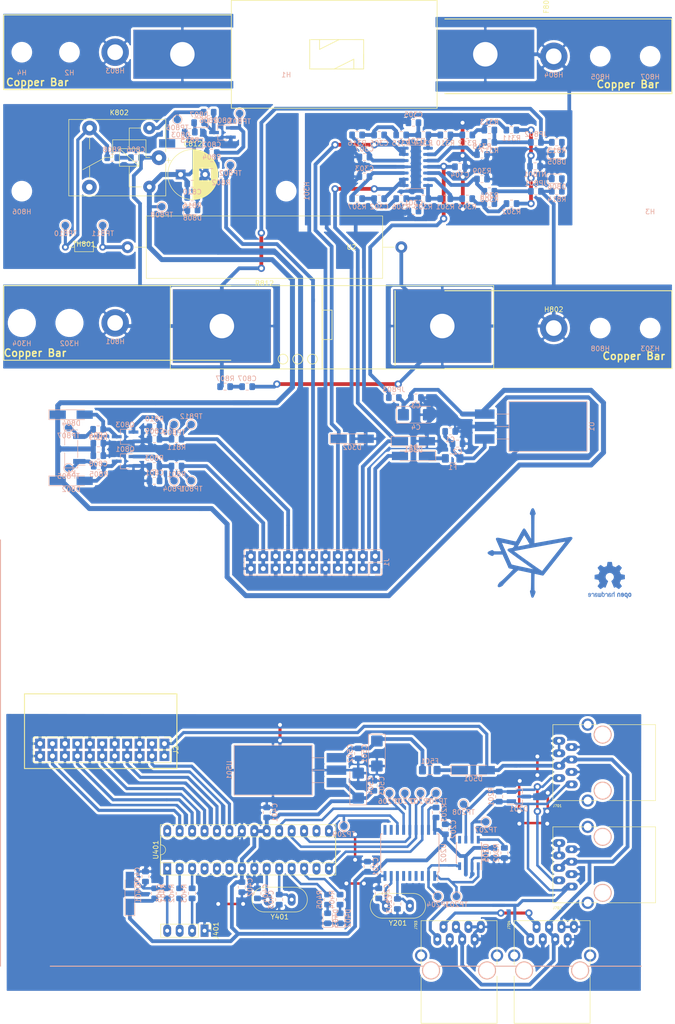
<source format=kicad_pcb>
(kicad_pcb (version 20171130) (host pcbnew 5.1.0)
  (layers (0 F.Cu jumper) (31 B.Cu signal) (34 B.Paste user) (35 F.Paste user hide) (36 B.SilkS user) (37 F.SilkS user) (38 B.Mask user) (39 F.Mask user hide) (44 Edge.Cuts user))
  (net 0 "")
  (net 1 GND)
  (net 2 +5V)
  (net 3 "Net-(C203-Pad1)")
  (net 4 "Net-(C204-Pad1)")
  (net 5 "Net-(C403-Pad1)")
  (net 6 "Net-(C404-Pad1)")
  (net 7 "Net-(C405-Pad2)")
  (net 8 "Net-(D501-Pad1)")
  (net 9 "Net-(R202-Pad1)")
  (net 10 "Net-(R203-Pad2)")
  (net 11 "Net-(J401-Pad3)")
  (net 12 "Net-(J401-Pad2)")
  (net 13 "Net-(D402-Pad2)")
  (net 14 "Net-(D403-Pad2)")
  (net 15 "Net-(C1-Pad1)")
  (net 16 GNDPWR)
  (net 17 "Net-(C501-Pad1)")
  (net 18 /CHARGER/Charge)
  (net 19 "Net-(R812-Pad2)")
  (net 20 /CHARGER/RL_ON)
  (net 21 /CHARGER/RL_OFF)
  (net 22 /CHARGER/+12V)
  (net 23 "Net-(D803-Pad2)")
  (net 24 "Net-(C802-Pad1)")
  (net 25 +12VA)
  (net 26 "Net-(R310-Pad2)")
  (net 27 /CONTROLLER/SCK)
  (net 28 /CONTROLLER/sheet5CA5A59C/CAN_H)
  (net 29 /CONTROLLER/sheet5CA5A59C/CAN_L)
  (net 30 "Net-(R310-Pad1)")
  (net 31 "Net-(R311-Pad1)")
  (net 32 /CHARGER/sig_cap+)
  (net 33 "Net-(C307-Pad1)")
  (net 34 /CHARGER/sheet5CBAED96/in2+)
  (net 35 "Net-(R317-Pad1)")
  (net 36 /CONTROLLER/sheet5CA5A59C/RXCAN)
  (net 37 /CONTROLLER/MISO)
  (net 38 /CONTROLLER/sheet5CA5A59C/TXCAN)
  (net 39 /CONTROLLER/sheet5CA5A59C/INT)
  (net 40 /CONTROLLER/sheet5CA5A59C/CS)
  (net 41 /CHARGER/sheet5CBAED96/in1+)
  (net 42 "Net-(C303-Pad1)")
  (net 43 /CHARGER/sig_bat+)
  (net 44 "Net-(R302-Pad1)")
  (net 45 "Net-(R301-Pad1)")
  (net 46 /CONTROLLER/MOSI)
  (net 47 "Net-(R301-Pad2)")
  (net 48 "Net-(R308-Pad1)")
  (net 49 /CHARGER/+CAP)
  (net 50 "Net-(C302-Pad1)")
  (net 51 /CHARGER/S_RL_ON)
  (net 52 /CHARGER/U_BAT+)
  (net 53 "Net-(D805-Pad2)")
  (net 54 "Net-(C809-Pad1)")
  (net 55 "Net-(D804-Pad2)")
  (net 56 "Net-(C806-Pad2)")
  (net 57 "Net-(C807-Pad2)")
  (net 58 "Net-(D802-Pad2)")
  (net 59 "Net-(C801-Pad1)")
  (net 60 /CONTROLLER/sheet5CA5A59D/LED1)
  (net 61 /CONTROLLER/sheet5CA5A59D/LED2)
  (net 62 /CONTROLLER/sheet5CA5A59D/USART_TX)
  (net 63 "Net-(D808-Pad2)")
  (net 64 "Net-(D806-Pad2)")
  (net 65 "Net-(D807-Pad2)")
  (net 66 "Net-(C305-Pad1)")
  (net 67 /CONTROLLER/sheet5CA5A59D/USART_RX)
  (net 68 GNDA)
  (net 69 "Net-(C306-Pad1)")
  (net 70 /CONTROLLER/sheet5CA5A59D/RESET)
  (net 71 "Net-(C301-Pad1)")
  (net 72 /CHARGER/+18V_IN)
  (net 73 /CHARGER/U_BAT-)
  (net 74 /CONTROLLER/+18V_OUT)
  (net 75 /CONTROLLER/sig_cap+)
  (net 76 /CONTROLLER/sig_bat+)
  (net 77 /CONTROLLER/RL_OFF)
  (net 78 /CONTROLLER/RL_ON)
  (net 79 /CONTROLLER/Charge)
  (net 80 /CHARGER/CH)
  (net 81 "Net-(D1-Pad1)")
  (net 82 "Net-(K1-Pad3)")
  (net 83 "Net-(K1-Pad1)")
  (net 84 "Net-(K802-Pad4)")
  (net 85 "Net-(U201-Pad5)")
  (net 86 "Net-(U202-Pad3)")
  (net 87 "Net-(U202-Pad4)")
  (net 88 "Net-(U202-Pad5)")
  (net 89 "Net-(U202-Pad6)")
  (net 90 "Net-(U202-Pad10)")
  (net 91 "Net-(U202-Pad11)")
  (net 92 "Net-(U401-Pad16)")
  (net 93 "Net-(U401-Pad4)")
  (net 94 "Net-(U401-Pad5)")
  (net 95 "Net-(U401-Pad6)")
  (net 96 "Net-(U401-Pad13)")
  (net 97 "Net-(U401-Pad28)")
  (module KicadZeniteSolarLibrary18:zenite (layer F.Cu) (at 163.195 24.13)
    (fp_text reference LOGO1 hide)
    (fp_text value Zenite hide)
    (fp_poly (pts (xy 0.211532 -8.649547) (xy 0.292863 -8.473267) (xy 0.383495 -8.24744) (xy 0.461504 -8.027681) (xy 0.504968 -7.869607) (xy 0.508 -7.84147) (xy 0.439013 -7.795128) (xy 0.381 -7.789333) (xy 0.347806 -7.772037) (xy 0.320834 -7.709888) (xy 0.299463 -7.587496) (xy 0.28307 -7.389469) (xy 0.271033 -7.100418) (xy 0.26273 -6.704952) (xy 0.257539 -6.18768) (xy 0.254838 -5.533212) (xy 0.254005 -4.726157) (xy 0.254 -4.647488) (xy 0.254 -1.505643) (xy 0.4445 -1.55259) (xy 0.560953 -1.575592) (xy 0.822799 -1.62402) (xy 1.208637 -1.69408) (xy 1.697066 -1.781981) (xy 2.266687 -1.883928) (xy 2.896097 -1.99613) (xy 3.563897 -2.114793) (xy 4.248686 -2.236125) (xy 4.929063 -2.356333) (xy 5.583628 -2.471624) (xy 6.190979 -2.578206) (xy 6.729717 -2.672286) (xy 7.17844 -2.75007) (xy 7.515748 -2.807767) (xy 7.694215 -2.837432) (xy 7.926073 -2.863284) (xy 8.0138 -2.839413) (xy 8.005079 -2.8006) (xy 7.938102 -2.710419) (xy 7.780367 -2.506424) (xy 7.546536 -2.207315) (xy 7.251272 -1.831792) (xy 6.909237 -1.398557) (xy 6.576197 -0.978116) (xy 6.12264 -0.406341) (xy 5.599153 0.253678) (xy 5.040993 0.957482) (xy 4.483417 1.660615) (xy 3.961682 2.318619) (xy 3.701446 2.646857) (xy 2.195893 4.545918) (xy 1.33078 4.349081) (xy 0.962112 4.267111) (xy 0.651001 4.201487) (xy 0.436992 4.160345) (xy 0.365465 4.150455) (xy 0.330843 4.198171) (xy 0.303799 4.351622) (xy 0.283588 4.624191) (xy 0.269464 5.029261) (xy 0.260684 5.580217) (xy 0.257161 6.096) (xy 0.255623 6.723503) (xy 0.257768 7.201495) (xy 0.264887 7.54978) (xy 0.278275 7.788164) (xy 0.299223 7.936452) (xy 0.329023 8.014448) (xy 0.368969 8.041958) (xy 0.384235 8.043334) (xy 0.460954 8.068375) (xy 0.474782 8.160668) (xy 0.420974 8.345962) (xy 0.294784 8.650007) (xy 0.256567 8.735993) (xy 0.108839 9.065955) (xy -0.030247 8.570256) (xy -0.115654 8.259372) (xy -0.156149 8.077012) (xy -0.153538 7.988936) (xy -0.109622 7.960906) (xy -0.062459 7.958667) (xy -0.026115 7.920233) (xy 0.002632 7.794256) (xy 0.024819 7.564718) (xy 0.041483 7.215605) (xy 0.05366 6.730899) (xy 0.062386 6.094586) (xy 0.06315 6.017755) (xy 0.081883 4.076843) (xy -0.149558 4.029078) (xy -0.315031 3.994148) (xy -0.608502 3.931442) (xy -0.992469 3.849002) (xy -1.429427 3.754868) (xy -1.561661 3.726323) (xy -1.994589 3.634558) (xy -2.373654 3.557456) (xy -2.665489 3.50156) (xy -2.83673 3.473417) (xy -2.86161 3.471334) (xy -2.958657 3.527686) (xy -3.152266 3.684041) (xy -3.422725 3.921345) (xy -3.750323 4.220544) (xy -4.115348 4.562585) (xy -4.498089 4.928413) (xy -4.878834 5.298976) (xy -5.237872 5.655219) (xy -5.55549 5.978088) (xy -5.811978 6.248531) (xy -5.987622 6.447493) (xy -6.062713 6.555921) (xy -6.063562 6.56641) (xy -6.113014 6.643477) (xy -6.264264 6.746168) (xy -6.458973 6.845064) (xy -6.638803 6.910746) (xy -6.745413 6.913797) (xy -6.748002 6.911553) (xy -6.736166 6.818997) (xy -6.650331 6.651563) (xy -6.526485 6.463124) (xy -6.400614 6.307551) (xy -6.308707 6.238718) (xy -6.299074 6.23951) (xy -6.214272 6.193446) (xy -6.036339 6.04678) (xy -5.78471 5.819036) (xy -5.478818 5.529738) (xy -5.138097 5.198409) (xy -4.781981 4.844575) (xy -4.429904 4.487758) (xy -4.101299 4.147483) (xy -3.8156 3.843273) (xy -3.592241 3.594653) (xy -3.450655 3.421147) (xy -3.410278 3.342278) (xy -3.413083 3.340127) (xy -3.544575 3.304909) (xy -3.786611 3.250319) (xy -4.046534 3.196352) (xy -4.579401 3.089772) (xy -4.795056 2.582053) (xy -4.948911 2.226949) (xy -5.113863 1.856901) (xy -5.208239 1.651) (xy -5.359218 1.32494) (xy -5.530878 0.950668) (xy -5.626365 0.740834) (xy -5.846963 0.254) (xy -6.945148 0.254) (xy -7.393969 0.255468) (xy -7.700467 0.262629) (xy -7.891645 0.27962) (xy -7.994504 0.310577) (xy -8.036049 0.359637) (xy -8.043333 0.422233) (xy -8.051192 0.517864) (xy -8.100843 0.543415) (xy -8.231404 0.497154) (xy -8.424333 0.405362) (xy -8.642927 0.288484) (xy -8.780737 0.194268) (xy -8.805333 0.161655) (xy -8.736064 0.104716) (xy -8.568235 0.015772) (xy -8.361813 -0.077662) (xy -8.176769 -0.148072) (xy -8.083953 -0.169333) (xy -8.047831 -0.100247) (xy -8.043333 -0.042333) (xy -8.018352 0.011465) (xy -7.926429 0.048008) (xy -7.742098 0.070352) (xy -7.439891 0.081552) (xy -6.994343 0.084666) (xy -6.985 0.084667) (xy -6.584068 0.082414) (xy -6.252826 0.076263) (xy -6.023332 0.067124) (xy -5.927647 0.055907) (xy -5.926666 0.05461) (xy -5.959389 -0.0287) (xy -6.0501 -0.240883) (xy -6.187612 -0.55625) (xy -6.360739 -0.949115) (xy -6.519333 -1.306359) (xy -6.713273 -1.744283) (xy -6.880595 -2.126691) (xy -6.913079 -2.202175) (xy -6.501072 -2.202175) (xy -6.475276 -2.109634) (xy -6.389121 -1.888093) (xy -6.253006 -1.562394) (xy -6.077327 -1.157379) (xy -5.87248 -0.69789) (xy -5.859255 -0.668616) (xy -5.61366 -0.12375) (xy -5.357962 0.446309) (xy -5.113769 0.993196) (xy -4.902692 1.46855) (xy -4.784972 1.735667) (xy -4.622188 2.102456) (xy -4.481348 2.411556) (xy -4.377577 2.630326) (xy -4.326123 2.725982) (xy -4.23256 2.759192) (xy -3.996345 2.821254) (xy -3.640649 2.906714) (xy -3.188643 3.010119) (xy -2.663495 3.126015) (xy -2.243666 3.216137) (xy -1.633783 3.346105) (xy -1.037532 3.474185) (xy -0.488431 3.593099) (xy -0.019997 3.695572) (xy 0.334255 3.774328) (xy 0.465667 3.804292) (xy 0.834451 3.889386) (xy 1.068783 3.94145) (xy 1.199128 3.965872) (xy 1.255949 3.968043) (xy 1.269713 3.953352) (xy 1.27 3.946584) (xy 1.203292 3.892219) (xy 1.012506 3.749975) (xy 0.711653 3.529983) (xy 0.314742 3.242373) (xy -0.164216 2.897274) (xy -0.711213 2.504817) (xy -1.312237 2.075133) (xy -1.735666 1.773247) (xy -2.365241 1.323448) (xy -2.950062 0.902865) (xy -3.476098 0.521795) (xy -3.929315 0.190529) (xy -4.295682 -0.080636) (xy -4.561163 -0.281409) (xy -4.610664 -0.32089) (xy -4.112823 -0.32089) (xy -4.068716 -0.25311) (xy -3.955378 -0.142591) (xy -3.763162 0.018127) (xy -3.482419 0.236507) (xy -3.103501 0.52001) (xy -2.61676 0.876098) (xy -2.012549 1.312233) (xy -1.281218 1.835877) (xy -1.09233 1.970681) (xy -0.30806 2.528389) (xy 0.34919 2.991723) (xy 0.888686 3.36681) (xy 1.319693 3.659776) (xy 1.651476 3.876747) (xy 1.893301 4.023849) (xy 2.054432 4.107209) (xy 2.144136 4.132952) (xy 2.166073 4.125125) (xy 2.242679 4.032243) (xy 2.408817 3.82586) (xy 2.649037 3.525338) (xy 2.947888 3.150037) (xy 3.289919 2.71932) (xy 3.566192 2.370667) (xy 4.02548 1.790569) (xy 4.540905 1.139627) (xy 5.073673 0.466834) (xy 5.584986 -0.178817) (xy 6.036049 -0.748335) (xy 6.098471 -0.827143) (xy 6.446985 -1.26874) (xy 6.758939 -1.667064) (xy 7.019305 -2.002677) (xy 7.213057 -2.25614) (xy 7.325166 -2.408016) (xy 7.346916 -2.442057) (xy 7.275853 -2.449007) (xy 7.064238 -2.426954) (xy 6.737668 -2.379593) (xy 6.321738 -2.310621) (xy 5.865249 -2.228092) (xy 5.470269 -2.154363) (xy 4.933158 -2.05456) (xy 4.278333 -1.933197) (xy 3.530212 -1.794788) (xy 2.713212 -1.643848) (xy 1.851749 -1.484891) (xy 0.970241 -1.322432) (xy 0.211667 -1.182796) (xy -0.608561 -1.03118) (xy -1.381315 -0.886954) (xy -2.089967 -0.753318) (xy -2.717892 -0.633472) (xy -3.248462 -0.530618) (xy -3.665051 -0.447954) (xy -3.951031 -0.388682) (xy -4.089776 -0.356002) (xy -4.097348 -0.353395) (xy -4.112823 -0.32089) (xy -4.610664 -0.32089) (xy -4.711728 -0.401495) (xy -4.741333 -0.431577) (xy -4.665151 -0.476653) (xy -4.469074 -0.524479) (xy -4.288675 -0.552371) (xy -3.985915 -0.596031) (xy -3.793543 -0.657849) (xy -3.655179 -0.7753) (xy -3.597374 -0.861782) (xy -3.302 -0.861782) (xy -3.224482 -0.858109) (xy -3.012716 -0.884517) (xy -2.697884 -0.934943) (xy -2.311168 -1.003319) (xy -1.88375 -1.083581) (xy -1.446812 -1.169663) (xy -1.031536 -1.255499) (xy -0.669104 -1.335023) (xy -0.390697 -1.40217) (xy -0.227499 -1.450873) (xy -0.199886 -1.465224) (xy -0.185551 -1.49794) (xy -0.197896 -1.560913) (xy -0.24731 -1.67402) (xy -0.344188 -1.857133) (xy -0.498919 -2.130127) (xy -0.721896 -2.512875) (xy -0.953595 -2.9067) (xy -1.171898 -3.264294) (xy -1.363907 -3.555131) (xy -1.512419 -3.754898) (xy -1.60023 -3.839284) (xy -1.612619 -3.838033) (xy -1.681454 -3.737842) (xy -1.814072 -3.520855) (xy -1.994802 -3.214681) (xy -2.207972 -2.846931) (xy -2.43791 -2.445213) (xy -2.668945 -2.037137) (xy -2.885405 -1.650313) (xy -3.071618 -1.31235) (xy -3.211912 -1.050858) (xy -3.290616 -0.893446) (xy -3.302 -0.861782) (xy -3.597374 -0.861782) (xy -3.514441 -0.985855) (xy -3.436648 -1.118667) (xy -3.204954 -1.517667) (xy -3.401644 -1.564073) (xy -4.1221 -1.731632) (xy -4.777924 -1.87943) (xy -5.352364 -2.004019) (xy -5.828669 -2.10195) (xy -6.19009 -2.169774) (xy -6.419874 -2.204043) (xy -6.501072 -2.202175) (xy -6.913079 -2.202175) (xy -7.01008 -2.42757) (xy -7.090511 -2.620907) (xy -7.112 -2.680744) (xy -7.067692 -2.698808) (xy -6.926541 -2.68842) (xy -6.676208 -2.647199) (xy -6.304354 -2.572762) (xy -5.798641 -2.462727) (xy -5.146729 -2.314713) (xy -4.79647 -2.233707) (xy -4.298783 -2.120878) (xy -3.857579 -2.026125) (xy -3.499291 -1.954695) (xy -3.250354 -1.911836) (xy -3.137201 -1.902793) (xy -3.134537 -1.903844) (xy -3.074929 -1.988475) (xy -2.9505 -2.197951) (xy -2.775405 -2.507329) (xy -2.563796 -2.891666) (xy -2.365963 -3.258338) (xy -2.135624 -3.683312) (xy -1.930462 -4.050999) (xy -1.764337 -4.337425) (xy -1.651107 -4.518617) (xy -1.606523 -4.572) (xy -1.548127 -4.502271) (xy -1.420124 -4.308383) (xy -1.236775 -4.01328) (xy -1.012339 -3.639909) (xy -0.764622 -3.217333) (xy -0.515113 -2.789593) (xy -0.294832 -2.417372) (xy -0.117583 -2.123554) (xy 0.00283 -1.931026) (xy 0.052507 -1.862667) (xy 0.059988 -1.94414) (xy 0.066852 -2.175786) (xy 0.072892 -2.538444) (xy 0.0779 -3.012956) (xy 0.081668 -3.580161) (xy 0.083988 -4.220898) (xy 0.084667 -4.826) (xy 0.084324 -5.612386) (xy 0.082703 -6.245921) (xy 0.078917 -6.743084) (xy 0.072077 -7.120358) (xy 0.061298 -7.394222) (xy 0.045691 -7.581159) (xy 0.024368 -7.697649) (xy -0.003557 -7.760173) (xy -0.038973 -7.785212) (xy -0.074908 -7.789333) (xy -0.160719 -7.798086) (xy -0.189478 -7.849436) (xy -0.160217 -7.981022) (xy -0.071969 -8.230483) (xy -0.062944 -8.255) (xy 0.037037 -8.504029) (xy 0.120654 -8.673004) (xy 0.161425 -8.720666) (xy 0.211532 -8.649547)) (layer B.Cu) (width 0.5))
  )
  (module Symbol:OSHW-Logo2_9.8x8mm_Copper (layer B.Cu) (at 179.07 29.845 180)
    (fp_text reference LOGO2 hide)
    (fp_text value Logo_Open_Hardware_Small hide)
    (fp_poly (pts (xy 0.139878 3.712224) (xy 0.245612 3.711645) (xy 0.322132 3.710078) (xy 0.374372 3.707028) (xy 0.407263 3.702004) (xy 0.425737 3.694511) (xy 0.434727 3.684056) (xy 0.439163 3.670147) (xy 0.439594 3.668346) (xy 0.446333 3.635855) (xy 0.458808 3.571748) (xy 0.475719 3.482849) (xy 0.495771 3.375981) (xy 0.517664 3.257967) (xy 0.518429 3.253822) (xy 0.540359 3.138169) (xy 0.560877 3.035986) (xy 0.578659 2.953402) (xy 0.592381 2.896544) (xy 0.600718 2.871542) (xy 0.601116 2.871099) (xy 0.625677 2.85889) (xy 0.676315 2.838544) (xy 0.742095 2.814455) (xy 0.742461 2.814326) (xy 0.825317 2.783182) (xy 0.923 2.743509) (xy 1.015077 2.703619) (xy 1.019434 2.701647) (xy 1.169407 2.63358) (xy 1.501498 2.860361) (xy 1.603374 2.929496) (xy 1.695657 2.991303) (xy 1.773003 3.042267) (xy 1.830064 3.078873) (xy 1.861495 3.097606) (xy 1.864479 3.098996) (xy 1.887321 3.09281) (xy 1.929982 3.062965) (xy 1.994128 3.008053) (xy 2.081421 2.926666) (xy 2.170535 2.840078) (xy 2.256441 2.754753) (xy 2.333327 2.676892) (xy 2.396564 2.611303) (xy 2.441523 2.562795) (xy 2.463576 2.536175) (xy 2.464396 2.534805) (xy 2.466834 2.516537) (xy 2.45765 2.486705) (xy 2.434574 2.441279) (xy 2.395337 2.37623) (xy 2.33767 2.28753) (xy 2.260795 2.173343) (xy 2.19257 2.072838) (xy 2.131582 1.982697) (xy 2.081356 1.908151) (xy 2.045416 1.854435) (xy 2.027287 1.826782) (xy 2.026146 1.824905) (xy 2.028359 1.79841) (xy 2.045138 1.746914) (xy 2.073142 1.680149) (xy 2.083122 1.658828) (xy 2.126672 1.563841) (xy 2.173134 1.456063) (xy 2.210877 1.362808) (xy 2.238073 1.293594) (xy 2.259675 1.240994) (xy 2.272158 1.213503) (xy 2.273709 1.211384) (xy 2.296668 1.207876) (xy 2.350786 1.198262) (xy 2.428868 1.183911) (xy 2.523719 1.166193) (xy 2.628143 1.146475) (xy 2.734944 1.126126) (xy 2.836926 1.106514) (xy 2.926894 1.089009) (xy 2.997653 1.074978) (xy 3.042006 1.065791) (xy 3.052885 1.063193) (xy 3.064122 1.056782) (xy 3.072605 1.042303) (xy 3.078714 1.014867) (xy 3.082832 0.969589) (xy 3.085341 0.90158) (xy 3.086621 0.805953) (xy 3.087054 0.67782) (xy 3.087077 0.625299) (xy 3.087077 0.198155) (xy 2.9845 0.177909) (xy 2.927431 0.16693) (xy 2.842269 0.150905) (xy 2.739372 0.131767) (xy 2.629096 0.111449) (xy 2.598615 0.105868) (xy 2.496855 0.086083) (xy 2.408205 0.066627) (xy 2.340108 0.049303) (xy 2.300004 0.035912) (xy 2.293323 0.031921) (xy 2.276919 0.003658) (xy 2.253399 -0.051109) (xy 2.227316 -0.121588) (xy 2.222142 -0.136769) (xy 2.187956 -0.230896) (xy 2.145523 -0.337101) (xy 2.103997 -0.432473) (xy 2.103792 -0.432916) (xy 2.03464 -0.582525) (xy 2.489512 -1.251617) (xy 2.1975 -1.544116) (xy 2.10918 -1.63117) (xy 2.028625 -1.707909) (xy 1.96036 -1.770237) (xy 1.908908 -1.814056) (xy 1.878794 -1.83527) (xy 1.874474 -1.836616) (xy 1.849111 -1.826016) (xy 1.797358 -1.796547) (xy 1.724868 -1.751705) (xy 1.637294 -1.694984) (xy 1.542612 -1.631462) (xy 1.446516 -1.566668) (xy 1.360837 -1.510287) (xy 1.291016 -1.465788) (xy 1.242494 -1.436639) (xy 1.220782 -1.426308) (xy 1.194293 -1.43505) (xy 1.144062 -1.458087) (xy 1.080451 -1.490631) (xy 1.073708 -1.494249) (xy 0.988046 -1.53721) (xy 0.929306 -1.558279) (xy 0.892772 -1.558503) (xy 0.873731 -1.538928) (xy 0.87362 -1.538654) (xy 0.864102 -1.515472) (xy 0.841403 -1.460441) (xy 0.807282 -1.377822) (xy 0.7635 -1.271872) (xy 0.711816 -1.146852) (xy 0.653992 -1.00702) (xy 0.597991 -0.871637) (xy 0.536447 -0.722234) (xy 0.479939 -0.583832) (xy 0.430161 -0.460673) (xy 0.388806 -0.357002) (xy 0.357568 -0.277059) (xy 0.338141 -0.225088) (xy 0.332154 -0.205692) (xy 0.347168 -0.183443) (xy 0.386439 -0.147982) (xy 0.438807 -0.108887) (xy 0.587941 0.014755) (xy 0.704511 0.156478) (xy 0.787118 0.313296) (xy 0.834366 0.482225) (xy 0.844857 0.660278) (xy 0.837231 0.742461) (xy 0.795682 0.912969) (xy 0.724123 1.063541) (xy 0.626995 1.192691) (xy 0.508734 1.298936) (xy 0.37378 1.38079) (xy 0.226571 1.436768) (xy 0.071544 1.465385) (xy -0.086861 1.465156) (xy -0.244206 1.434595) (xy -0.396054 1.372218) (xy -0.537965 1.27654) (xy -0.597197 1.222428) (xy -0.710797 1.08348) (xy -0.789894 0.931639) (xy -0.835014 0.771333) (xy -0.846684 0.606988) (xy -0.825431 0.443029) (xy -0.77178 0.283882) (xy -0.68626 0.133975) (xy -0.569395 -0.002267) (xy -0.438807 -0.108887) (xy -0.384412 -0.149642) (xy -0.345986 -0.184718) (xy -0.332154 -0.205726) (xy -0.339397 -0.228635) (xy -0.359995 -0.283365) (xy -0.392254 -0.365672) (xy -0.434479 -0.471315) (xy -0.484977 -0.59605) (xy -0.542052 -0.735636) (xy -0.598146 -0.87167) (xy -0.660033 -1.021201) (xy -0.717356 -1.159767) (xy -0.768356 -1.283107) (xy -0.811273 -1.386964) (xy -0.844347 -1.46708) (xy -0.865819 -1.519195) (xy -0.873775 -1.538654) (xy -0.892571 -1.558423) (xy -0.928926 -1.558365) (xy -0.987521 -1.537441) (xy -1.073032 -1.494613) (xy -1.073708 -1.494249) (xy -1.138093 -1.461012) (xy -1.190139 -1.436802) (xy -1.219488 -1.426404) (xy -1.220783 -1.426308) (xy -1.242876 -1.436855) (xy -1.291652 -1.466184) (xy -1.361669 -1.510827) (xy -1.447486 -1.567314) (xy -1.542612 -1.631462) (xy -1.63946 -1.696411) (xy -1.726747 -1.752896) (xy -1.798819 -1.797421) (xy -1.850023 -1.82649) (xy -1.874474 -1.836616) (xy -1.89699 -1.823307) (xy -1.942258 -1.786112) (xy -2.005756 -1.729128) (xy -2.082961 -1.656449) (xy -2.169349 -1.572171) (xy -2.197601 -1.544016) (xy -2.489713 -1.251416) (xy -2.267369 -0.925104) (xy -2.199798 -0.824897) (xy -2.140493 -0.734963) (xy -2.092783 -0.66051) (xy -2.059993 -0.606751) (xy -2.045452 -0.578894) (xy -2.045026 -0.576912) (xy -2.052692 -0.550655) (xy -2.073311 -0.497837) (xy -2.103315 -0.42731) (xy -2.124375 -0.380093) (xy -2.163752 -0.289694) (xy -2.200835 -0.198366) (xy -2.229585 -0.1212) (xy -2.237395 -0.097692) (xy -2.259583 -0.034916) (xy -2.281273 0.013589) (xy -2.293187 0.031921) (xy -2.319477 0.043141) (xy -2.376858 0.059046) (xy -2.457882 0.077833) (xy -2.555105 0.097701) (xy -2.598615 0.105868) (xy -2.709104 0.126171) (xy -2.815084 0.14583) (xy -2.906199 0.162912) (xy -2.972092 0.175482) (xy -2.9845 0.177909) (xy -3.087077 0.198155) (xy -3.087077 0.625299) (xy -3.086847 0.765754) (xy -3.085901 0.872021) (xy -3.083859 0.948987) (xy -3.080338 1.00154) (xy -3.074957 1.034567) (xy -3.067334 1.052955) (xy -3.057088 1.061592) (xy -3.052885 1.063193) (xy -3.02753 1.068873) (xy -2.971516 1.080205) (xy -2.892036 1.095821) (xy -2.796288 1.114353) (xy -2.691467 1.134431) (xy -2.584768 1.154688) (xy -2.483387 1.173754) (xy -2.394521 1.190261) (xy -2.325363 1.202841) (xy -2.283111 1.210125) (xy -2.27371 1.211384) (xy -2.265193 1.228237) (xy -2.24634 1.27313) (xy -2.220676 1.33757) (xy -2.210877 1.362808) (xy -2.171352 1.460314) (xy -2.124808 1.568041) (xy -2.083123 1.658828) (xy -2.05245 1.728247) (xy -2.032044 1.78529) (xy -2.025232 1.820223) (xy -2.026318 1.824905) (xy -2.040715 1.847009) (xy -2.073588 1.896169) (xy -2.12141 1.967152) (xy -2.180652 2.054722) (xy -2.247785 2.153643) (xy -2.261059 2.17317) (xy -2.338954 2.28886) (xy -2.396213 2.376956) (xy -2.435119 2.441514) (xy -2.457956 2.486589) (xy -2.467006 2.516237) (xy -2.464552 2.534515) (xy -2.464489 2.534631) (xy -2.445173 2.558639) (xy -2.402449 2.605053) (xy -2.340949 2.669063) (xy -2.265302 2.745855) (xy -2.180139 2.830618) (xy -2.170535 2.840078) (xy -2.06321 2.944011) (xy -1.980385 3.020325) (xy -1.920395 3.070429) (xy -1.881577 3.09573) (xy -1.86448 3.098996) (xy -1.839527 3.08475) (xy -1.787745 3.051844) (xy -1.71448 3.003792) (xy -1.62508 2.94411) (xy -1.524889 2.876312) (xy -1.501499 2.860361) (xy -1.169407 2.63358) (xy -1.019435 2.701647) (xy -0.92823 2.741315) (xy -0.830331 2.781209) (xy -0.746169 2.813017) (xy -0.742462 2.814326) (xy -0.676631 2.838424) (xy -0.625884 2.8588) (xy -0.601158 2.871064) (xy -0.601116 2.871099) (xy -0.593271 2.893266) (xy -0.579934 2.947783) (xy -0.56243 3.02852) (xy -0.542083 3.12935) (xy -0.520218 3.244144) (xy -0.518429 3.253822) (xy -0.496496 3.372096) (xy -0.47636 3.479458) (xy -0.45932 3.569083) (xy -0.446672 3.634149) (xy -0.439716 3.667832) (xy -0.439594 3.668346) (xy -0.435361 3.682675) (xy -0.427129 3.693493) (xy -0.409967 3.701294) (xy -0.378942 3.706571) (xy -0.329122 3.709818) (xy -0.255576 3.711528) (xy -0.153371 3.712193) (xy -0.017575 3.712307) (xy 0 3.712308) (xy 0.139878 3.712224)) (layer B.Cu) (width 0.01))
    (fp_poly (pts (xy 4.245224 -2.647838) (xy 4.322528 -2.698361) (xy 4.359814 -2.74359) (xy 4.389353 -2.825663) (xy 4.391699 -2.890607) (xy 4.386385 -2.977445) (xy 4.186115 -3.065103) (xy 4.088739 -3.109887) (xy 4.025113 -3.145913) (xy 3.992029 -3.177117) (xy 3.98628 -3.207436) (xy 4.004658 -3.240805) (xy 4.024923 -3.262923) (xy 4.083889 -3.298393) (xy 4.148024 -3.300879) (xy 4.206926 -3.273235) (xy 4.250197 -3.21832) (xy 4.257936 -3.198928) (xy 4.295006 -3.138364) (xy 4.337654 -3.112552) (xy 4.396154 -3.090471) (xy 4.396154 -3.174184) (xy 4.390982 -3.23115) (xy 4.370723 -3.279189) (xy 4.328262 -3.334346) (xy 4.321951 -3.341514) (xy 4.27472 -3.390585) (xy 4.234121 -3.41692) (xy 4.183328 -3.429035) (xy 4.14122 -3.433003) (xy 4.065902 -3.433991) (xy 4.012286 -3.421466) (xy 3.978838 -3.402869) (xy 3.926268 -3.361975) (xy 3.889879 -3.317748) (xy 3.86685 -3.262126) (xy 3.854359 -3.187047) (xy 3.849587 -3.084449) (xy 3.849206 -3.032376) (xy 3.850501 -2.969948) (xy 3.968471 -2.969948) (xy 3.969839 -3.003438) (xy 3.973249 -3.008923) (xy 3.995753 -3.001472) (xy 4.044182 -2.981753) (xy 4.108908 -2.953718) (xy 4.122443 -2.947692) (xy 4.204244 -2.906096) (xy 4.249312 -2.869538) (xy 4.259217 -2.835296) (xy 4.235526 -2.800648) (xy 4.21596 -2.785339) (xy 4.14536 -2.754721) (xy 4.07928 -2.75978) (xy 4.023959 -2.797151) (xy 3.985636 -2.863473) (xy 3.973349 -2.916116) (xy 3.968471 -2.969948) (xy 3.850501 -2.969948) (xy 3.85173 -2.91072) (xy 3.861032 -2.82071) (xy 3.87946 -2.755167) (xy 3.90936 -2.706912) (xy 3.95308 -2.668767) (xy 3.972141 -2.65644) (xy 4.058726 -2.624336) (xy 4.153522 -2.622316) (xy 4.245224 -2.647838)) (layer B.Cu) (width 0.01))
    (fp_poly (pts (xy 3.570807 -2.636782) (xy 3.594161 -2.646988) (xy 3.649902 -2.691134) (xy 3.697569 -2.754967) (xy 3.727048 -2.823087) (xy 3.731846 -2.85667) (xy 3.71576 -2.903556) (xy 3.680475 -2.928365) (xy 3.642644 -2.943387) (xy 3.625321 -2.946155) (xy 3.616886 -2.926066) (xy 3.60023 -2.882351) (xy 3.592923 -2.862598) (xy 3.551948 -2.794271) (xy 3.492622 -2.760191) (xy 3.416552 -2.761239) (xy 3.410918 -2.762581) (xy 3.370305 -2.781836) (xy 3.340448 -2.819375) (xy 3.320055 -2.879809) (xy 3.307836 -2.967751) (xy 3.3025 -3.087813) (xy 3.302 -3.151698) (xy 3.301752 -3.252403) (xy 3.300126 -3.321054) (xy 3.295801 -3.364673) (xy 3.287454 -3.390282) (xy 3.273765 -3.404903) (xy 3.253411 -3.415558) (xy 3.252234 -3.416095) (xy 3.213038 -3.432667) (xy 3.193619 -3.438769) (xy 3.190635 -3.420319) (xy 3.188081 -3.369323) (xy 3.18614 -3.292308) (xy 3.184997 -3.195805) (xy 3.184769 -3.125184) (xy 3.185932 -2.988525) (xy 3.190479 -2.884851) (xy 3.199999 -2.808108) (xy 3.216081 -2.752246) (xy 3.240313 -2.711212) (xy 3.274286 -2.678954) (xy 3.307833 -2.65644) (xy 3.388499 -2.626476) (xy 3.482381 -2.619718) (xy 3.570807 -2.636782)) (layer B.Cu) (width 0.01))
    (fp_poly (pts (xy 2.887333 -2.633528) (xy 2.94359 -2.659117) (xy 2.987747 -2.690124) (xy 3.020101 -2.724795) (xy 3.042438 -2.76952) (xy 3.056546 -2.830692) (xy 3.064211 -2.914701) (xy 3.06722 -3.02794) (xy 3.067538 -3.102509) (xy 3.067538 -3.39342) (xy 3.017773 -3.416095) (xy 2.978576 -3.432667) (xy 2.959157 -3.438769) (xy 2.955442 -3.42061) (xy 2.952495 -3.371648) (xy 2.950691 -3.300153) (xy 2.950308 -3.243385) (xy 2.948661 -3.161371) (xy 2.944222 -3.096309) (xy 2.93774 -3.056467) (xy 2.93259 -3.048) (xy 2.897977 -3.056646) (xy 2.84364 -3.078823) (xy 2.780722 -3.108886) (xy 2.720368 -3.141192) (xy 2.673721 -3.170098) (xy 2.651926 -3.189961) (xy 2.651839 -3.190175) (xy 2.653714 -3.226935) (xy 2.670525 -3.262026) (xy 2.700039 -3.290528) (xy 2.743116 -3.300061) (xy 2.779932 -3.29895) (xy 2.832074 -3.298133) (xy 2.859444 -3.310349) (xy 2.875882 -3.342624) (xy 2.877955 -3.34871) (xy 2.885081 -3.394739) (xy 2.866024 -3.422687) (xy 2.816353 -3.436007) (xy 2.762697 -3.43847) (xy 2.666142 -3.42021) (xy 2.616159 -3.394131) (xy 2.554429 -3.332868) (xy 2.52169 -3.25767) (xy 2.518753 -3.178211) (xy 2.546424 -3.104167) (xy 2.588047 -3.057769) (xy 2.629604 -3.031793) (xy 2.694922 -2.998907) (xy 2.771038 -2.965557) (xy 2.783726 -2.960461) (xy 2.867333 -2.923565) (xy 2.91553 -2.891046) (xy 2.93103 -2.858718) (xy 2.91655 -2.822394) (xy 2.891692 -2.794) (xy 2.832939 -2.759039) (xy 2.768293 -2.756417) (xy 2.709008 -2.783358) (xy 2.666339 -2.837088) (xy 2.660739 -2.85095) (xy 2.628133 -2.901936) (xy 2.58053 -2.939787) (xy 2.520461 -2.97085) (xy 2.520461 -2.882768) (xy 2.523997 -2.828951) (xy 2.539156 -2.786534) (xy 2.572768 -2.741279) (xy 2.605035 -2.70642) (xy 2.655209 -2.657062) (xy 2.694193 -2.630547) (xy 2.736064 -2.619911) (xy 2.78346 -2.618154) (xy 2.887333 -2.633528)) (layer B.Cu) (width 0.01))
    (fp_poly (pts (xy 2.395929 -2.636662) (xy 2.398911 -2.688068) (xy 2.401247 -2.766192) (xy 2.402749 -2.864857) (xy 2.403231 -2.968343) (xy 2.403231 -3.318533) (xy 2.341401 -3.380363) (xy 2.298793 -3.418462) (xy 2.26139 -3.433895) (xy 2.21027 -3.432918) (xy 2.189978 -3.430433) (xy 2.126554 -3.4232) (xy 2.074095 -3.419055) (xy 2.061308 -3.418672) (xy 2.018199 -3.421176) (xy 1.956544 -3.427462) (xy 1.932638 -3.430433) (xy 1.873922 -3.435028) (xy 1.834464 -3.425046) (xy 1.795338 -3.394228) (xy 1.781215 -3.380363) (xy 1.719385 -3.318533) (xy 1.719385 -2.663503) (xy 1.76915 -2.640829) (xy 1.812002 -2.624034) (xy 1.837073 -2.618154) (xy 1.843501 -2.636736) (xy 1.849509 -2.688655) (xy 1.854697 -2.768172) (xy 1.858664 -2.869546) (xy 1.860577 -2.955192) (xy 1.865923 -3.292231) (xy 1.91256 -3.298825) (xy 1.954976 -3.294214) (xy 1.97576 -3.279287) (xy 1.98157 -3.251377) (xy 1.98653 -3.191925) (xy 1.990246 -3.108466) (xy 1.992324 -3.008532) (xy 1.992624 -2.957104) (xy 1.992923 -2.661054) (xy 2.054454 -2.639604) (xy 2.098004 -2.62502) (xy 2.121694 -2.618219) (xy 2.122377 -2.618154) (xy 2.124754 -2.636642) (xy 2.127366 -2.687906) (xy 2.129995 -2.765649) (xy 2.132421 -2.863574) (xy 2.134115 -2.955192) (xy 2.139461 -3.292231) (xy 2.256692 -3.292231) (xy 2.262072 -2.984746) (xy 2.267451 -2.677261) (xy 2.324601 -2.647707) (xy 2.366797 -2.627413) (xy 2.39177 -2.618204) (xy 2.392491 -2.618154) (xy 2.395929 -2.636662)) (layer B.Cu) (width 0.01))
    (fp_poly (pts (xy 1.602081 -2.780289) (xy 1.601833 -2.92632) (xy 1.600872 -3.038655) (xy 1.598794 -3.122678) (xy 1.595193 -3.183769) (xy 1.589665 -3.227309) (xy 1.581804 -3.258679) (xy 1.571207 -3.283262) (xy 1.563182 -3.297294) (xy 1.496728 -3.373388) (xy 1.41247 -3.421084) (xy 1.319249 -3.438199) (xy 1.2259 -3.422546) (xy 1.170312 -3.394418) (xy 1.111957 -3.34576) (xy 1.072186 -3.286333) (xy 1.04819 -3.208507) (xy 1.037161 -3.104652) (xy 1.035599 -3.028462) (xy 1.035809 -3.022986) (xy 1.172308 -3.022986) (xy 1.173141 -3.110355) (xy 1.176961 -3.168192) (xy 1.185746 -3.206029) (xy 1.201474 -3.233398) (xy 1.220266 -3.254042) (xy 1.283375 -3.29389) (xy 1.351137 -3.297295) (xy 1.415179 -3.264025) (xy 1.420164 -3.259517) (xy 1.441439 -3.236067) (xy 1.454779 -3.208166) (xy 1.462001 -3.166641) (xy 1.464923 -3.102316) (xy 1.465385 -3.0312) (xy 1.464383 -2.941858) (xy 1.460238 -2.882258) (xy 1.451236 -2.843089) (xy 1.435667 -2.81504) (xy 1.422902 -2.800144) (xy 1.3636 -2.762575) (xy 1.295301 -2.758057) (xy 1.23011 -2.786753) (xy 1.217528 -2.797406) (xy 1.196111 -2.821063) (xy 1.182744 -2.849251) (xy 1.175566 -2.891245) (xy 1.172719 -2.956319) (xy 1.172308 -3.022986) (xy 1.035809 -3.022986) (xy 1.040322 -2.905765) (xy 1.056362 -2.813577) (xy 1.086528 -2.744269) (xy 1.133629 -2.690211) (xy 1.170312 -2.662505) (xy 1.23699 -2.632572) (xy 1.314272 -2.618678) (xy 1.38611 -2.622397) (xy 1.426308 -2.6374) (xy 1.442082 -2.64167) (xy 1.45255 -2.62575) (xy 1.459856 -2.583089) (xy 1.465385 -2.518106) (xy 1.471437 -2.445732) (xy 1.479844 -2.402187) (xy 1.495141 -2.377287) (xy 1.521864 -2.360845) (xy 1.538654 -2.353564) (xy 1.602154 -2.326963) (xy 1.602081 -2.780289)) (layer B.Cu) (width 0.01))
    (fp_poly (pts (xy 0.713362 -2.62467) (xy 0.802117 -2.657421) (xy 0.874022 -2.71535) (xy 0.902144 -2.756128) (xy 0.932802 -2.830954) (xy 0.932165 -2.885058) (xy 0.899987 -2.921446) (xy 0.888081 -2.927633) (xy 0.836675 -2.946925) (xy 0.810422 -2.941982) (xy 0.80153 -2.909587) (xy 0.801077 -2.891692) (xy 0.784797 -2.825859) (xy 0.742365 -2.779807) (xy 0.683388 -2.757564) (xy 0.617475 -2.763161) (xy 0.563895 -2.792229) (xy 0.545798 -2.80881) (xy 0.532971 -2.828925) (xy 0.524306 -2.859332) (xy 0.518696 -2.906788) (xy 0.515035 -2.97805) (xy 0.512215 -3.079875) (xy 0.511484 -3.112115) (xy 0.50882 -3.22241) (xy 0.505792 -3.300036) (xy 0.50125 -3.351396) (xy 0.494046 -3.38289) (xy 0.483033 -3.40092) (xy 0.46706 -3.411888) (xy 0.456834 -3.416733) (xy 0.413406 -3.433301) (xy 0.387842 -3.438769) (xy 0.379395 -3.420507) (xy 0.374239 -3.365296) (xy 0.372346 -3.272499) (xy 0.373689 -3.141478) (xy 0.374107 -3.121269) (xy 0.377058 -3.001733) (xy 0.380548 -2.914449) (xy 0.385514 -2.852591) (xy 0.392893 -2.809336) (xy 0.403624 -2.77786) (xy 0.418645 -2.751339) (xy 0.426502 -2.739975) (xy 0.471553 -2.689692) (xy 0.52194 -2.650581) (xy 0.528108 -2.647167) (xy 0.618458 -2.620212) (xy 0.713362 -2.62467)) (layer B.Cu) (width 0.01))
    (fp_poly (pts (xy 0.053501 -2.626303) (xy 0.13006 -2.654733) (xy 0.130936 -2.655279) (xy 0.178285 -2.690127) (xy 0.213241 -2.730852) (xy 0.237825 -2.783925) (xy 0.254062 -2.855814) (xy 0.263975 -2.952992) (xy 0.269586 -3.081928) (xy 0.270077 -3.100298) (xy 0.277141 -3.377287) (xy 0.217695 -3.408028) (xy 0.174681 -3.428802) (xy 0.14871 -3.438646) (xy 0.147509 -3.438769) (xy 0.143014 -3.420606) (xy 0.139444 -3.371612) (xy 0.137248 -3.300031) (xy 0.136769 -3.242068) (xy 0.136758 -3.14817) (xy 0.132466 -3.089203) (xy 0.117503 -3.061079) (xy 0.085482 -3.059706) (xy 0.030014 -3.080998) (xy -0.053731 -3.120136) (xy -0.115311 -3.152643) (xy -0.146983 -3.180845) (xy -0.156294 -3.211582) (xy -0.156308 -3.213104) (xy -0.140943 -3.266054) (xy -0.095453 -3.29466) (xy -0.025834 -3.298803) (xy 0.024313 -3.298084) (xy 0.050754 -3.312527) (xy 0.067243 -3.347218) (xy 0.076733 -3.391416) (xy 0.063057 -3.416493) (xy 0.057907 -3.420082) (xy 0.009425 -3.434496) (xy -0.058469 -3.436537) (xy -0.128388 -3.426983) (xy -0.177932 -3.409522) (xy -0.24643 -3.351364) (xy -0.285366 -3.270408) (xy -0.293077 -3.20716) (xy -0.287193 -3.150111) (xy -0.265899 -3.103542) (xy -0.223735 -3.062181) (xy -0.155241 -3.020755) (xy -0.054956 -2.973993) (xy -0.048846 -2.97135) (xy 0.04149 -2.929617) (xy 0.097235 -2.895391) (xy 0.121129 -2.864635) (xy 0.115913 -2.833311) (xy 0.084328 -2.797383) (xy 0.074883 -2.789116) (xy 0.011617 -2.757058) (xy -0.053936 -2.758407) (xy -0.111028 -2.789838) (xy -0.148907 -2.848024) (xy -0.152426 -2.859446) (xy -0.1867 -2.914837) (xy -0.230191 -2.941518) (xy -0.293077 -2.96796) (xy -0.293077 -2.899548) (xy -0.273948 -2.80011) (xy -0.217169 -2.708902) (xy -0.187622 -2.678389) (xy -0.120458 -2.639228) (xy -0.035044 -2.6215) (xy 0.053501 -2.626303)) (layer B.Cu) (width 0.01))
    (fp_poly (pts (xy -0.840154 -2.49212) (xy -0.834428 -2.57198) (xy -0.827851 -2.619039) (xy -0.818738 -2.639566) (xy -0.805402 -2.639829) (xy -0.801077 -2.637378) (xy -0.743556 -2.619636) (xy -0.668732 -2.620672) (xy -0.592661 -2.63891) (xy -0.545082 -2.662505) (xy -0.496298 -2.700198) (xy -0.460636 -2.742855) (xy -0.436155 -2.797057) (xy -0.420913 -2.869384) (xy -0.41297 -2.966419) (xy -0.410384 -3.094742) (xy -0.410338 -3.119358) (xy -0.410308 -3.39587) (xy -0.471839 -3.41732) (xy -0.515541 -3.431912) (xy -0.539518 -3.438706) (xy -0.540223 -3.438769) (xy -0.542585 -3.420345) (xy -0.544594 -3.369526) (xy -0.546099 -3.292993) (xy -0.546947 -3.19743) (xy -0.547077 -3.139329) (xy -0.547349 -3.024771) (xy -0.548748 -2.942667) (xy -0.552151 -2.886393) (xy -0.558433 -2.849326) (xy -0.568471 -2.824844) (xy -0.583139 -2.806325) (xy -0.592298 -2.797406) (xy -0.655211 -2.761466) (xy -0.723864 -2.758775) (xy -0.786152 -2.78917) (xy -0.797671 -2.800144) (xy -0.814567 -2.820779) (xy -0.826286 -2.845256) (xy -0.833767 -2.880647) (xy -0.837946 -2.934026) (xy -0.839763 -3.012466) (xy -0.840154 -3.120617) (xy -0.840154 -3.39587) (xy -0.901685 -3.41732) (xy -0.945387 -3.431912) (xy -0.969364 -3.438706) (xy -0.97007 -3.438769) (xy -0.971874 -3.420069) (xy -0.9735 -3.367322) (xy -0.974883 -3.285557) (xy -0.975958 -3.179805) (xy -0.97666 -3.055094) (xy -0.976923 -2.916455) (xy -0.976923 -2.381806) (xy -0.849923 -2.328236) (xy -0.840154 -2.49212)) (layer B.Cu) (width 0.01))
    (fp_poly (pts (xy -2.465746 -2.599745) (xy -2.388714 -2.651567) (xy -2.329184 -2.726412) (xy -2.293622 -2.821654) (xy -2.286429 -2.891756) (xy -2.287246 -2.921009) (xy -2.294086 -2.943407) (xy -2.312888 -2.963474) (xy -2.349592 -2.985733) (xy -2.410138 -3.014709) (xy -2.500466 -3.054927) (xy -2.500923 -3.055129) (xy -2.584067 -3.09321) (xy -2.652247 -3.127025) (xy -2.698495 -3.152933) (xy -2.715842 -3.167295) (xy -2.715846 -3.167411) (xy -2.700557 -3.198685) (xy -2.664804 -3.233157) (xy -2.623758 -3.25799) (xy -2.602963 -3.262923) (xy -2.54623 -3.245862) (xy -2.497373 -3.203133) (xy -2.473535 -3.156155) (xy -2.450603 -3.121522) (xy -2.405682 -3.082081) (xy -2.352877 -3.048009) (xy -2.30629 -3.02948) (xy -2.296548 -3.028462) (xy -2.285582 -3.045215) (xy -2.284921 -3.088039) (xy -2.29298 -3.145781) (xy -2.308173 -3.207289) (xy -2.328914 -3.261409) (xy -2.329962 -3.26351) (xy -2.392379 -3.35066) (xy -2.473274 -3.409939) (xy -2.565144 -3.439034) (xy -2.660487 -3.435634) (xy -2.751802 -3.397428) (xy -2.755862 -3.394741) (xy -2.827694 -3.329642) (xy -2.874927 -3.244705) (xy -2.901066 -3.133021) (xy -2.904574 -3.101643) (xy -2.910787 -2.953536) (xy -2.903339 -2.884468) (xy -2.715846 -2.884468) (xy -2.71341 -2.927552) (xy -2.700086 -2.940126) (xy -2.666868 -2.930719) (xy -2.614506 -2.908483) (xy -2.555976 -2.88061) (xy -2.554521 -2.879872) (xy -2.504911 -2.853777) (xy -2.485 -2.836363) (xy -2.48991 -2.818107) (xy -2.510584 -2.79412) (xy -2.563181 -2.759406) (xy -2.619823 -2.756856) (xy -2.670631 -2.782119) (xy -2.705724 -2.830847) (xy -2.715846 -2.884468) (xy -2.903339 -2.884468) (xy -2.898008 -2.835036) (xy -2.865222 -2.741055) (xy -2.819579 -2.675215) (xy -2.737198 -2.608681) (xy -2.646454 -2.575676) (xy -2.553815 -2.573573) (xy -2.465746 -2.599745)) (layer B.Cu) (width 0.01))
    (fp_poly (pts (xy -3.983114 -2.587256) (xy -3.891536 -2.635409) (xy -3.823951 -2.712905) (xy -3.799943 -2.762727) (xy -3.781262 -2.837533) (xy -3.771699 -2.932052) (xy -3.770792 -3.03521) (xy -3.778079 -3.135935) (xy -3.793097 -3.223153) (xy -3.815385 -3.285791) (xy -3.822235 -3.296579) (xy -3.903368 -3.377105) (xy -3.999734 -3.425336) (xy -4.104299 -3.43945) (xy -4.210032 -3.417629) (xy -4.239457 -3.404547) (xy -4.296759 -3.364231) (xy -4.34705 -3.310775) (xy -4.351803 -3.303995) (xy -4.371122 -3.271321) (xy -4.383892 -3.236394) (xy -4.391436 -3.190414) (xy -4.395076 -3.124584) (xy -4.396135 -3.030105) (xy -4.396154 -3.008923) (xy -4.396106 -3.002182) (xy -4.200769 -3.002182) (xy -4.199632 -3.091349) (xy -4.195159 -3.15052) (xy -4.185754 -3.188741) (xy -4.169824 -3.215053) (xy -4.161692 -3.223846) (xy -4.114942 -3.257261) (xy -4.069553 -3.255737) (xy -4.02366 -3.226752) (xy -3.996288 -3.195809) (xy -3.980077 -3.150643) (xy -3.970974 -3.07942) (xy -3.970349 -3.071114) (xy -3.968796 -2.942037) (xy -3.985035 -2.846172) (xy -4.018848 -2.784107) (xy -4.070016 -2.756432) (xy -4.08828 -2.754923) (xy -4.13624 -2.762513) (xy -4.169047 -2.788808) (xy -4.189105 -2.839095) (xy -4.198822 -2.918664) (xy -4.200769 -3.002182) (xy -4.396106 -3.002182) (xy -4.395426 -2.908249) (xy -4.392371 -2.837906) (xy -4.385678 -2.789163) (xy -4.37404 -2.753288) (xy -4.356147 -2.721548) (xy -4.352192 -2.715648) (xy -4.285733 -2.636104) (xy -4.213315 -2.589929) (xy -4.125151 -2.571599) (xy -4.095213 -2.570703) (xy -3.983114 -2.587256)) (layer B.Cu) (width 0.01))
    (fp_poly (pts (xy -1.728336 -2.595089) (xy -1.665633 -2.631358) (xy -1.622039 -2.667358) (xy -1.590155 -2.705075) (xy -1.56819 -2.751199) (xy -1.554351 -2.812421) (xy -1.546847 -2.895431) (xy -1.543883 -3.006919) (xy -1.543539 -3.087062) (xy -1.543539 -3.382065) (xy -1.709615 -3.456515) (xy -1.719385 -3.133402) (xy -1.723421 -3.012729) (xy -1.727656 -2.925141) (xy -1.732903 -2.86465) (xy -1.739975 -2.825268) (xy -1.749689 -2.801007) (xy -1.762856 -2.78588) (xy -1.767081 -2.782606) (xy -1.831091 -2.757034) (xy -1.895792 -2.767153) (xy -1.934308 -2.794) (xy -1.949975 -2.813024) (xy -1.96082 -2.837988) (xy -1.967712 -2.875834) (xy -1.971521 -2.933502) (xy -1.973117 -3.017935) (xy -1.973385 -3.105928) (xy -1.973437 -3.216323) (xy -1.975328 -3.294463) (xy -1.981655 -3.347165) (xy -1.995017 -3.381242) (xy -2.018015 -3.403511) (xy -2.053246 -3.420787) (xy -2.100303 -3.438738) (xy -2.151697 -3.458278) (xy -2.145579 -3.111485) (xy -2.143116 -2.986468) (xy -2.140233 -2.894082) (xy -2.136102 -2.827881) (xy -2.129893 -2.78142) (xy -2.120774 -2.748256) (xy -2.107917 -2.721944) (xy -2.092416 -2.698729) (xy -2.017629 -2.624569) (xy -1.926372 -2.581684) (xy -1.827117 -2.571412) (xy -1.728336 -2.595089)) (layer B.Cu) (width 0.01))
    (fp_poly (pts (xy -3.231114 -2.584505) (xy -3.156461 -2.621727) (xy -3.090569 -2.690261) (xy -3.072423 -2.715648) (xy -3.052655 -2.748866) (xy -3.039828 -2.784945) (xy -3.03249 -2.833098) (xy -3.029187 -2.902536) (xy -3.028462 -2.994206) (xy -3.031737 -3.11983) (xy -3.043123 -3.214154) (xy -3.064959 -3.284523) (xy -3.099581 -3.338286) (xy -3.14933 -3.382788) (xy -3.152986 -3.385423) (xy -3.202015 -3.412377) (xy -3.261055 -3.425712) (xy -3.336141 -3.429) (xy -3.458205 -3.429) (xy -3.458256 -3.547497) (xy -3.459392 -3.613492) (xy -3.466314 -3.652202) (xy -3.484402 -3.675419) (xy -3.519038 -3.694933) (xy -3.527355 -3.69892) (xy -3.56628 -3.717603) (xy -3.596417 -3.729403) (xy -3.618826 -3.730422) (xy -3.634567 -3.716761) (xy -3.644698 -3.684522) (xy -3.650277 -3.629804) (xy -3.652365 -3.548711) (xy -3.652019 -3.437344) (xy -3.6503 -3.291802) (xy -3.649763 -3.248269) (xy -3.647828 -3.098205) (xy -3.646096 -3.000042) (xy -3.458308 -3.000042) (xy -3.457252 -3.083364) (xy -3.452562 -3.13788) (xy -3.441949 -3.173837) (xy -3.423128 -3.201482) (xy -3.41035 -3.214965) (xy -3.35811 -3.254417) (xy -3.311858 -3.257628) (xy -3.264133 -3.225049) (xy -3.262923 -3.223846) (xy -3.243506 -3.198668) (xy -3.231693 -3.164447) (xy -3.225735 -3.111748) (xy -3.22388 -3.031131) (xy -3.223846 -3.013271) (xy -3.22833 -2.902175) (xy -3.242926 -2.825161) (xy -3.26935 -2.778147) (xy -3.309317 -2.75705) (xy -3.332416 -2.754923) (xy -3.387238 -2.7649) (xy -3.424842 -2.797752) (xy -3.447477 -2.857857) (xy -3.457394 -2.949598) (xy -3.458308 -3.000042) (xy -3.646096 -3.000042) (xy -3.645778 -2.98206) (xy -3.643127 -2.894679) (xy -3.639394 -2.830905) (xy -3.634093 -2.785582) (xy -3.626742 -2.753555) (xy -3.616857 -2.729668) (xy -3.603954 -2.708764) (xy -3.598421 -2.700898) (xy -3.525031 -2.626595) (xy -3.43224 -2.584467) (xy -3.324904 -2.572722) (xy -3.231114 -2.584505)) (layer B.Cu) (width 0.01))
  )
  (module Resistor_SMD:R_0805_2012Metric_Pad1.15x1.40mm_HandSolder (layer B.Cu) (at 141.025 -61)
    (fp_text reference R314 (at 0 1.65) (layer B.SilkS) (effects (justify mirror)))
    (fp_text value 1k)
    (pad 2 smd roundrect (at 1.025 0) (size 1.15 1.4) (layers B.Cu B.Paste B.Mask) (roundrect_rratio 0.217391) (net 30 "Net-(R310-Pad1)"))
    (pad 1 smd roundrect (at -1.025 0) (size 1.15 1.4) (layers B.Cu B.Paste B.Mask) (roundrect_rratio 0.217391) (net 66 "Net-(C305-Pad1)"))
  )
  (module KicadZeniteSolarLibrary18:RJ45_YH59_01 (layer F.Cu) (at 171.278 71.541 90)
    (fp_text reference J701 (at -4.364296 -2.909696) (layer F.SilkS) (effects (font (size 0.5 0.5) (thickness 0.1))))
    (fp_text value 8P8C_Shielded)
    (pad 9 thru_hole circle (at 12.2 3.296 90) (size 2.5 2.5) (drill 1.6) (layers *.Cu *.Mask))
    (pad 9 thru_hole circle (at -3.3 3.296 90) (size 2.5 2.5) (drill 1.6) (layers *.Cu *.Mask))
    (pad 8 thru_hole oval (at 8.895 -2.544 90) (size 1.6 2.5) (drill 0.8) (layers *.Cu *.Mask) (net 1 GND))
    (pad 7 thru_hole oval (at 7.625 -0.004 90) (size 1.6 2.5) (drill 0.8) (layers *.Cu *.Mask) (net 1 GND))
    (pad 6 thru_hole oval (at 6.355 -2.544 90) (size 1.6 2.5) (drill 0.8) (layers *.Cu *.Mask) (net 1 GND))
    (pad 5 thru_hole oval (at 5.085 -0.004 90) (size 1.6 2.5) (drill 0.8) (layers *.Cu *.Mask) (net 74 /CONTROLLER/+18V_OUT))
    (pad 4 thru_hole oval (at 3.815 -2.544 90) (size 1.6 2.5) (drill 0.8) (layers *.Cu *.Mask) (net 74 /CONTROLLER/+18V_OUT))
    (pad 3 thru_hole oval (at 2.545 -0.004 90) (size 1.6 2.5) (drill 0.8) (layers *.Cu *.Mask) (net 1 GND))
    (pad 2 thru_hole oval (at 1.275 -2.544 90) (size 1.6 2.5) (drill 0.8) (layers *.Cu *.Mask) (net 29 /CONTROLLER/sheet5CA5A59C/CAN_L))
    (pad 1 thru_hole oval (at 0.005 -0.004 90) (size 1.6 2.5) (drill 0.8) (layers *.Cu *.Mask) (net 28 /CONTROLLER/sheet5CA5A59C/CAN_H))
    (pad "" np_thru_hole circle (at -1.265 6.346 90) (size 3.65 3.65) (drill 3.2) (layers *.Cu *.SilkS *.Mask))
    (pad "" np_thru_hole circle (at 10.165 6.346 90) (size 3.65 3.65) (drill 3.2) (layers *.Cu *.SilkS *.Mask))
  )
  (module TestPoint:TestPoint_Pad_D1.5mm (layer B.Cu) (at 93.635 -1.92 180)
    (fp_text reference TP812 (at 0 1.648 180) (layer B.SilkS) (effects (justify mirror)))
    (fp_text value RL_OFF)
    (pad 1 smd circle (at 0 0 180) (size 1.5 1.5) (layers B.Cu B.Mask) (net 21 /CHARGER/RL_OFF))
  )
  (module KicadZeniteSolarLibrary18:RJ45_YH59_01 (layer F.Cu) (at 162.865 103.155)
    (fp_text reference J704 (at -4.364296 -2.909696 -90) (layer F.SilkS) (effects (font (size 0.5 0.5) (thickness 0.1))))
    (fp_text value 8P8C_Shielded)
    (pad 9 thru_hole circle (at 12.2 3.296) (size 2.5 2.5) (drill 1.6) (layers *.Cu *.Mask))
    (pad 9 thru_hole circle (at -3.3 3.296) (size 2.5 2.5) (drill 1.6) (layers *.Cu *.Mask))
    (pad 8 thru_hole oval (at 8.895 -2.544) (size 1.6 2.5) (drill 0.8) (layers *.Cu *.Mask) (net 1 GND))
    (pad 7 thru_hole oval (at 7.625 -0.004) (size 1.6 2.5) (drill 0.8) (layers *.Cu *.Mask) (net 1 GND))
    (pad 6 thru_hole oval (at 6.355 -2.544) (size 1.6 2.5) (drill 0.8) (layers *.Cu *.Mask) (net 1 GND))
    (pad 5 thru_hole oval (at 5.085 -0.004) (size 1.6 2.5) (drill 0.8) (layers *.Cu *.Mask) (net 74 /CONTROLLER/+18V_OUT))
    (pad 4 thru_hole oval (at 3.815 -2.544) (size 1.6 2.5) (drill 0.8) (layers *.Cu *.Mask) (net 74 /CONTROLLER/+18V_OUT))
    (pad 3 thru_hole oval (at 2.545 -0.004) (size 1.6 2.5) (drill 0.8) (layers *.Cu *.Mask) (net 1 GND))
    (pad 2 thru_hole oval (at 1.275 -2.544) (size 1.6 2.5) (drill 0.8) (layers *.Cu *.Mask) (net 29 /CONTROLLER/sheet5CA5A59C/CAN_L))
    (pad 1 thru_hole oval (at 0.005 -0.004) (size 1.6 2.5) (drill 0.8) (layers *.Cu *.Mask) (net 28 /CONTROLLER/sheet5CA5A59C/CAN_H))
    (pad "" np_thru_hole circle (at -1.265 6.346) (size 3.65 3.65) (drill 3.2) (layers *.Cu *.SilkS *.Mask))
    (pad "" np_thru_hole circle (at 10.165 6.346) (size 3.65 3.65) (drill 3.2) (layers *.Cu *.SilkS *.Mask))
  )
  (module KicadZeniteSolarLibrary18:RJ45_YH59_01 (layer F.Cu) (at 143.865 103.155)
    (fp_text reference J703 (at -4.364296 -2.909696 -90) (layer F.SilkS) (effects (font (size 0.5 0.5) (thickness 0.1))))
    (fp_text value 8P8C_Shielded)
    (pad 9 thru_hole circle (at 12.2 3.296) (size 2.5 2.5) (drill 1.6) (layers *.Cu *.Mask))
    (pad 9 thru_hole circle (at -3.3 3.296) (size 2.5 2.5) (drill 1.6) (layers *.Cu *.Mask))
    (pad 8 thru_hole oval (at 8.895 -2.544) (size 1.6 2.5) (drill 0.8) (layers *.Cu *.Mask) (net 1 GND))
    (pad 7 thru_hole oval (at 7.625 -0.004) (size 1.6 2.5) (drill 0.8) (layers *.Cu *.Mask) (net 1 GND))
    (pad 6 thru_hole oval (at 6.355 -2.544) (size 1.6 2.5) (drill 0.8) (layers *.Cu *.Mask) (net 1 GND))
    (pad 5 thru_hole oval (at 5.085 -0.004) (size 1.6 2.5) (drill 0.8) (layers *.Cu *.Mask) (net 74 /CONTROLLER/+18V_OUT))
    (pad 4 thru_hole oval (at 3.815 -2.544) (size 1.6 2.5) (drill 0.8) (layers *.Cu *.Mask) (net 74 /CONTROLLER/+18V_OUT))
    (pad 3 thru_hole oval (at 2.545 -0.004) (size 1.6 2.5) (drill 0.8) (layers *.Cu *.Mask) (net 1 GND))
    (pad 2 thru_hole oval (at 1.275 -2.544) (size 1.6 2.5) (drill 0.8) (layers *.Cu *.Mask) (net 29 /CONTROLLER/sheet5CA5A59C/CAN_L))
    (pad 1 thru_hole oval (at 0.005 -0.004) (size 1.6 2.5) (drill 0.8) (layers *.Cu *.Mask) (net 28 /CONTROLLER/sheet5CA5A59C/CAN_H))
    (pad "" np_thru_hole circle (at -1.265 6.346) (size 3.65 3.65) (drill 3.2) (layers *.Cu *.SilkS *.Mask))
    (pad "" np_thru_hole circle (at 10.165 6.346) (size 3.65 3.65) (drill 3.2) (layers *.Cu *.SilkS *.Mask))
  )
  (module Package_TO_SOT_SMD:TSOT-23_HandSoldering (layer B.Cu) (at 100 -61.5 180)
    (fp_text reference Q802 (at 0 2.45 180) (layer B.SilkS) (effects (justify mirror)))
    (fp_text value Q_NPN_BEC)
    (pad 3 smd rect (at 1.71 0 180) (size 2 0.65) (layers B.Cu B.Paste B.Mask) (net 51 /CHARGER/S_RL_ON))
    (pad 2 smd rect (at -1.71 -0.95 180) (size 2 0.65) (layers B.Cu B.Paste B.Mask) (net 16 GNDPWR))
    (pad 1 smd rect (at -1.71 0.95 180) (size 2 0.65) (layers B.Cu B.Paste B.Mask) (net 24 "Net-(C802-Pad1)"))
  )
  (module Connector_PinHeader_2.54mm:PinHeader_1x03_P2.54mm_Vertical_SMD_Pin1Right (layer B.Cu) (at 69.135 3.08)
    (fp_text reference K1 (at 0 4.87) (layer B.SilkS) (effects (justify mirror)))
    (fp_text value K100A)
    (pad 2 smd rect (at -1.655 0) (size 2.51 1) (layers B.Cu B.Paste B.Mask) (net 22 /CHARGER/+12V))
    (pad 1 smd rect (at 1.655 2.54) (size 2.51 1) (layers B.Cu B.Paste B.Mask) (net 83 "Net-(K1-Pad1)"))
    (pad 3 smd rect (at 1.655 -2.54) (size 2.51 1) (layers B.Cu B.Paste B.Mask) (net 82 "Net-(K1-Pad3)"))
  )
  (module KicadZeniteSolarLibrary18:TO-220-3_Horizontal_TabDown_SMD (layer B.Cu) (at 154.816 1.04 90)
    (fp_text reference U1 (at 2.54 20.58 90) (layer B.SilkS) (effects (justify mirror)))
    (fp_text value LM7812)
    (pad 3 smd rect (at 5.08 -1.27 90) (size 1.905 4) (layers B.Cu B.Paste B.Mask) (net 22 /CHARGER/+12V))
    (pad 2 smd rect (at 2.54 -1.27 90) (size 1.905 4) (layers B.Cu B.Paste B.Mask) (net 16 GNDPWR))
    (pad 1 smd rect (at 0 -1.27 90) (size 1.905 4) (layers B.Cu B.Paste B.Mask) (net 15 "Net-(C1-Pad1)"))
    (pad "" smd rect (at 2.54 11.684 90) (size 10 16) (layers B.Cu B.Paste B.Mask))
  )
  (module Capacitor_Tantalum_SMD:CP_EIA-6032-20_AVX-F_Pad2.25x2.35mm_HandSolder (layer B.Cu) (at 139.5 -3.905)
    (fp_text reference C4 (at 0 2.55) (layer B.SilkS) (effects (justify mirror)))
    (fp_text value 1uF)
    (pad 2 smd roundrect (at 2.55 0) (size 2.25 2.35) (layers B.Cu B.Paste B.Mask) (roundrect_rratio 0.111111) (net 16 GNDPWR))
    (pad 1 smd roundrect (at -2.55 0) (size 2.25 2.35) (layers B.Cu B.Paste B.Mask) (roundrect_rratio 0.111111) (net 22 /CHARGER/+12V))
  )
  (module KicadZeniteSolarLibrary18:Mega_Relay_K100_separated (layer F.Cu) (at 119.38 -8.255 90)
    (fp_text reference U2 (at 29.845 6.985 180) (layer F.SilkS))
    (fp_text value K100B)
    (pad 4 thru_hole rect (at 13.752 -19.491 90) (size 15 20) (drill 5) (layers *.Cu *.Mask) (net 52 /CHARGER/U_BAT+))
    (pad 5 thru_hole rect (at 13.752 25.509 90) (size 15 20) (drill 5) (layers *.Cu *.Mask) (net 49 /CHARGER/+CAP))
  )
  (module Capacitor_SMD:C_0805_2012Metric_Pad1.15x1.40mm_HandSolder (layer B.Cu) (at 129 -56.5 180)
    (fp_text reference C307 (at 0 1.65 180) (layer B.SilkS) (effects (justify mirror)))
    (fp_text value 100n)
    (pad 1 smd roundrect (at -1.025 0 180) (size 1.15 1.4) (layers B.Cu B.Paste B.Mask) (roundrect_rratio 0.217391) (net 33 "Net-(C307-Pad1)"))
    (pad 2 smd roundrect (at 1.025 0 180) (size 1.15 1.4) (layers B.Cu B.Paste B.Mask) (roundrect_rratio 0.217391) (net 16 GNDPWR))
  )
  (module Resistor_THT:R_Axial_Power_L48.0mm_W12.5mm_P55.88mm (layer F.Cu) (at 136.525 -38.1 180)
    (fp_text reference R812 (at 27.94 -7.37 180) (layer F.SilkS))
    (fp_text value 10R)
    (pad 1 thru_hole circle (at 0 0 180) (size 2.4 2.4) (drill 1.2) (layers *.Cu *.Mask) (net 49 /CHARGER/+CAP))
    (pad 2 thru_hole oval (at 55.88 0 180) (size 2.4 2.4) (drill 1.2) (layers *.Cu *.Mask) (net 19 "Net-(R812-Pad2)"))
  )
  (module TestPoint:TestPoint_Pad_D1.5mm (layer B.Cu) (at 140.425 73.329)
    (fp_text reference TP202 (at 0 1.648) (layer B.SilkS) (effects (justify mirror)))
    (fp_text value SO)
    (pad 1 smd circle (at 0 0) (size 1.5 1.5) (layers B.Cu B.Mask) (net 37 /CONTROLLER/MISO))
  )
  (module TestPoint:TestPoint_Pad_D1.5mm (layer B.Cu) (at 147.791 94.411)
    (fp_text reference TP203 (at 0 1.648) (layer B.SilkS) (effects (justify mirror)))
    (fp_text value TXCAN)
    (pad 1 smd circle (at 0 0) (size 1.5 1.5) (layers B.Cu B.Mask) (net 38 /CONTROLLER/sheet5CA5A59C/TXCAN))
  )
  (module TestPoint:TestPoint_Pad_D1.5mm (layer B.Cu) (at 153.76 79.171)
    (fp_text reference TP207 (at 0 1.648) (layer B.SilkS) (effects (justify mirror)))
    (fp_text value CAN_H)
    (pad 1 smd circle (at 0 0) (size 1.5 1.5) (layers B.Cu B.Mask) (net 28 /CONTROLLER/sheet5CA5A59C/CAN_H))
  )
  (module TestPoint:TestPoint_Pad_D1.5mm (layer B.Cu) (at 137.25 73.329)
    (fp_text reference TP201 (at 0 1.648) (layer B.SilkS) (effects (justify mirror)))
    (fp_text value SI)
    (pad 1 smd circle (at 0 0) (size 1.5 1.5) (layers B.Cu B.Mask) (net 46 /CONTROLLER/MOSI))
  )
  (module TestPoint:TestPoint_Pad_D1.5mm (layer B.Cu) (at 143.981 94.411)
    (fp_text reference TP204 (at 0 1.648) (layer B.SilkS) (effects (justify mirror)))
    (fp_text value RXCAN)
    (pad 1 smd circle (at 0 0) (size 1.5 1.5) (layers B.Cu B.Mask) (net 36 /CONTROLLER/sheet5CA5A59C/RXCAN))
  )
  (module TestPoint:TestPoint_Pad_D1.5mm (layer B.Cu) (at 143.6 73.329)
    (fp_text reference TP205 (at 0 1.648) (layer B.SilkS) (effects (justify mirror)))
    (fp_text value SC)
    (pad 1 smd circle (at 0 0) (size 1.5 1.5) (layers B.Cu B.Mask) (net 40 /CONTROLLER/sheet5CA5A59C/CS))
  )
  (module TestPoint:TestPoint_Pad_D1.5mm (layer B.Cu) (at 134.075 73.329)
    (fp_text reference TP206 (at 0 1.648) (layer B.SilkS) (effects (justify mirror)))
    (fp_text value SCK)
    (pad 1 smd circle (at 0 0) (size 1.5 1.5) (layers B.Cu B.Mask) (net 27 /CONTROLLER/SCK))
  )
  (module TestPoint:TestPoint_Pad_D1.5mm (layer B.Cu) (at 124.804 80.06)
    (fp_text reference TP209 (at 0 1.648) (layer B.SilkS) (effects (justify mirror)))
    (fp_text value INT)
    (pad 1 smd circle (at 0 0) (size 1.5 1.5) (layers B.Cu B.Mask) (net 39 /CONTROLLER/sheet5CA5A59C/INT))
  )
  (module TestPoint:TestPoint_Pad_D1.5mm (layer B.Cu) (at 149.225 75.565)
    (fp_text reference TP208 (at 0 1.648) (layer B.SilkS) (effects (justify mirror)))
    (fp_text value CAN_L)
    (pad 1 smd circle (at 0 0) (size 1.5 1.5) (layers B.Cu B.Mask) (net 29 /CONTROLLER/sheet5CA5A59C/CAN_L))
  )
  (module Capacitor_SMD:C_0805_2012Metric_Pad1.15x1.40mm_HandSolder (layer B.Cu) (at 139 -63.5 180)
    (fp_text reference C305 (at 0 1.65 180) (layer B.SilkS) (effects (justify mirror)))
    (fp_text value 100n)
    (pad 1 smd roundrect (at -1.025 0 180) (size 1.15 1.4) (layers B.Cu B.Paste B.Mask) (roundrect_rratio 0.217391) (net 66 "Net-(C305-Pad1)"))
    (pad 2 smd roundrect (at 1.025 0 180) (size 1.15 1.4) (layers B.Cu B.Paste B.Mask) (roundrect_rratio 0.217391) (net 16 GNDPWR))
  )
  (module KicadZeniteSolarLibrary18:PinHeader_2x11_P2.54mm_Vertical_HandSoldering (layer F.Cu) (at 88.175 63.215 270)
    (fp_text reference J2 (at 1.27 -2.33 270) (layer F.SilkS))
    (fp_text value Conn_02x11_Odd_Even)
    (pad 22 thru_hole rect (at 2.54 25.4 270) (size 2 2) (drill 1) (layers *.Cu *.Mask) (net 1 GND))
    (pad 21 thru_hole rect (at 0 25.4 270) (size 2 2) (drill 1) (layers *.Cu *.Mask) (net 1 GND))
    (pad 20 thru_hole rect (at 2.54 22.86 270) (size 2 2) (drill 1) (layers *.Cu *.Mask) (net 78 /CONTROLLER/RL_ON))
    (pad 19 thru_hole rect (at 0 22.86 270) (size 2 2) (drill 1) (layers *.Cu *.Mask) (net 78 /CONTROLLER/RL_ON))
    (pad 18 thru_hole rect (at 2.54 20.32 270) (size 2 2) (drill 1) (layers *.Cu *.Mask) (net 1 GND))
    (pad 17 thru_hole rect (at 0 20.32 270) (size 2 2) (drill 1) (layers *.Cu *.Mask) (net 1 GND))
    (pad 16 thru_hole rect (at 2.54 17.78 270) (size 2 2) (drill 1) (layers *.Cu *.Mask) (net 77 /CONTROLLER/RL_OFF))
    (pad 15 thru_hole rect (at 0 17.78 270) (size 2 2) (drill 1) (layers *.Cu *.Mask) (net 77 /CONTROLLER/RL_OFF))
    (pad 14 thru_hole rect (at 2.54 15.24 270) (size 2 2) (drill 1) (layers *.Cu *.Mask) (net 1 GND))
    (pad 13 thru_hole rect (at 0 15.24 270) (size 2 2) (drill 1) (layers *.Cu *.Mask) (net 1 GND))
    (pad 12 thru_hole rect (at 2.54 12.7 270) (size 2 2) (drill 1) (layers *.Cu *.Mask) (net 79 /CONTROLLER/Charge))
    (pad 11 thru_hole rect (at 0 12.7 270) (size 2 2) (drill 1) (layers *.Cu *.Mask) (net 79 /CONTROLLER/Charge))
    (pad 10 thru_hole rect (at 2.54 10.16 270) (size 2 2) (drill 1) (layers *.Cu *.Mask) (net 1 GND))
    (pad 9 thru_hole rect (at 0 10.16 270) (size 2 2) (drill 1) (layers *.Cu *.Mask) (net 1 GND))
    (pad 8 thru_hole rect (at 2.54 7.62 270) (size 2 2) (drill 1) (layers *.Cu *.Mask) (net 76 /CONTROLLER/sig_bat+))
    (pad 7 thru_hole rect (at 0 7.62 270) (size 2 2) (drill 1) (layers *.Cu *.Mask) (net 76 /CONTROLLER/sig_bat+))
    (pad 6 thru_hole rect (at 2.54 5.08 270) (size 2 2) (drill 1) (layers *.Cu *.Mask) (net 1 GND))
    (pad 5 thru_hole rect (at 0 5.08 270) (size 2 2) (drill 1) (layers *.Cu *.Mask) (net 1 GND))
    (pad 4 thru_hole rect (at 2.54 2.54 270) (size 2 2) (drill 1) (layers *.Cu *.Mask) (net 75 /CONTROLLER/sig_cap+))
    (pad 3 thru_hole rect (at 0 2.54 270) (size 2 2) (drill 1) (layers *.Cu *.Mask) (net 75 /CONTROLLER/sig_cap+))
    (pad 2 thru_hole rect (at 2.54 0 270) (size 2 2) (drill 1) (layers *.Cu *.Mask) (net 74 /CONTROLLER/+18V_OUT))
    (pad 1 thru_hole rect (at 0 0 270) (size 2 2) (drill 1) (layers *.Cu *.Mask) (net 74 /CONTROLLER/+18V_OUT))
  )
  (module KicadZeniteSolarLibrary18:PinHeader_2x11_P2.54mm_Vertical_HandSoldering (layer B.Cu) (at 131.2 27.5 90)
    (fp_text reference J1 (at 1.27 2.33 90) (layer B.SilkS) (effects (justify mirror)))
    (fp_text value Conn_02x11_Odd_Even)
    (pad 1 thru_hole rect (at 0 0 90) (size 2 2) (drill 1) (layers *.Cu *.Mask) (net 72 /CHARGER/+18V_IN))
    (pad 2 thru_hole rect (at 2.54 0 90) (size 2 2) (drill 1) (layers *.Cu *.Mask) (net 72 /CHARGER/+18V_IN))
    (pad 3 thru_hole rect (at 0 -2.54 90) (size 2 2) (drill 1) (layers *.Cu *.Mask) (net 32 /CHARGER/sig_cap+))
    (pad 4 thru_hole rect (at 2.54 -2.54 90) (size 2 2) (drill 1) (layers *.Cu *.Mask) (net 32 /CHARGER/sig_cap+))
    (pad 5 thru_hole rect (at 0 -5.08 90) (size 2 2) (drill 1) (layers *.Cu *.Mask) (net 16 GNDPWR))
    (pad 6 thru_hole rect (at 2.54 -5.08 90) (size 2 2) (drill 1) (layers *.Cu *.Mask) (net 16 GNDPWR))
    (pad 7 thru_hole rect (at 0 -7.62 90) (size 2 2) (drill 1) (layers *.Cu *.Mask) (net 43 /CHARGER/sig_bat+))
    (pad 8 thru_hole rect (at 2.54 -7.62 90) (size 2 2) (drill 1) (layers *.Cu *.Mask) (net 43 /CHARGER/sig_bat+))
    (pad 9 thru_hole rect (at 0 -10.16 90) (size 2 2) (drill 1) (layers *.Cu *.Mask) (net 16 GNDPWR))
    (pad 10 thru_hole rect (at 2.54 -10.16 90) (size 2 2) (drill 1) (layers *.Cu *.Mask) (net 16 GNDPWR))
    (pad 11 thru_hole rect (at 0 -12.7 90) (size 2 2) (drill 1) (layers *.Cu *.Mask) (net 18 /CHARGER/Charge))
    (pad 12 thru_hole rect (at 2.54 -12.7 90) (size 2 2) (drill 1) (layers *.Cu *.Mask) (net 18 /CHARGER/Charge))
    (pad 13 thru_hole rect (at 0 -15.24 90) (size 2 2) (drill 1) (layers *.Cu *.Mask) (net 16 GNDPWR))
    (pad 14 thru_hole rect (at 2.54 -15.24 90) (size 2 2) (drill 1) (layers *.Cu *.Mask) (net 16 GNDPWR))
    (pad 15 thru_hole rect (at 0 -17.78 90) (size 2 2) (drill 1) (layers *.Cu *.Mask) (net 21 /CHARGER/RL_OFF))
    (pad 16 thru_hole rect (at 2.54 -17.78 90) (size 2 2) (drill 1) (layers *.Cu *.Mask) (net 21 /CHARGER/RL_OFF))
    (pad 17 thru_hole rect (at 0 -20.32 90) (size 2 2) (drill 1) (layers *.Cu *.Mask) (net 16 GNDPWR))
    (pad 18 thru_hole rect (at 2.54 -20.32 90) (size 2 2) (drill 1) (layers *.Cu *.Mask) (net 16 GNDPWR))
    (pad 19 thru_hole rect (at 0 -22.86 90) (size 2 2) (drill 1) (layers *.Cu *.Mask) (net 20 /CHARGER/RL_ON))
    (pad 20 thru_hole rect (at 2.54 -22.86 90) (size 2 2) (drill 1) (layers *.Cu *.Mask) (net 20 /CHARGER/RL_ON))
    (pad 21 thru_hole rect (at 0 -25.4 90) (size 2 2) (drill 1) (layers *.Cu *.Mask) (net 16 GNDPWR))
    (pad 22 thru_hole rect (at 2.54 -25.4 90) (size 2 2) (drill 1) (layers *.Cu *.Mask) (net 16 GNDPWR))
  )
  (module Capacitor_SMD:C_0805_2012Metric_Pad1.15x1.40mm_HandSolder (layer B.Cu) (at 139.5 -7.405)
    (fp_text reference C3 (at 0 1.65) (layer B.SilkS) (effects (justify mirror)))
    (fp_text value 100nF)
    (pad 2 smd roundrect (at 1.025 0) (size 1.15 1.4) (layers B.Cu B.Paste B.Mask) (roundrect_rratio 0.217391) (net 16 GNDPWR))
    (pad 1 smd roundrect (at -1.025 0) (size 1.15 1.4) (layers B.Cu B.Paste B.Mask) (roundrect_rratio 0.217391) (net 22 /CHARGER/+12V))
  )
  (module Capacitor_SMD:C_0805_2012Metric_Pad1.15x1.40mm_HandSolder (layer B.Cu) (at 148 2)
    (fp_text reference C2 (at 0 1.65) (layer B.SilkS) (effects (justify mirror)))
    (fp_text value 100nF)
    (pad 1 smd roundrect (at -1.025 0) (size 1.15 1.4) (layers B.Cu B.Paste B.Mask) (roundrect_rratio 0.217391) (net 15 "Net-(C1-Pad1)"))
    (pad 2 smd roundrect (at 1.025 0) (size 1.15 1.4) (layers B.Cu B.Paste B.Mask) (roundrect_rratio 0.217391) (net 16 GNDPWR))
  )
  (module Capacitor_SMD:C_0805_2012Metric_Pad1.15x1.40mm_HandSolder (layer B.Cu) (at 146.5 -0.5)
    (fp_text reference C1 (at 0 1.65) (layer B.SilkS) (effects (justify mirror)))
    (fp_text value 1uF)
    (pad 2 smd roundrect (at 1.025 0) (size 1.15 1.4) (layers B.Cu B.Paste B.Mask) (roundrect_rratio 0.217391) (net 16 GNDPWR))
    (pad 1 smd roundrect (at -1.025 0) (size 1.15 1.4) (layers B.Cu B.Paste B.Mask) (roundrect_rratio 0.217391) (net 15 "Net-(C1-Pad1)"))
  )
  (module Diode_SMD:D_MiniMELF_Handsoldering (layer B.Cu) (at 139 4.5 180)
    (fp_text reference D1 (at 0 1.75 180) (layer B.SilkS) (effects (justify mirror)))
    (fp_text value LL4148)
    (pad 1 smd rect (at -2.75 0 180) (size 3.3 1.7) (layers B.Cu B.Paste B.Mask) (net 81 "Net-(D1-Pad1)"))
    (pad 2 smd rect (at 2.75 0 180) (size 3.3 1.7) (layers B.Cu B.Paste B.Mask) (net 72 /CHARGER/+18V_IN))
  )
  (module Fuse:Fuse_1206_3216Metric_Pad1.42x1.75mm_HandSolder (layer B.Cu) (at 147 5)
    (fp_text reference F1 (at 0 1.82) (layer B.SilkS) (effects (justify mirror)))
    (fp_text value 500mA)
    (pad 2 smd roundrect (at 1.4875 0) (size 1.425 1.75) (layers B.Cu B.Paste B.Mask) (roundrect_rratio 0.175439) (net 15 "Net-(C1-Pad1)"))
    (pad 1 smd roundrect (at -1.4875 0) (size 1.425 1.75) (layers B.Cu B.Paste B.Mask) (roundrect_rratio 0.175439) (net 81 "Net-(D1-Pad1)"))
  )
  (module Capacitor_THT:CP_Radial_D10.0mm_P5.00mm (layer F.Cu) (at 91.475 -52.935)
    (fp_text reference C812 (at 2.5 -6.25) (layer F.SilkS))
    (fp_text value 4700u)
    (pad 1 thru_hole rect (at 0 0) (size 2 2) (drill 1) (layers *.Cu *.Mask) (net 22 /CHARGER/+12V))
    (pad 2 thru_hole circle (at 5 0) (size 2 2) (drill 1) (layers *.Cu *.Mask) (net 16 GNDPWR))
  )
  (module Relay_THT:Relay_SPDT_SANYOU_SRD_Series_Form_C (layer F.Cu) (at 87.038122 -56.362671 180)
    (fp_text reference K802 (at 8.1 9.2 180) (layer F.SilkS))
    (fp_text value SANYOU_SRD_Form_C)
    (pad 1 thru_hole circle (at 0 0 270) (size 3 3) (drill 1.3) (layers *.Cu *.Mask) (net 52 /CHARGER/U_BAT+))
    (pad 5 thru_hole circle (at 1.95 -5.95 270) (size 2.5 2.5) (drill 1) (layers *.Cu *.Mask) (net 22 /CHARGER/+12V))
    (pad 4 thru_hole circle (at 14.2 -6 270) (size 3 3) (drill 1.3) (layers *.Cu *.Mask) (net 84 "Net-(K802-Pad4)"))
    (pad 3 thru_hole circle (at 14.15 6.05 270) (size 3 3) (drill 1.3) (layers *.Cu *.Mask) (net 80 /CHARGER/CH))
    (pad 2 thru_hole circle (at 1.95 6.05 270) (size 2.5 2.5) (drill 1) (layers *.Cu *.Mask) (net 23 "Net-(D803-Pad2)"))
  )
  (module Package_TO_SOT_SMD:TSOT-23_HandSoldering (layer B.Cu) (at 80.135 0.58 180)
    (fp_text reference Q803 (at 0 2.45 180) (layer B.SilkS) (effects (justify mirror)))
    (fp_text value BCV27)
    (pad 1 smd rect (at -1.71 0.95 180) (size 2 0.65) (layers B.Cu B.Paste B.Mask) (net 54 "Net-(C809-Pad1)"))
    (pad 2 smd rect (at -1.71 -0.95 180) (size 2 0.65) (layers B.Cu B.Paste B.Mask) (net 16 GNDPWR))
    (pad 3 smd rect (at 1.71 0 180) (size 2 0.65) (layers B.Cu B.Paste B.Mask) (net 55 "Net-(D804-Pad2)"))
  )
  (module Package_TO_SOT_SMD:TSOT-23_HandSoldering (layer B.Cu) (at 80.135 5.58 180)
    (fp_text reference Q801 (at 0 2.45 180) (layer B.SilkS) (effects (justify mirror)))
    (fp_text value BCV27)
    (pad 1 smd rect (at -1.71 0.95 180) (size 2 0.65) (layers B.Cu B.Paste B.Mask) (net 59 "Net-(C801-Pad1)"))
    (pad 2 smd rect (at -1.71 -0.95 180) (size 2 0.65) (layers B.Cu B.Paste B.Mask) (net 16 GNDPWR))
    (pad 3 smd rect (at 1.71 0 180) (size 2 0.65) (layers B.Cu B.Paste B.Mask) (net 58 "Net-(D802-Pad2)"))
  )
  (module Diode_SMD:D_MiniMELF_Handsoldering (layer B.Cu) (at 69.135 -3.92)
    (fp_text reference D804 (at 0 1.75) (layer B.SilkS) (effects (justify mirror)))
    (fp_text value LL4148)
    (pad 1 smd rect (at -2.75 0) (size 3.3 1.7) (layers B.Cu B.Paste B.Mask) (net 22 /CHARGER/+12V))
    (pad 2 smd rect (at 2.75 0) (size 3.3 1.7) (layers B.Cu B.Paste B.Mask) (net 55 "Net-(D804-Pad2)"))
  )
  (module Diode_SMD:D_MiniMELF_Handsoldering (layer B.Cu) (at 91.475 -59.285 180)
    (fp_text reference D803 (at 0 1.75 180) (layer B.SilkS) (effects (justify mirror)))
    (fp_text value LL4148)
    (pad 2 smd rect (at 2.75 0 180) (size 3.3 1.7) (layers B.Cu B.Paste B.Mask) (net 23 "Net-(D803-Pad2)"))
    (pad 1 smd rect (at -2.75 0 180) (size 3.3 1.7) (layers B.Cu B.Paste B.Mask) (net 22 /CHARGER/+12V))
  )
  (module Diode_SMD:D_MiniMELF_Handsoldering (layer B.Cu) (at 69.135 9.58)
    (fp_text reference D802 (at 0 1.75) (layer B.SilkS) (effects (justify mirror)))
    (fp_text value LL4148)
    (pad 1 smd rect (at -2.75 0) (size 3.3 1.7) (layers B.Cu B.Paste B.Mask) (net 22 /CHARGER/+12V))
    (pad 2 smd rect (at 2.75 0) (size 3.3 1.7) (layers B.Cu B.Paste B.Mask) (net 58 "Net-(D802-Pad2)"))
  )
  (module LED_SMD:LED_0805_2012Metric_Pad1.15x1.40mm_HandSolder (layer B.Cu) (at 168.275 -57.15)
    (fp_text reference D805 (at 0 1.65) (layer B.SilkS) (effects (justify mirror)))
    (fp_text value RED_LED)
    (pad 1 smd roundrect (at -1.025 0) (size 1.15 1.4) (layers B.Cu B.Paste B.Mask) (roundrect_rratio 0.217391) (net 16 GNDPWR))
    (pad 2 smd roundrect (at 1.025 0) (size 1.15 1.4) (layers B.Cu B.Paste B.Mask) (roundrect_rratio 0.217391) (net 53 "Net-(D805-Pad2)"))
  )
  (module KicadZeniteSolarLibrary18:MegaFuse (layer F.Cu) (at 163.83 -77.47 270)
    (fp_text reference F802 (at -10.16 -2.286 270) (layer F.SilkS))
    (fp_text value "Fuse Mega 200A")
    (pad 2 thru_hole rect (at 0 72 270) (size 10 20) (drill 5) (layers *.Cu *.Mask) (net 73 /CHARGER/U_BAT-))
    (pad 1 thru_hole rect (at 0 10.16 270) (size 10 20) (drill 5) (layers *.Cu *.Mask) (net 16 GNDPWR))
  )
  (module Capacitor_SMD:C_0805_2012Metric_Pad1.15x1.40mm_HandSolder (layer B.Cu) (at 105.055 -9.635 180)
    (fp_text reference C807 (at 0 1.65 180) (layer B.SilkS) (effects (justify mirror)))
    (fp_text value 100n)
    (pad 1 smd roundrect (at -1.025 0 180) (size 1.15 1.4) (layers B.Cu B.Paste B.Mask) (roundrect_rratio 0.217391) (net 49 /CHARGER/+CAP))
    (pad 2 smd roundrect (at 1.025 0 180) (size 1.15 1.4) (layers B.Cu B.Paste B.Mask) (roundrect_rratio 0.217391) (net 57 "Net-(C807-Pad2)"))
  )
  (module KicadZeniteSolarLibrary18:RJ45_YH59_01 (layer F.Cu) (at 171.282 92.396 90)
    (fp_text reference J702 (at -4.364296 -2.909696) (layer F.SilkS) (effects (font (size 0.5 0.5) (thickness 0.1))))
    (fp_text value 8P8C_Shielded)
    (pad 9 thru_hole circle (at 12.2 3.296 90) (size 2.5 2.5) (drill 1.6) (layers *.Cu *.Mask))
    (pad 9 thru_hole circle (at -3.3 3.296 90) (size 2.5 2.5) (drill 1.6) (layers *.Cu *.Mask))
    (pad 8 thru_hole oval (at 8.895 -2.544 90) (size 1.6 2.5) (drill 0.8) (layers *.Cu *.Mask) (net 1 GND))
    (pad 7 thru_hole oval (at 7.625 -0.004 90) (size 1.6 2.5) (drill 0.8) (layers *.Cu *.Mask) (net 1 GND))
    (pad 6 thru_hole oval (at 6.355 -2.544 90) (size 1.6 2.5) (drill 0.8) (layers *.Cu *.Mask) (net 1 GND))
    (pad 5 thru_hole oval (at 5.085 -0.004 90) (size 1.6 2.5) (drill 0.8) (layers *.Cu *.Mask) (net 74 /CONTROLLER/+18V_OUT))
    (pad 4 thru_hole oval (at 3.815 -2.544 90) (size 1.6 2.5) (drill 0.8) (layers *.Cu *.Mask) (net 74 /CONTROLLER/+18V_OUT))
    (pad 3 thru_hole oval (at 2.545 -0.004 90) (size 1.6 2.5) (drill 0.8) (layers *.Cu *.Mask) (net 1 GND))
    (pad 2 thru_hole oval (at 1.275 -2.544 90) (size 1.6 2.5) (drill 0.8) (layers *.Cu *.Mask) (net 29 /CONTROLLER/sheet5CA5A59C/CAN_L))
    (pad 1 thru_hole oval (at 0.005 -0.004 90) (size 1.6 2.5) (drill 0.8) (layers *.Cu *.Mask) (net 28 /CONTROLLER/sheet5CA5A59C/CAN_H))
    (pad "" np_thru_hole circle (at -1.265 6.346 90) (size 3.65 3.65) (drill 3.2) (layers *.Cu *.SilkS *.Mask))
    (pad "" np_thru_hole circle (at 10.165 6.346 90) (size 3.65 3.65) (drill 3.2) (layers *.Cu *.SilkS *.Mask))
  )
  (module Capacitor_SMD:C_0805_2012Metric_Pad1.15x1.40mm_HandSolder (layer B.Cu) (at 129 -52.5 180)
    (fp_text reference C303 (at 0 1.65 180) (layer B.SilkS) (effects (justify mirror)))
    (fp_text value 100n)
    (pad 1 smd roundrect (at -1.025 0 180) (size 1.15 1.4) (layers B.Cu B.Paste B.Mask) (roundrect_rratio 0.217391) (net 42 "Net-(C303-Pad1)"))
    (pad 2 smd roundrect (at 1.025 0 180) (size 1.15 1.4) (layers B.Cu B.Paste B.Mask) (roundrect_rratio 0.217391) (net 16 GNDPWR))
  )
  (module Capacitor_SMD:C_0805_2012Metric_Pad1.15x1.40mm_HandSolder (layer B.Cu) (at 132 -61)
    (fp_text reference C306 (at 0 1.65) (layer B.SilkS) (effects (justify mirror)))
    (fp_text value 100n)
    (pad 2 smd roundrect (at 1.025 0) (size 1.15 1.4) (layers B.Cu B.Paste B.Mask) (roundrect_rratio 0.217391) (net 43 /CHARGER/sig_bat+))
    (pad 1 smd roundrect (at -1.025 0) (size 1.15 1.4) (layers B.Cu B.Paste B.Mask) (roundrect_rratio 0.217391) (net 69 "Net-(C306-Pad1)"))
  )
  (module Capacitor_SMD:C_0805_2012Metric_Pad1.15x1.40mm_HandSolder (layer B.Cu) (at 148.5 -54.5)
    (fp_text reference C304 (at 0 1.65) (layer B.SilkS) (effects (justify mirror)))
    (fp_text value 100n)
    (pad 2 smd roundrect (at 1.025 0) (size 1.15 1.4) (layers B.Cu B.Paste B.Mask) (roundrect_rratio 0.217391) (net 16 GNDPWR))
    (pad 1 smd roundrect (at -1.025 0) (size 1.15 1.4) (layers B.Cu B.Paste B.Mask) (roundrect_rratio 0.217391) (net 25 +12VA))
  )
  (module Capacitor_SMD:C_0805_2012Metric_Pad1.15x1.40mm_HandSolder (layer B.Cu) (at 132 -48)
    (fp_text reference C302 (at 0 1.65) (layer B.SilkS) (effects (justify mirror)))
    (fp_text value 100n)
    (pad 1 smd roundrect (at -1.025 0) (size 1.15 1.4) (layers B.Cu B.Paste B.Mask) (roundrect_rratio 0.217391) (net 50 "Net-(C302-Pad1)"))
    (pad 2 smd roundrect (at 1.025 0) (size 1.15 1.4) (layers B.Cu B.Paste B.Mask) (roundrect_rratio 0.217391) (net 32 /CHARGER/sig_cap+))
  )
  (module Capacitor_SMD:C_0805_2012Metric_Pad1.15x1.40mm_HandSolder (layer B.Cu) (at 139 -45.5 180)
    (fp_text reference C301 (at 0 1.65 180) (layer B.SilkS) (effects (justify mirror)))
    (fp_text value 100n)
    (pad 2 smd roundrect (at 1.025 0 180) (size 1.15 1.4) (layers B.Cu B.Paste B.Mask) (roundrect_rratio 0.217391) (net 16 GNDPWR))
    (pad 1 smd roundrect (at -1.025 0 180) (size 1.15 1.4) (layers B.Cu B.Paste B.Mask) (roundrect_rratio 0.217391) (net 71 "Net-(C301-Pad1)"))
  )
  (module Capacitor_SMD:C_0805_2012Metric_Pad1.15x1.40mm_HandSolder (layer B.Cu) (at 86.135 1.08 180)
    (fp_text reference C809 (at 0 1.65 180) (layer B.SilkS) (effects (justify mirror)))
    (fp_text value 100n)
    (pad 1 smd roundrect (at -1.025 0 180) (size 1.15 1.4) (layers B.Cu B.Paste B.Mask) (roundrect_rratio 0.217391) (net 54 "Net-(C809-Pad1)"))
    (pad 2 smd roundrect (at 1.025 0 180) (size 1.15 1.4) (layers B.Cu B.Paste B.Mask) (roundrect_rratio 0.217391) (net 16 GNDPWR))
  )
  (module Capacitor_SMD:C_0805_2012Metric_Pad1.15x1.40mm_HandSolder (layer B.Cu) (at 74.676 4.445)
    (fp_text reference C808 (at 0 1.65) (layer B.SilkS) (effects (justify mirror)))
    (fp_text value 100n)
    (pad 2 smd roundrect (at 1.025 0) (size 1.15 1.4) (layers B.Cu B.Paste B.Mask) (roundrect_rratio 0.217391) (net 16 GNDPWR))
    (pad 1 smd roundrect (at -1.025 0) (size 1.15 1.4) (layers B.Cu B.Paste B.Mask) (roundrect_rratio 0.217391) (net 22 /CHARGER/+12V))
  )
  (module Capacitor_SMD:C_0805_2012Metric_Pad1.15x1.40mm_HandSolder (layer B.Cu) (at 82.348122 -56.362671 180)
    (fp_text reference C806 (at 0 1.65 180) (layer B.SilkS) (effects (justify mirror)))
    (fp_text value 100n)
    (pad 1 smd roundrect (at -1.025 0 180) (size 1.15 1.4) (layers B.Cu B.Paste B.Mask) (roundrect_rratio 0.217391) (net 52 /CHARGER/U_BAT+))
    (pad 2 smd roundrect (at 1.025 0 180) (size 1.15 1.4) (layers B.Cu B.Paste B.Mask) (roundrect_rratio 0.217391) (net 56 "Net-(C806-Pad2)"))
  )
  (module Capacitor_SMD:C_0805_2012Metric_Pad1.15x1.40mm_HandSolder (layer B.Cu) (at 74.676 1.905 180)
    (fp_text reference C804 (at 0 1.65 180) (layer B.SilkS) (effects (justify mirror)))
    (fp_text value 100n)
    (pad 1 smd roundrect (at -1.025 0 180) (size 1.15 1.4) (layers B.Cu B.Paste B.Mask) (roundrect_rratio 0.217391) (net 16 GNDPWR))
    (pad 2 smd roundrect (at 1.025 0 180) (size 1.15 1.4) (layers B.Cu B.Paste B.Mask) (roundrect_rratio 0.217391) (net 22 /CHARGER/+12V))
  )
  (module Capacitor_SMD:C_0805_2012Metric_Pad1.15x1.40mm_HandSolder (layer B.Cu) (at 97.825 -57.38 180)
    (fp_text reference C802 (at 0 1.65 180) (layer B.SilkS) (effects (justify mirror)))
    (fp_text value 100n)
    (pad 1 smd roundrect (at -1.025 0 180) (size 1.15 1.4) (layers B.Cu B.Paste B.Mask) (roundrect_rratio 0.217391) (net 24 "Net-(C802-Pad1)"))
    (pad 2 smd roundrect (at 1.025 0 180) (size 1.15 1.4) (layers B.Cu B.Paste B.Mask) (roundrect_rratio 0.217391) (net 16 GNDPWR))
  )
  (module Capacitor_SMD:C_0805_2012Metric_Pad1.15x1.40mm_HandSolder (layer B.Cu) (at 86.135 9.58 180)
    (fp_text reference C801 (at 0 1.65 180) (layer B.SilkS) (effects (justify mirror)))
    (fp_text value 100n)
    (pad 2 smd roundrect (at 1.025 0 180) (size 1.15 1.4) (layers B.Cu B.Paste B.Mask) (roundrect_rratio 0.217391) (net 16 GNDPWR))
    (pad 1 smd roundrect (at -1.025 0 180) (size 1.15 1.4) (layers B.Cu B.Paste B.Mask) (roundrect_rratio 0.217391) (net 59 "Net-(C801-Pad1)"))
  )
  (module Capacitor_SMD:C_0805_2012Metric_Pad1.15x1.40mm_HandSolder (layer B.Cu) (at 93.842677 -51.03)
    (fp_text reference C810 (at 0 1.65) (layer B.SilkS) (effects (justify mirror)))
    (fp_text value 100n)
    (pad 1 smd roundrect (at -1.025 0) (size 1.15 1.4) (layers B.Cu B.Paste B.Mask) (roundrect_rratio 0.217391) (net 22 /CHARGER/+12V))
    (pad 2 smd roundrect (at 1.025 0) (size 1.15 1.4) (layers B.Cu B.Paste B.Mask) (roundrect_rratio 0.217391) (net 16 GNDPWR))
  )
  (module Diode_SMD:D_MiniMELF_Handsoldering (layer B.Cu) (at 139 1.5)
    (fp_text reference D301 (at 0 1.75) (layer B.SilkS) (effects (justify mirror)))
    (fp_text value 4V7)
    (pad 2 smd rect (at 2.75 0) (size 3.3 1.7) (layers B.Cu B.Paste B.Mask) (net 16 GNDPWR))
    (pad 1 smd rect (at -2.75 0) (size 3.3 1.7) (layers B.Cu B.Paste B.Mask) (net 32 /CHARGER/sig_cap+))
  )
  (module Diode_SMD:D_MiniMELF_Handsoldering (layer B.Cu) (at 126.5 1)
    (fp_text reference D302 (at 0 1.75) (layer B.SilkS) (effects (justify mirror)))
    (fp_text value 4V7)
    (pad 1 smd rect (at -2.75 0) (size 3.3 1.7) (layers B.Cu B.Paste B.Mask) (net 43 /CHARGER/sig_bat+))
    (pad 2 smd rect (at 2.75 0) (size 3.3 1.7) (layers B.Cu B.Paste B.Mask) (net 16 GNDPWR))
  )
  (module LED_SMD:LED_0805_2012Metric_Pad1.15x1.40mm_HandSolder (layer B.Cu) (at 93.887677 -45.72)
    (fp_text reference D808 (at 0 1.65) (layer B.SilkS) (effects (justify mirror)))
    (fp_text value GRN_LED)
    (pad 1 smd roundrect (at -1.025 0) (size 1.15 1.4) (layers B.Cu B.Paste B.Mask) (roundrect_rratio 0.217391) (net 16 GNDPWR))
    (pad 2 smd roundrect (at 1.025 0) (size 1.15 1.4) (layers B.Cu B.Paste B.Mask) (roundrect_rratio 0.217391) (net 63 "Net-(D808-Pad2)"))
  )
  (module LED_SMD:LED_0805_2012Metric_Pad1.15x1.40mm_HandSolder (layer B.Cu) (at 95.25 -63.5 180)
    (fp_text reference D807 (at 0 1.65 180) (layer B.SilkS) (effects (justify mirror)))
    (fp_text value YLW_LED)
    (pad 1 smd roundrect (at -1.025 0 180) (size 1.15 1.4) (layers B.Cu B.Paste B.Mask) (roundrect_rratio 0.217391) (net 51 /CHARGER/S_RL_ON))
    (pad 2 smd roundrect (at 1.025 0 180) (size 1.15 1.4) (layers B.Cu B.Paste B.Mask) (roundrect_rratio 0.217391) (net 65 "Net-(D807-Pad2)"))
  )
  (module LED_SMD:LED_0805_2012Metric_Pad1.15x1.40mm_HandSolder (layer B.Cu) (at 168.275 -52.07)
    (fp_text reference D806 (at 0 1.65) (layer B.SilkS) (effects (justify mirror)))
    (fp_text value GRN_LED)
    (pad 2 smd roundrect (at 1.025 0) (size 1.15 1.4) (layers B.Cu B.Paste B.Mask) (roundrect_rratio 0.217391) (net 64 "Net-(D806-Pad2)"))
    (pad 1 smd roundrect (at -1.025 0) (size 1.15 1.4) (layers B.Cu B.Paste B.Mask) (roundrect_rratio 0.217391) (net 16 GNDPWR))
  )
  (module MountingHole:MountingHole_3.2mm_M3 (layer B.Cu) (at 59.055 -49.53)
    (fp_text reference H806 (at 0 4.2) (layer B.SilkS) (effects (justify mirror)))
    (fp_text value MountingHole)
    (pad 1 np_thru_hole circle (at 0 0) (size 3.2 3.2) (drill 3.2) (layers *.Cu *.Mask))
  )
  (module MountingHole:MountingHole_3.2mm_M3 (layer B.Cu) (at 59.055 -22.642)
    (fp_text reference H304 (at 0 4.2) (layer B.SilkS) (effects (justify mirror)))
    (fp_text value MountingHole)
    (pad 1 np_thru_hole circle (at 0 0) (size 3.2 3.2) (drill 3.2) (layers *.Cu *.Mask))
  )
  (module MountingHole:MountingHole_3.2mm_M3 (layer B.Cu) (at 187.325 -77.053)
    (fp_text reference H807 (at 0 4.2) (layer B.SilkS) (effects (justify mirror)))
    (fp_text value MountingHole)
    (pad 1 np_thru_hole circle (at 0 0) (size 3.2 3.2) (drill 3.2) (layers *.Cu *.Mask))
  )
  (module MountingHole:MountingHole_3.2mm_M3 (layer B.Cu) (at 177.144999 -21.59)
    (fp_text reference H808 (at 0 4.2) (layer B.SilkS) (effects (justify mirror)))
    (fp_text value MountingHole)
    (pad 1 np_thru_hole circle (at 0 0) (size 3.2 3.2) (drill 3.2) (layers *.Cu *.Mask))
  )
  (module MountingHole:MountingHole_3.2mm_M3 (layer B.Cu) (at 177.144999 -77.053)
    (fp_text reference H805 (at 0 4.2) (layer B.SilkS) (effects (justify mirror)))
    (fp_text value MountingHole)
    (pad 1 np_thru_hole circle (at 0 0) (size 3.2 3.2) (drill 3.2) (layers *.Cu *.Mask))
  )
  (module MountingHole:MountingHole_3.2mm_M3 (layer B.Cu) (at 187.325 -21.59)
    (fp_text reference H303 (at 0 4.2) (layer B.SilkS) (effects (justify mirror)))
    (fp_text value MountingHole)
    (pad 1 np_thru_hole circle (at 0 0) (size 3.2 3.2) (drill 3.2) (layers *.Cu *.Mask))
  )
  (module MountingHole:MountingHole_3.2mm_M3 (layer B.Cu) (at 68.78 -22.642)
    (fp_text reference H302 (at 0 4.2) (layer B.SilkS) (effects (justify mirror)))
    (fp_text value MountingHole)
    (pad 1 np_thru_hole circle (at 0 0) (size 3.2 3.2) (drill 3.2) (layers *.Cu *.Mask))
  )
  (module MountingHole:MountingHole_3.2mm_M3 (layer B.Cu) (at 59.055 -77.887)
    (fp_text reference H4 (at 0 4.2) (layer B.SilkS) (effects (justify mirror)))
    (fp_text value MountingHole)
    (pad 1 np_thru_hole circle (at 0 0) (size 3.2 3.2) (drill 3.2) (layers *.Cu *.Mask))
  )
  (module MountingHole:MountingHole_3.2mm_M3 (layer B.Cu) (at 187.325 -49.53)
    (fp_text reference H3 (at 0 4.2) (layer B.SilkS) (effects (justify mirror)))
    (fp_text value MountingHole)
    (pad 1 np_thru_hole circle (at 0 0) (size 3.2 3.2) (drill 3.2) (layers *.Cu *.Mask))
  )
  (module MountingHole:MountingHole_3.2mm_M3 (layer B.Cu) (at 68.78 -77.887)
    (fp_text reference H2 (at 0 4.2) (layer B.SilkS) (effects (justify mirror)))
    (fp_text value MountingHole)
    (pad 1 np_thru_hole circle (at 0 0) (size 3.2 3.2) (drill 3.2) (layers *.Cu *.Mask))
  )
  (module MountingHole:MountingHole_3.2mm_M3 (layer B.Cu) (at 113.03 -77.47)
    (fp_text reference H1 (at 0 4.2) (layer B.SilkS) (effects (justify mirror)))
    (fp_text value MountingHole)
    (pad 1 np_thru_hole circle (at 0 0) (size 3.2 3.2) (drill 3.2) (layers *.Cu *.Mask))
  )
  (module MountingHole:MountingHole_3.2mm_M3 (layer B.Cu) (at 113.03 -49.53 90)
    (fp_text reference H301 (at 0 4.2 90) (layer B.SilkS) (effects (justify mirror)))
    (fp_text value MountingHole)
    (pad 1 np_thru_hole circle (at 0 0 90) (size 3.2 3.2) (drill 3.2) (layers *.Cu *.Mask))
  )
  (module MountingHole:MountingHole_3.2mm_M3_DIN965_Pad (layer B.Cu) (at 78.105 -22.642)
    (fp_text reference H801 (at 0 3.8) (layer B.SilkS) (effects (justify mirror)))
    (fp_text value U_BAT+)
    (pad 1 thru_hole circle (at 0 0) (size 5.6 5.6) (drill 3.2) (layers *.Cu *.Mask) (net 52 /CHARGER/U_BAT+))
  )
  (module MountingHole:MountingHole_3.2mm_M3_DIN965_Pad (layer F.Cu) (at 167.64 -21.59)
    (fp_text reference H802 (at 0 -3.8) (layer F.SilkS))
    (fp_text value +BAT)
    (pad 1 thru_hole circle (at 0 0) (size 5.6 5.6) (drill 3.2) (layers *.Cu *.Mask) (net 49 /CHARGER/+CAP))
  )
  (module MountingHole:MountingHole_3.2mm_M3_DIN965_Pad (layer B.Cu) (at 167.64 -77.053)
    (fp_text reference H804 (at 0 3.8) (layer B.SilkS) (effects (justify mirror)))
    (fp_text value F_BAT-)
    (pad 1 thru_hole circle (at 0 0) (size 5.6 5.6) (drill 3.2) (layers *.Cu *.Mask) (net 16 GNDPWR))
  )
  (module MountingHole:MountingHole_3.2mm_M3_DIN965_Pad (layer B.Cu) (at 78.105 -77.887)
    (fp_text reference H803 (at 0 3.8) (layer B.SilkS) (effects (justify mirror)))
    (fp_text value U_BAT-)
    (pad 1 thru_hole circle (at 0 0) (size 5.6 5.6) (drill 3.2) (layers *.Cu *.Mask) (net 73 /CHARGER/U_BAT-))
  )
  (module Package_SO:SOIC-14_3.9x8.7mm_P1.27mm (layer B.Cu) (at 139.5 -54.5 180)
    (fp_text reference U301 (at 0 5.28 180) (layer B.SilkS) (effects (justify mirror)))
    (fp_text value LM324)
    (pad 14 smd roundrect (at 2.475 3.81 180) (size 1.95 0.6) (layers B.Cu B.Paste B.Mask) (net 43 /CHARGER/sig_bat+))
    (pad 13 smd roundrect (at 2.475 2.54 180) (size 1.95 0.6) (layers B.Cu B.Paste B.Mask) (net 43 /CHARGER/sig_bat+))
    (pad 12 smd roundrect (at 2.475 1.27 180) (size 1.95 0.6) (layers B.Cu B.Paste B.Mask) (net 33 "Net-(C307-Pad1)"))
    (pad 11 smd roundrect (at 2.475 0 180) (size 1.95 0.6) (layers B.Cu B.Paste B.Mask) (net 16 GNDPWR))
    (pad 10 smd roundrect (at 2.475 -1.27 180) (size 1.95 0.6) (layers B.Cu B.Paste B.Mask) (net 42 "Net-(C303-Pad1)"))
    (pad 9 smd roundrect (at 2.475 -2.54 180) (size 1.95 0.6) (layers B.Cu B.Paste B.Mask) (net 32 /CHARGER/sig_cap+))
    (pad 8 smd roundrect (at 2.475 -3.81 180) (size 1.95 0.6) (layers B.Cu B.Paste B.Mask) (net 32 /CHARGER/sig_cap+))
    (pad 7 smd roundrect (at -2.475 -3.81 180) (size 1.95 0.6) (layers B.Cu B.Paste B.Mask) (net 45 "Net-(R301-Pad1)"))
    (pad 6 smd roundrect (at -2.475 -2.54 180) (size 1.95 0.6) (layers B.Cu B.Paste B.Mask) (net 47 "Net-(R301-Pad2)"))
    (pad 5 smd roundrect (at -2.475 -1.27 180) (size 1.95 0.6) (layers B.Cu B.Paste B.Mask) (net 48 "Net-(R308-Pad1)"))
    (pad 4 smd roundrect (at -2.475 0 180) (size 1.95 0.6) (layers B.Cu B.Paste B.Mask) (net 25 +12VA))
    (pad 3 smd roundrect (at -2.475 1.27 180) (size 1.95 0.6) (layers B.Cu B.Paste B.Mask) (net 35 "Net-(R317-Pad1)"))
    (pad 2 smd roundrect (at -2.475 2.54 180) (size 1.95 0.6) (layers B.Cu B.Paste B.Mask) (net 26 "Net-(R310-Pad2)"))
    (pad 1 smd roundrect (at -2.475 3.81 180) (size 1.95 0.6) (layers B.Cu B.Paste B.Mask) (net 30 "Net-(R310-Pad1)"))
  )
  (module Resistor_SMD:R_0805_2012Metric_Pad1.15x1.40mm_HandSolder (layer B.Cu) (at 159 -62)
    (fp_text reference R311 (at 0 1.65) (layer B.SilkS) (effects (justify mirror)))
    (fp_text value 100k)
    (pad 1 smd roundrect (at -1.025 0) (size 1.15 1.4) (layers B.Cu B.Paste B.Mask) (roundrect_rratio 0.217391) (net 31 "Net-(R311-Pad1)"))
    (pad 2 smd roundrect (at 1.025 0) (size 1.15 1.4) (layers B.Cu B.Paste B.Mask) (roundrect_rratio 0.217391) (net 68 GNDA))
  )
  (module Resistor_SMD:R_0805_2012Metric_Pad1.15x1.40mm_HandSolder (layer B.Cu) (at 136.5 -48)
    (fp_text reference R306 (at 0 1.65) (layer B.SilkS) (effects (justify mirror)))
    (fp_text value 1k)
    (pad 2 smd roundrect (at 1.025 0) (size 1.15 1.4) (layers B.Cu B.Paste B.Mask) (roundrect_rratio 0.217391) (net 71 "Net-(C301-Pad1)"))
    (pad 1 smd roundrect (at -1.025 0) (size 1.15 1.4) (layers B.Cu B.Paste B.Mask) (roundrect_rratio 0.217391) (net 50 "Net-(C302-Pad1)"))
  )
  (module Resistor_SMD:R_0805_2012Metric_Pad1.15x1.40mm_HandSolder (layer B.Cu) (at 141 -48)
    (fp_text reference R305 (at 0 1.65) (layer B.SilkS) (effects (justify mirror)))
    (fp_text value 1k)
    (pad 1 smd roundrect (at -1.025 0) (size 1.15 1.4) (layers B.Cu B.Paste B.Mask) (roundrect_rratio 0.217391) (net 71 "Net-(C301-Pad1)"))
    (pad 2 smd roundrect (at 1.025 0) (size 1.15 1.4) (layers B.Cu B.Paste B.Mask) (roundrect_rratio 0.217391) (net 45 "Net-(R301-Pad1)"))
  )
  (module Resistor_SMD:R_0805_2012Metric_Pad1.15x1.40mm_HandSolder (layer B.Cu) (at 154.5 -47 180)
    (fp_text reference R304 (at 0 1.65 180) (layer B.SilkS) (effects (justify mirror)))
    (fp_text value 10k)
    (pad 2 smd roundrect (at 1.025 0 180) (size 1.15 1.4) (layers B.Cu B.Paste B.Mask) (roundrect_rratio 0.217391) (net 44 "Net-(R302-Pad1)"))
    (pad 1 smd roundrect (at -1.025 0 180) (size 1.15 1.4) (layers B.Cu B.Paste B.Mask) (roundrect_rratio 0.217391) (net 41 /CHARGER/sheet5CBAED96/in1+))
  )
  (module Resistor_SMD:R_0805_2012Metric_Pad1.15x1.40mm_HandSolder (layer B.Cu) (at 149.975 -48)
    (fp_text reference R303 (at 0 1.65) (layer B.SilkS) (effects (justify mirror)))
    (fp_text value 10k)
    (pad 1 smd roundrect (at -1.025 0) (size 1.15 1.4) (layers B.Cu B.Paste B.Mask) (roundrect_rratio 0.217391) (net 47 "Net-(R301-Pad2)"))
    (pad 2 smd roundrect (at 1.025 0) (size 1.15 1.4) (layers B.Cu B.Paste B.Mask) (roundrect_rratio 0.217391) (net 44 "Net-(R302-Pad1)"))
  )
  (module Resistor_SMD:R_0805_2012Metric_Pad1.15x1.40mm_HandSolder (layer B.Cu) (at 159.025 -47)
    (fp_text reference R302 (at 0 1.65) (layer B.SilkS) (effects (justify mirror)))
    (fp_text value 100k)
    (pad 2 smd roundrect (at 1.025 0) (size 1.15 1.4) (layers B.Cu B.Paste B.Mask) (roundrect_rratio 0.217391) (net 68 GNDA))
    (pad 1 smd roundrect (at -1.025 0) (size 1.15 1.4) (layers B.Cu B.Paste B.Mask) (roundrect_rratio 0.217391) (net 44 "Net-(R302-Pad1)"))
  )
  (module Resistor_SMD:R_0805_2012Metric_Pad1.15x1.40mm_HandSolder (layer B.Cu) (at 145.5 -48)
    (fp_text reference R301 (at 0 1.65) (layer B.SilkS) (effects (justify mirror)))
    (fp_text value 10k)
    (pad 1 smd roundrect (at -1.025 0) (size 1.15 1.4) (layers B.Cu B.Paste B.Mask) (roundrect_rratio 0.217391) (net 45 "Net-(R301-Pad1)"))
    (pad 2 smd roundrect (at 1.025 0) (size 1.15 1.4) (layers B.Cu B.Paste B.Mask) (roundrect_rratio 0.217391) (net 47 "Net-(R301-Pad2)"))
  )
  (module Resistor_SMD:R_0805_2012Metric_Pad1.15x1.40mm_HandSolder (layer B.Cu) (at 153 -57 180)
    (fp_text reference R318 (at 0 1.65 180) (layer B.SilkS) (effects (justify mirror)))
    (fp_text value 10k)
    (pad 2 smd roundrect (at 1.025 0 180) (size 1.15 1.4) (layers B.Cu B.Paste B.Mask) (roundrect_rratio 0.217391) (net 35 "Net-(R317-Pad1)"))
    (pad 1 smd roundrect (at -1.025 0 180) (size 1.15 1.4) (layers B.Cu B.Paste B.Mask) (roundrect_rratio 0.217391) (net 16 GNDPWR))
  )
  (module Resistor_SMD:R_0805_2012Metric_Pad1.15x1.40mm_HandSolder (layer B.Cu) (at 154.5 -59.5)
    (fp_text reference R317 (at 0 1.65) (layer B.SilkS) (effects (justify mirror)))
    (fp_text value 10k)
    (pad 1 smd roundrect (at -1.025 0) (size 1.15 1.4) (layers B.Cu B.Paste B.Mask) (roundrect_rratio 0.217391) (net 35 "Net-(R317-Pad1)"))
    (pad 2 smd roundrect (at 1.025 0) (size 1.15 1.4) (layers B.Cu B.Paste B.Mask) (roundrect_rratio 0.217391) (net 34 /CHARGER/sheet5CBAED96/in2+))
  )
  (module Resistor_SMD:R_0805_2012Metric_Pad1.15x1.40mm_HandSolder (layer B.Cu) (at 154.5 -62 180)
    (fp_text reference R313 (at 0 1.65 180) (layer B.SilkS) (effects (justify mirror)))
    (fp_text value 10k)
    (pad 2 smd roundrect (at 1.025 0 180) (size 1.15 1.4) (layers B.Cu B.Paste B.Mask) (roundrect_rratio 0.217391) (net 31 "Net-(R311-Pad1)"))
    (pad 1 smd roundrect (at -1.025 0 180) (size 1.15 1.4) (layers B.Cu B.Paste B.Mask) (roundrect_rratio 0.217391) (net 34 /CHARGER/sheet5CBAED96/in2+))
  )
  (module Resistor_SMD:R_0805_2012Metric_Pad1.15x1.40mm_HandSolder (layer B.Cu) (at 127.5 -61)
    (fp_text reference R316 (at 0 1.65) (layer B.SilkS) (effects (justify mirror)))
    (fp_text value 1k)
    (pad 1 smd roundrect (at -1.025 0) (size 1.15 1.4) (layers B.Cu B.Paste B.Mask) (roundrect_rratio 0.217391) (net 33 "Net-(C307-Pad1)"))
    (pad 2 smd roundrect (at 1.025 0) (size 1.15 1.4) (layers B.Cu B.Paste B.Mask) (roundrect_rratio 0.217391) (net 69 "Net-(C306-Pad1)"))
  )
  (module Resistor_SMD:R_0805_2012Metric_Pad1.15x1.40mm_HandSolder (layer B.Cu) (at 136.5 -61)
    (fp_text reference R315 (at 0 1.65) (layer B.SilkS) (effects (justify mirror)))
    (fp_text value 1k)
    (pad 2 smd roundrect (at 1.025 0) (size 1.15 1.4) (layers B.Cu B.Paste B.Mask) (roundrect_rratio 0.217391) (net 66 "Net-(C305-Pad1)"))
    (pad 1 smd roundrect (at -1.025 0) (size 1.15 1.4) (layers B.Cu B.Paste B.Mask) (roundrect_rratio 0.217391) (net 69 "Net-(C306-Pad1)"))
  )
  (module Resistor_SMD:R_0805_2012Metric_Pad1.15x1.40mm_HandSolder (layer B.Cu) (at 164 -49.5 180)
    (fp_text reference JP801 (at 0 1.65 180) (layer B.SilkS) (effects (justify mirror)))
    (fp_text value Jp_TEST)
    (pad 1 smd roundrect (at -1.025 0 180) (size 1.15 1.4) (layers B.Cu B.Paste B.Mask) (roundrect_rratio 0.217391) (net 49 /CHARGER/+CAP))
    (pad 2 smd roundrect (at 1.025 0 180) (size 1.15 1.4) (layers B.Cu B.Paste B.Mask) (roundrect_rratio 0.217391) (net 41 /CHARGER/sheet5CBAED96/in1+))
  )
  (module Resistor_SMD:R_0805_2012Metric_Pad1.15x1.40mm_HandSolder (layer B.Cu) (at 164 -59.5 180)
    (fp_text reference JP802 (at 0 1.65 180) (layer B.SilkS) (effects (justify mirror)))
    (fp_text value Jp_TEST)
    (pad 2 smd roundrect (at 1.025 0 180) (size 1.15 1.4) (layers B.Cu B.Paste B.Mask) (roundrect_rratio 0.217391) (net 34 /CHARGER/sheet5CBAED96/in2+))
    (pad 1 smd roundrect (at -1.025 0 180) (size 1.15 1.4) (layers B.Cu B.Paste B.Mask) (roundrect_rratio 0.217391) (net 52 /CHARGER/U_BAT+))
  )
  (module Resistor_SMD:R_0805_2012Metric_Pad1.15x1.40mm_HandSolder (layer B.Cu) (at 135 -7.405 180)
    (fp_text reference JP803 (at 0 1.65 180) (layer B.SilkS) (effects (justify mirror)))
    (fp_text value Jp_TEST)
    (pad 1 smd roundrect (at -1.025 0 180) (size 1.15 1.4) (layers B.Cu B.Paste B.Mask) (roundrect_rratio 0.217391) (net 22 /CHARGER/+12V))
    (pad 2 smd roundrect (at 1.025 0 180) (size 1.15 1.4) (layers B.Cu B.Paste B.Mask) (roundrect_rratio 0.217391) (net 25 +12VA))
  )
  (module Resistor_SMD:R_0805_2012Metric_Pad1.15x1.40mm_HandSolder (layer B.Cu) (at 163.83 -54.61)
    (fp_text reference NT801 (at 0 1.65) (layer B.SilkS) (effects (justify mirror)))
    (fp_text value Net-Tie_2)
    (pad 2 smd roundrect (at 1.025 0) (size 1.15 1.4) (layers B.Cu B.Paste B.Mask) (roundrect_rratio 0.217391) (net 16 GNDPWR))
    (pad 1 smd roundrect (at -1.025 0) (size 1.15 1.4) (layers B.Cu B.Paste B.Mask) (roundrect_rratio 0.217391) (net 68 GNDA))
  )
  (module Resistor_SMD:R_0805_2012Metric_Pad1.15x1.40mm_HandSolder (layer B.Cu) (at 150 -61)
    (fp_text reference R312 (at 0 1.65) (layer B.SilkS) (effects (justify mirror)))
    (fp_text value 10k)
    (pad 1 smd roundrect (at -1.025 0) (size 1.15 1.4) (layers B.Cu B.Paste B.Mask) (roundrect_rratio 0.217391) (net 26 "Net-(R310-Pad2)"))
    (pad 2 smd roundrect (at 1.025 0) (size 1.15 1.4) (layers B.Cu B.Paste B.Mask) (roundrect_rratio 0.217391) (net 31 "Net-(R311-Pad1)"))
  )
  (module Resistor_SMD:R_0805_2012Metric_Pad1.15x1.40mm_HandSolder (layer B.Cu) (at 93.345 -61.595)
    (fp_text reference R815 (at 0 1.65) (layer B.SilkS) (effects (justify mirror)))
    (fp_text value 470)
    (pad 1 smd roundrect (at -1.025 0) (size 1.15 1.4) (layers B.Cu B.Paste B.Mask) (roundrect_rratio 0.217391) (net 22 /CHARGER/+12V))
    (pad 2 smd roundrect (at 1.025 0) (size 1.15 1.4) (layers B.Cu B.Paste B.Mask) (roundrect_rratio 0.217391) (net 65 "Net-(D807-Pad2)"))
  )
  (module Resistor_SMD:R_0805_2012Metric_Pad1.15x1.40mm_HandSolder (layer B.Cu) (at 168.275 -49.53)
    (fp_text reference R814 (at 0 1.65) (layer B.SilkS) (effects (justify mirror)))
    (fp_text value 2k5)
    (pad 2 smd roundrect (at 1.025 0) (size 1.15 1.4) (layers B.Cu B.Paste B.Mask) (roundrect_rratio 0.217391) (net 64 "Net-(D806-Pad2)"))
    (pad 1 smd roundrect (at -1.025 0) (size 1.15 1.4) (layers B.Cu B.Paste B.Mask) (roundrect_rratio 0.217391) (net 49 /CHARGER/+CAP))
  )
  (module Resistor_SMD:R_0805_2012Metric_Pad1.15x1.40mm_HandSolder (layer B.Cu) (at 93.842677 -48.26)
    (fp_text reference R816 (at 0 1.65) (layer B.SilkS) (effects (justify mirror)))
    (fp_text value 470)
    (pad 1 smd roundrect (at -1.025 0) (size 1.15 1.4) (layers B.Cu B.Paste B.Mask) (roundrect_rratio 0.217391) (net 22 /CHARGER/+12V))
    (pad 2 smd roundrect (at 1.025 0) (size 1.15 1.4) (layers B.Cu B.Paste B.Mask) (roundrect_rratio 0.217391) (net 63 "Net-(D808-Pad2)"))
  )
  (module Resistor_SMD:R_0805_2012Metric_Pad1.15x1.40mm_HandSolder (layer B.Cu) (at 90.635 6.58)
    (fp_text reference R801 (at 0 1.65) (layer B.SilkS) (effects (justify mirror)))
    (fp_text value 1k2)
    (pad 2 smd roundrect (at 1.025 0) (size 1.15 1.4) (layers B.Cu B.Paste B.Mask) (roundrect_rratio 0.217391) (net 20 /CHARGER/RL_ON))
    (pad 1 smd roundrect (at -1.025 0) (size 1.15 1.4) (layers B.Cu B.Paste B.Mask) (roundrect_rratio 0.217391) (net 59 "Net-(C801-Pad1)"))
  )
  (module Resistor_SMD:R_0805_2012Metric_Pad1.15x1.40mm_HandSolder (layer B.Cu) (at 99.73 -52.935)
    (fp_text reference R802 (at 0 1.65) (layer B.SilkS) (effects (justify mirror)))
    (fp_text value 1k2)
    (pad 1 smd roundrect (at -1.025 0) (size 1.15 1.4) (layers B.Cu B.Paste B.Mask) (roundrect_rratio 0.217391) (net 24 "Net-(C802-Pad1)"))
    (pad 2 smd roundrect (at 1.025 0) (size 1.15 1.4) (layers B.Cu B.Paste B.Mask) (roundrect_rratio 0.217391) (net 18 /CHARGER/Charge))
  )
  (module Resistor_SMD:R_0805_2012Metric_Pad1.15x1.40mm_HandSolder (layer B.Cu) (at 86.11 6.58 180)
    (fp_text reference R803 (at 0 1.65 180) (layer B.SilkS) (effects (justify mirror)))
    (fp_text value 10k)
    (pad 2 smd roundrect (at 1.025 0 180) (size 1.15 1.4) (layers B.Cu B.Paste B.Mask) (roundrect_rratio 0.217391) (net 16 GNDPWR))
    (pad 1 smd roundrect (at -1.025 0 180) (size 1.15 1.4) (layers B.Cu B.Paste B.Mask) (roundrect_rratio 0.217391) (net 59 "Net-(C801-Pad1)"))
  )
  (module Resistor_SMD:R_0805_2012Metric_Pad1.15x1.40mm_HandSolder (layer B.Cu) (at 97.825 -54.84 180)
    (fp_text reference R804 (at 0 1.65 180) (layer B.SilkS) (effects (justify mirror)))
    (fp_text value 10k)
    (pad 1 smd roundrect (at -1.025 0 180) (size 1.15 1.4) (layers B.Cu B.Paste B.Mask) (roundrect_rratio 0.217391) (net 24 "Net-(C802-Pad1)"))
    (pad 2 smd roundrect (at 1.025 0 180) (size 1.15 1.4) (layers B.Cu B.Paste B.Mask) (roundrect_rratio 0.217391) (net 16 GNDPWR))
  )
  (module Resistor_SMD:R_0805_2012Metric_Pad1.15x1.40mm_HandSolder (layer B.Cu) (at 74.757289 6.58)
    (fp_text reference R805 (at 0 1.65) (layer B.SilkS) (effects (justify mirror)))
    (fp_text value 120)
    (pad 2 smd roundrect (at 1.025 0) (size 1.15 1.4) (layers B.Cu B.Paste B.Mask) (roundrect_rratio 0.217391) (net 58 "Net-(D802-Pad2)"))
    (pad 1 smd roundrect (at -1.025 0) (size 1.15 1.4) (layers B.Cu B.Paste B.Mask) (roundrect_rratio 0.217391) (net 83 "Net-(K1-Pad1)"))
  )
  (module Resistor_SMD:R_0805_2012Metric_Pad1.15x1.40mm_HandSolder (layer B.Cu) (at 100.555 -9.635 180)
    (fp_text reference R807 (at 0 1.65 180) (layer B.SilkS) (effects (justify mirror)))
    (fp_text value 1R)
    (pad 1 smd roundrect (at -1.025 0 180) (size 1.15 1.4) (layers B.Cu B.Paste B.Mask) (roundrect_rratio 0.217391) (net 57 "Net-(C807-Pad2)"))
    (pad 2 smd roundrect (at 1.025 0 180) (size 1.15 1.4) (layers B.Cu B.Paste B.Mask) (roundrect_rratio 0.217391) (net 52 /CHARGER/U_BAT+))
  )
  (module Resistor_SMD:R_0805_2012Metric_Pad1.15x1.40mm_HandSolder (layer B.Cu) (at 145.525 -61)
    (fp_text reference R310 (at 0 1.65) (layer B.SilkS) (effects (justify mirror)))
    (fp_text value 10k)
    (pad 2 smd roundrect (at 1.025 0) (size 1.15 1.4) (layers B.Cu B.Paste B.Mask) (roundrect_rratio 0.217391) (net 26 "Net-(R310-Pad2)"))
    (pad 1 smd roundrect (at -1.025 0) (size 1.15 1.4) (layers B.Cu B.Paste B.Mask) (roundrect_rratio 0.217391) (net 30 "Net-(R310-Pad1)"))
  )
  (module Resistor_SMD:R_0805_2012Metric_Pad1.15x1.40mm_HandSolder (layer B.Cu) (at 77.513122 -56.362671 180)
    (fp_text reference R808 (at 0 1.65 180) (layer B.SilkS) (effects (justify mirror)))
    (fp_text value 1R)
    (pad 1 smd roundrect (at -1.025 0 180) (size 1.15 1.4) (layers B.Cu B.Paste B.Mask) (roundrect_rratio 0.217391) (net 56 "Net-(C806-Pad2)"))
    (pad 2 smd roundrect (at 1.025 0 180) (size 1.15 1.4) (layers B.Cu B.Paste B.Mask) (roundrect_rratio 0.217391) (net 80 /CHARGER/CH))
  )
  (module Resistor_SMD:R_0805_2012Metric_Pad1.15x1.40mm_HandSolder (layer B.Cu) (at 74.635 -0.92)
    (fp_text reference R809 (at 0 1.65) (layer B.SilkS) (effects (justify mirror)))
    (fp_text value 120)
    (pad 2 smd roundrect (at 1.025 0) (size 1.15 1.4) (layers B.Cu B.Paste B.Mask) (roundrect_rratio 0.217391) (net 55 "Net-(D804-Pad2)"))
    (pad 1 smd roundrect (at -1.025 0) (size 1.15 1.4) (layers B.Cu B.Paste B.Mask) (roundrect_rratio 0.217391) (net 82 "Net-(K1-Pad3)"))
  )
  (module Resistor_SMD:R_0805_2012Metric_Pad1.15x1.40mm_HandSolder (layer B.Cu) (at 86.135 -1.42 180)
    (fp_text reference R810 (at 0 1.65 180) (layer B.SilkS) (effects (justify mirror)))
    (fp_text value 10k)
    (pad 1 smd roundrect (at -1.025 0 180) (size 1.15 1.4) (layers B.Cu B.Paste B.Mask) (roundrect_rratio 0.217391) (net 54 "Net-(C809-Pad1)"))
    (pad 2 smd roundrect (at 1.025 0 180) (size 1.15 1.4) (layers B.Cu B.Paste B.Mask) (roundrect_rratio 0.217391) (net 16 GNDPWR))
  )
  (module Resistor_SMD:R_0805_2012Metric_Pad1.15x1.40mm_HandSolder (layer B.Cu) (at 90.635 1.08)
    (fp_text reference R811 (at 0 1.65) (layer B.SilkS) (effects (justify mirror)))
    (fp_text value 1k2)
    (pad 2 smd roundrect (at 1.025 0) (size 1.15 1.4) (layers B.Cu B.Paste B.Mask) (roundrect_rratio 0.217391) (net 21 /CHARGER/RL_OFF))
    (pad 1 smd roundrect (at -1.025 0) (size 1.15 1.4) (layers B.Cu B.Paste B.Mask) (roundrect_rratio 0.217391) (net 54 "Net-(C809-Pad1)"))
  )
  (module Resistor_SMD:R_0805_2012Metric_Pad1.15x1.40mm_HandSolder (layer B.Cu) (at 168.275 -59.5)
    (fp_text reference R813 (at 0 1.65) (layer B.SilkS) (effects (justify mirror)))
    (fp_text value 2k5)
    (pad 1 smd roundrect (at -1.025 0) (size 1.15 1.4) (layers B.Cu B.Paste B.Mask) (roundrect_rratio 0.217391) (net 52 /CHARGER/U_BAT+))
    (pad 2 smd roundrect (at 1.025 0) (size 1.15 1.4) (layers B.Cu B.Paste B.Mask) (roundrect_rratio 0.217391) (net 53 "Net-(D805-Pad2)"))
  )
  (module Resistor_SMD:R_0805_2012Metric_Pad1.15x1.40mm_HandSolder (layer B.Cu) (at 97.19 -65.635)
    (fp_text reference R806 (at 0 1.65) (layer B.SilkS) (effects (justify mirror)))
    (fp_text value 120)
    (pad 2 smd roundrect (at 1.025 0) (size 1.15 1.4) (layers B.Cu B.Paste B.Mask) (roundrect_rratio 0.217391) (net 51 /CHARGER/S_RL_ON))
    (pad 1 smd roundrect (at -1.025 0) (size 1.15 1.4) (layers B.Cu B.Paste B.Mask) (roundrect_rratio 0.217391) (net 23 "Net-(D803-Pad2)"))
  )
  (module Resistor_SMD:R_0805_2012Metric_Pad1.15x1.40mm_HandSolder (layer B.Cu) (at 154.5 -49.5)
    (fp_text reference R308 (at 0 1.65) (layer B.SilkS) (effects (justify mirror)))
    (fp_text value 10k)
    (pad 1 smd roundrect (at -1.025 0) (size 1.15 1.4) (layers B.Cu B.Paste B.Mask) (roundrect_rratio 0.217391) (net 48 "Net-(R308-Pad1)"))
    (pad 2 smd roundrect (at 1.025 0) (size 1.15 1.4) (layers B.Cu B.Paste B.Mask) (roundrect_rratio 0.217391) (net 41 /CHARGER/sheet5CBAED96/in1+))
  )
  (module Resistor_SMD:R_0805_2012Metric_Pad1.15x1.40mm_HandSolder (layer B.Cu) (at 127.5 -48)
    (fp_text reference R307 (at 0 1.65) (layer B.SilkS) (effects (justify mirror)))
    (fp_text value 1k)
    (pad 2 smd roundrect (at 1.025 0) (size 1.15 1.4) (layers B.Cu B.Paste B.Mask) (roundrect_rratio 0.217391) (net 50 "Net-(C302-Pad1)"))
    (pad 1 smd roundrect (at -1.025 0) (size 1.15 1.4) (layers B.Cu B.Paste B.Mask) (roundrect_rratio 0.217391) (net 42 "Net-(C303-Pad1)"))
  )
  (module Resistor_SMD:R_0805_2012Metric_Pad1.15x1.40mm_HandSolder (layer B.Cu) (at 153 -52 180)
    (fp_text reference R309 (at 0 1.65 180) (layer B.SilkS) (effects (justify mirror)))
    (fp_text value 10k)
    (pad 1 smd roundrect (at -1.025 0 180) (size 1.15 1.4) (layers B.Cu B.Paste B.Mask) (roundrect_rratio 0.217391) (net 16 GNDPWR))
    (pad 2 smd roundrect (at 1.025 0 180) (size 1.15 1.4) (layers B.Cu B.Paste B.Mask) (roundrect_rratio 0.217391) (net 48 "Net-(R308-Pad1)"))
  )
  (module Resistor_THT:R_Axial_DIN0204_L3.6mm_D1.6mm_P7.62mm_Horizontal (layer F.Cu) (at 75.565 -38.1 180)
    (fp_text reference TH801 (at 3.81 0.635 180) (layer F.SilkS))
    (fp_text value 60R)
    (pad 1 thru_hole circle (at 0 0 180) (size 1.4 1.4) (drill 0.7) (layers *.Cu *.Mask) (net 19 "Net-(R812-Pad2)"))
    (pad 2 thru_hole oval (at 7.62 0 180) (size 1.4 1.4) (drill 0.7) (layers *.Cu *.Mask) (net 80 /CHARGER/CH))
  )
  (module TestPoint:TestPoint_Pad_D1.5mm (layer B.Cu) (at 68.58 -1.27)
    (fp_text reference TP807 (at 0 1.648) (layer B.SilkS) (effects (justify mirror)))
    (fp_text value OFF)
    (pad 1 smd circle (at 0 0) (size 1.5 1.5) (layers B.Cu B.Mask) (net 82 "Net-(K1-Pad3)"))
  )
  (module TestPoint:TestPoint_Pad_D1.5mm (layer B.Cu) (at 103.505 -65.405)
    (fp_text reference TP803 (at 0 1.648) (layer B.SilkS) (effects (justify mirror)))
    (fp_text value B_CH)
    (pad 1 smd circle (at 0 0) (size 1.5 1.5) (layers B.Cu B.Mask) (net 24 "Net-(C802-Pad1)"))
  )
  (module TestPoint:TestPoint_Pad_D1.5mm (layer B.Cu) (at 90.135 9.58)
    (fp_text reference TP804 (at 0 1.648) (layer B.SilkS) (effects (justify mirror)))
    (fp_text value B_ON)
    (pad 1 smd circle (at 0 0) (size 1.5 1.5) (layers B.Cu B.Mask) (net 59 "Net-(C801-Pad1)"))
  )
  (module TestPoint:TestPoint_Pad_D1.5mm (layer B.Cu) (at 68.58 6.985)
    (fp_text reference TP805 (at 0 1.648) (layer B.SilkS) (effects (justify mirror)))
    (fp_text value ON)
    (pad 1 smd circle (at 0 0) (size 1.5 1.5) (layers B.Cu B.Mask) (net 83 "Net-(K1-Pad1)"))
  )
  (module TestPoint:TestPoint_Pad_D1.5mm (layer B.Cu) (at 90.805 -64.135)
    (fp_text reference TP806 (at 0 1.648) (layer B.SilkS) (effects (justify mirror)))
    (fp_text value CH-)
    (pad 1 smd circle (at 0 0) (size 1.5 1.5) (layers B.Cu B.Mask) (net 23 "Net-(D803-Pad2)"))
  )
  (module TestPoint:TestPoint_Pad_D1.5mm (layer B.Cu) (at 87.63 -46.355)
    (fp_text reference TP808 (at 0 1.648) (layer B.SilkS) (effects (justify mirror)))
    (fp_text value CH+)
    (pad 1 smd circle (at 0 0) (size 1.5 1.5) (layers B.Cu B.Mask) (net 22 /CHARGER/+12V))
  )
  (module TestPoint:TestPoint_Pad_D1.5mm (layer B.Cu) (at 90.135 -1.92)
    (fp_text reference TP809 (at 0 1.648) (layer B.SilkS) (effects (justify mirror)))
    (fp_text value B_OFF)
    (pad 1 smd circle (at 0 0) (size 1.5 1.5) (layers B.Cu B.Mask) (net 54 "Net-(C809-Pad1)"))
  )
  (module TestPoint:TestPoint_Pad_D1.5mm (layer B.Cu) (at 67.945 -42.545)
    (fp_text reference TP810 (at 0 1.648) (layer B.SilkS) (effects (justify mirror)))
    (fp_text value TH+)
    (pad 1 smd circle (at 0 0) (size 1.5 1.5) (layers B.Cu B.Mask) (net 80 /CHARGER/CH))
  )
  (module TestPoint:TestPoint_Pad_D1.5mm (layer B.Cu) (at 93.635 9.58)
    (fp_text reference TP801 (at 0 1.648) (layer B.SilkS) (effects (justify mirror)))
    (fp_text value RL_ON)
    (pad 1 smd circle (at 0 0) (size 1.5 1.5) (layers B.Cu B.Mask) (net 20 /CHARGER/RL_ON))
  )
  (module TestPoint:TestPoint_Pad_D1.5mm (layer B.Cu) (at 75.565 -42.545)
    (fp_text reference TP811 (at 0 1.648) (layer B.SilkS) (effects (justify mirror)))
    (fp_text value TH-)
    (pad 1 smd circle (at 0 0) (size 1.5 1.5) (layers B.Cu B.Mask) (net 19 "Net-(R812-Pad2)"))
  )
  (module TestPoint:TestPoint_Pad_D1.5mm (layer B.Cu) (at 101.635 -54.84)
    (fp_text reference TP802 (at 0 1.648) (layer B.SilkS) (effects (justify mirror)))
    (fp_text value Charge)
    (pad 1 smd circle (at 0 0) (size 1.5 1.5) (layers B.Cu B.Mask) (net 18 /CHARGER/Charge))
  )
  (module Capacitor_Tantalum_SMD:CP_EIA-6032-20_AVX-F_Pad2.25x2.35mm_HandSolder (layer B.Cu) (at 131.535 65.235 270)
    (fp_text reference C501 (at 0 2.55 270) (layer B.SilkS) (effects (justify mirror)))
    (fp_text value 1uF)
    (pad 1 smd roundrect (at -2.55 0 270) (size 2.25 2.35) (layers B.Cu B.Paste B.Mask) (roundrect_rratio 0.111111) (net 17 "Net-(C501-Pad1)"))
    (pad 2 smd roundrect (at 2.55 0 270) (size 2.25 2.35) (layers B.Cu B.Paste B.Mask) (roundrect_rratio 0.111111) (net 1 GND))
  )
  (module Capacitor_Tantalum_SMD:CP_EIA-6032-20_AVX-F_Pad2.25x2.35mm_HandSolder (layer B.Cu) (at 127.725 71.78 90)
    (fp_text reference C504 (at 0 2.55 90) (layer B.SilkS) (effects (justify mirror)))
    (fp_text value 1uF)
    (pad 2 smd roundrect (at 2.55 0 90) (size 2.25 2.35) (layers B.Cu B.Paste B.Mask) (roundrect_rratio 0.111111) (net 1 GND))
    (pad 1 smd roundrect (at -2.55 0 90) (size 2.25 2.35) (layers B.Cu B.Paste B.Mask) (roundrect_rratio 0.111111) (net 2 +5V))
  )
  (module KicadZeniteSolarLibrary18:TO-220-3_Horizontal_TabDown_SMD (layer B.Cu) (at 122.01 66.09 270)
    (fp_text reference U501 (at 2.54 20.58 270) (layer B.SilkS) (effects (justify mirror)))
    (fp_text value LM7805)
    (pad 3 smd rect (at 5.08 -1.27 270) (size 1.905 4) (layers B.Cu B.Paste B.Mask) (net 2 +5V))
    (pad 2 smd rect (at 2.54 -1.27 270) (size 1.905 4) (layers B.Cu B.Paste B.Mask) (net 1 GND))
    (pad 1 smd rect (at 0 -1.27 270) (size 1.905 4) (layers B.Cu B.Paste B.Mask) (net 17 "Net-(C501-Pad1)"))
    (pad "" smd rect (at 2.54 11.684 270) (size 10 16) (layers B.Cu B.Paste B.Mask) (net 1 GND))
  )
  (module Package_TO_SOT_SMD:SOT-23_Handsoldering (layer B.Cu) (at 160.5 74.025)
    (fp_text reference D201 (at 0 2.5) (layer B.SilkS) (effects (justify mirror)))
    (fp_text value pesd1can)
    (pad 3 smd rect (at 1.5 0) (size 1.9 0.8) (layers B.Cu B.Paste B.Mask) (net 1 GND))
    (pad 2 smd rect (at -1.5 -0.95) (size 1.9 0.8) (layers B.Cu B.Paste B.Mask) (net 29 /CONTROLLER/sheet5CA5A59C/CAN_L))
    (pad 1 smd rect (at -1.5 0.95) (size 1.9 0.8) (layers B.Cu B.Paste B.Mask) (net 28 /CONTROLLER/sheet5CA5A59C/CAN_H))
  )
  (module Package_DIP:DIP-28_W7.62mm_Socket (layer F.Cu) (at 88.736 88.696 90)
    (fp_text reference U401 (at 3.81 -2.33 90) (layer F.SilkS))
    (fp_text value ATMEGA328P-PU)
    (pad 1 thru_hole rect (at 0 0 90) (size 2.5 1.6) (drill 0.8) (layers *.Cu *.Mask) (net 70 /CONTROLLER/sheet5CA5A59D/RESET))
    (pad 15 thru_hole oval (at 7.62 33.02 90) (size 2.5 1.6) (drill 0.8) (layers *.Cu *.Mask) (net 39 /CONTROLLER/sheet5CA5A59C/INT))
    (pad 2 thru_hole oval (at 0 2.54 90) (size 2.5 1.6) (drill 0.8) (layers *.Cu *.Mask) (net 67 /CONTROLLER/sheet5CA5A59D/USART_RX))
    (pad 16 thru_hole oval (at 7.62 30.48 90) (size 2.5 1.6) (drill 0.8) (layers *.Cu *.Mask) (net 92 "Net-(U401-Pad16)"))
    (pad 3 thru_hole oval (at 0 5.08 90) (size 2.5 1.6) (drill 0.8) (layers *.Cu *.Mask) (net 62 /CONTROLLER/sheet5CA5A59D/USART_TX))
    (pad 17 thru_hole oval (at 7.62 27.94 90) (size 2.5 1.6) (drill 0.8) (layers *.Cu *.Mask) (net 46 /CONTROLLER/MOSI))
    (pad 4 thru_hole oval (at 0 7.62 90) (size 2.5 1.6) (drill 0.8) (layers *.Cu *.Mask) (net 93 "Net-(U401-Pad4)"))
    (pad 18 thru_hole oval (at 7.62 25.4 90) (size 2.5 1.6) (drill 0.8) (layers *.Cu *.Mask) (net 37 /CONTROLLER/MISO))
    (pad 5 thru_hole oval (at 0 10.16 90) (size 2.5 1.6) (drill 0.8) (layers *.Cu *.Mask) (net 94 "Net-(U401-Pad5)"))
    (pad 19 thru_hole oval (at 7.62 22.86 90) (size 2.5 1.6) (drill 0.8) (layers *.Cu *.Mask) (net 27 /CONTROLLER/SCK))
    (pad 6 thru_hole oval (at 0 12.7 90) (size 2.5 1.6) (drill 0.8) (layers *.Cu *.Mask) (net 95 "Net-(U401-Pad6)"))
    (pad 20 thru_hole oval (at 7.62 20.32 90) (size 2.5 1.6) (drill 0.8) (layers *.Cu *.Mask) (net 2 +5V))
    (pad 7 thru_hole oval (at 0 15.24 90) (size 2.5 1.6) (drill 0.8) (layers *.Cu *.Mask) (net 2 +5V))
    (pad 21 thru_hole oval (at 7.62 17.78 90) (size 2.5 1.6) (drill 0.8) (layers *.Cu *.Mask) (net 2 +5V))
    (pad 8 thru_hole oval (at 0 17.78 90) (size 2.5 1.6) (drill 0.8) (layers *.Cu *.Mask) (net 1 GND))
    (pad 22 thru_hole oval (at 7.62 15.24 90) (size 2.5 1.6) (drill 0.8) (layers *.Cu *.Mask) (net 1 GND))
    (pad 9 thru_hole oval (at 0 20.32 90) (size 2.5 1.6) (drill 0.8) (layers *.Cu *.Mask) (net 6 "Net-(C404-Pad1)"))
    (pad 23 thru_hole oval (at 7.62 12.7 90) (size 2.5 1.6) (drill 0.8) (layers *.Cu *.Mask) (net 75 /CONTROLLER/sig_cap+))
    (pad 10 thru_hole oval (at 0 22.86 90) (size 2.5 1.6) (drill 0.8) (layers *.Cu *.Mask) (net 5 "Net-(C403-Pad1)"))
    (pad 24 thru_hole oval (at 7.62 10.16 90) (size 2.5 1.6) (drill 0.8) (layers *.Cu *.Mask) (net 76 /CONTROLLER/sig_bat+))
    (pad 11 thru_hole oval (at 0 25.4 90) (size 2.5 1.6) (drill 0.8) (layers *.Cu *.Mask) (net 60 /CONTROLLER/sheet5CA5A59D/LED1))
    (pad 25 thru_hole oval (at 7.62 7.62 90) (size 2.5 1.6) (drill 0.8) (layers *.Cu *.Mask) (net 79 /CONTROLLER/Charge))
    (pad 12 thru_hole oval (at 0 27.94 90) (size 2.5 1.6) (drill 0.8) (layers *.Cu *.Mask) (net 61 /CONTROLLER/sheet5CA5A59D/LED2))
    (pad 26 thru_hole oval (at 7.62 5.08 90) (size 2.5 1.6) (drill 0.8) (layers *.Cu *.Mask) (net 77 /CONTROLLER/RL_OFF))
    (pad 13 thru_hole oval (at 0 30.48 90) (size 2.5 1.6) (drill 0.8) (layers *.Cu *.Mask) (net 96 "Net-(U401-Pad13)"))
    (pad 27 thru_hole oval (at 7.62 2.54 90) (size 2.5 1.6) (drill 0.8) (layers *.Cu *.Mask) (net 78 /CONTROLLER/RL_ON))
    (pad 14 thru_hole oval (at 0 33.02 90) (size 2.5 1.6) (drill 0.8) (layers *.Cu *.Mask) (net 40 /CONTROLLER/sheet5CA5A59C/CS))
    (pad 28 thru_hole oval (at 7.62 0 90) (size 2.5 1.6) (drill 0.8) (layers *.Cu *.Mask) (net 97 "Net-(U401-Pad28)"))
  )
  (module Fuse:Fuse_1206_3216Metric_Pad1.42x1.75mm_HandSolder (layer B.Cu) (at 142.33 68.63 180)
    (fp_text reference F501 (at 0 1.82 180) (layer B.SilkS) (effects (justify mirror)))
    (fp_text value 500mA)
    (pad 1 smd roundrect (at -1.4875 0 180) (size 1.425 1.75) (layers B.Cu B.Paste B.Mask) (roundrect_rratio 0.175439) (net 8 "Net-(D501-Pad1)"))
    (pad 2 smd roundrect (at 1.4875 0 180) (size 1.425 1.75) (layers B.Cu B.Paste B.Mask) (roundrect_rratio 0.175439) (net 17 "Net-(C501-Pad1)"))
  )
  (module Capacitor_SMD:C_0805_2012Metric_Pad1.15x1.40mm_HandSolder (layer B.Cu) (at 129.63 88.315 90)
    (fp_text reference C201 (at 0 1.65 90) (layer B.SilkS) (effects (justify mirror)))
    (fp_text value 100nF)
    (pad 1 smd roundrect (at -1.025 0 90) (size 1.15 1.4) (layers B.Cu B.Paste B.Mask) (roundrect_rratio 0.217391) (net 2 +5V))
    (pad 2 smd roundrect (at 1.025 0 90) (size 1.15 1.4) (layers B.Cu B.Paste B.Mask) (roundrect_rratio 0.217391) (net 1 GND))
  )
  (module Capacitor_SMD:C_0805_2012Metric_Pad1.15x1.40mm_HandSolder (layer B.Cu) (at 145.505 80.695 90)
    (fp_text reference C202 (at 0 1.65 90) (layer B.SilkS) (effects (justify mirror)))
    (fp_text value 100nF)
    (pad 1 smd roundrect (at -1.025 0 90) (size 1.15 1.4) (layers B.Cu B.Paste B.Mask) (roundrect_rratio 0.217391) (net 2 +5V))
    (pad 2 smd roundrect (at 1.025 0 90) (size 1.15 1.4) (layers B.Cu B.Paste B.Mask) (roundrect_rratio 0.217391) (net 1 GND))
  )
  (module Capacitor_SMD:C_0805_2012Metric_Pad1.15x1.40mm_HandSolder (layer B.Cu) (at 135.726 95.926 270)
    (fp_text reference C203 (at 0 1.65 270) (layer B.SilkS) (effects (justify mirror)))
    (fp_text value 22pF)
    (pad 1 smd roundrect (at -1.025 0 270) (size 1.15 1.4) (layers B.Cu B.Paste B.Mask) (roundrect_rratio 0.217391) (net 3 "Net-(C203-Pad1)"))
    (pad 2 smd roundrect (at 1.025 0 270) (size 1.15 1.4) (layers B.Cu B.Paste B.Mask) (roundrect_rratio 0.217391) (net 1 GND))
  )
  (module Capacitor_SMD:C_0805_2012Metric_Pad1.15x1.40mm_HandSolder (layer B.Cu) (at 131.916 93.776 90)
    (fp_text reference C204 (at 0 1.65 90) (layer B.SilkS) (effects (justify mirror)))
    (fp_text value 22pF)
    (pad 1 smd roundrect (at -1.025 0 90) (size 1.15 1.4) (layers B.Cu B.Paste B.Mask) (roundrect_rratio 0.217391) (net 4 "Net-(C204-Pad1)"))
    (pad 2 smd roundrect (at 1.025 0 90) (size 1.15 1.4) (layers B.Cu B.Paste B.Mask) (roundrect_rratio 0.217391) (net 1 GND))
  )
  (module Capacitor_SMD:C_0805_2012Metric_Pad1.15x1.40mm_HandSolder (layer B.Cu) (at 155.411 85.521 270)
    (fp_text reference C205 (at 0 1.65 270) (layer B.SilkS) (effects (justify mirror)))
    (fp_text value 100nF)
    (pad 1 smd roundrect (at -1.025 0 270) (size 1.15 1.4) (layers B.Cu B.Paste B.Mask) (roundrect_rratio 0.217391) (net 2 +5V))
    (pad 2 smd roundrect (at 1.025 0 270) (size 1.15 1.4) (layers B.Cu B.Paste B.Mask) (roundrect_rratio 0.217391) (net 1 GND))
  )
  (module Capacitor_SMD:C_0805_2012Metric_Pad1.15x1.40mm_HandSolder (layer B.Cu) (at 109.056 77.266 90)
    (fp_text reference C401 (at 0 1.65 90) (layer B.SilkS) (effects (justify mirror)))
    (fp_text value 100nF)
    (pad 1 smd roundrect (at -1.025 0 90) (size 1.15 1.4) (layers B.Cu B.Paste B.Mask) (roundrect_rratio 0.217391) (net 2 +5V))
    (pad 2 smd roundrect (at 1.025 0 90) (size 1.15 1.4) (layers B.Cu B.Paste B.Mask) (roundrect_rratio 0.217391) (net 1 GND))
  )
  (module Capacitor_SMD:C_0805_2012Metric_Pad1.15x1.40mm_HandSolder (layer B.Cu) (at 103.976 92.506 90)
    (fp_text reference C402 (at 0 1.65 90) (layer B.SilkS) (effects (justify mirror)))
    (fp_text value 100nF)
    (pad 1 smd roundrect (at -1.025 0 90) (size 1.15 1.4) (layers B.Cu B.Paste B.Mask) (roundrect_rratio 0.217391) (net 1 GND))
    (pad 2 smd roundrect (at 1.025 0 90) (size 1.15 1.4) (layers B.Cu B.Paste B.Mask) (roundrect_rratio 0.217391) (net 2 +5V))
  )
  (module Capacitor_SMD:C_0805_2012Metric_Pad1.15x1.40mm_HandSolder (layer B.Cu) (at 111.596 95.046 270)
    (fp_text reference C403 (at 0 1.65 270) (layer B.SilkS) (effects (justify mirror)))
    (fp_text value 22pF)
    (pad 1 smd roundrect (at -1.025 0 270) (size 1.15 1.4) (layers B.Cu B.Paste B.Mask) (roundrect_rratio 0.217391) (net 5 "Net-(C403-Pad1)"))
    (pad 2 smd roundrect (at 1.025 0 270) (size 1.15 1.4) (layers B.Cu B.Paste B.Mask) (roundrect_rratio 0.217391) (net 1 GND))
  )
  (module Capacitor_SMD:C_0805_2012Metric_Pad1.15x1.40mm_HandSolder (layer B.Cu) (at 107.151 93.776 90)
    (fp_text reference C404 (at 0 1.65 90) (layer B.SilkS) (effects (justify mirror)))
    (fp_text value 22pF)
    (pad 1 smd roundrect (at -1.025 0 90) (size 1.15 1.4) (layers B.Cu B.Paste B.Mask) (roundrect_rratio 0.217391) (net 6 "Net-(C404-Pad1)"))
    (pad 2 smd roundrect (at 1.025 0 90) (size 1.15 1.4) (layers B.Cu B.Paste B.Mask) (roundrect_rratio 0.217391) (net 1 GND))
  )
  (module Capacitor_SMD:C_0805_2012Metric_Pad1.15x1.40mm_HandSolder (layer B.Cu) (at 88.736 93.776 270)
    (fp_text reference C405 (at 0 1.65 270) (layer B.SilkS) (effects (justify mirror)))
    (fp_text value 100nF)
    (pad 1 smd roundrect (at -1.025 0 270) (size 1.15 1.4) (layers B.Cu B.Paste B.Mask) (roundrect_rratio 0.217391) (net 70 /CONTROLLER/sheet5CA5A59D/RESET))
    (pad 2 smd roundrect (at 1.025 0 270) (size 1.15 1.4) (layers B.Cu B.Paste B.Mask) (roundrect_rratio 0.217391) (net 7 "Net-(C405-Pad2)"))
  )
  (module Capacitor_SMD:C_0805_2012Metric_Pad1.15x1.40mm_HandSolder (layer B.Cu) (at 84.291 90.341 270)
    (fp_text reference C406 (at 0 1.65 270) (layer B.SilkS) (effects (justify mirror)))
    (fp_text value 100nF)
    (pad 1 smd roundrect (at -1.025 0 270) (size 1.15 1.4) (layers B.Cu B.Paste B.Mask) (roundrect_rratio 0.217391) (net 1 GND))
    (pad 2 smd roundrect (at 1.025 0 270) (size 1.15 1.4) (layers B.Cu B.Paste B.Mask) (roundrect_rratio 0.217391) (net 70 /CONTROLLER/sheet5CA5A59D/RESET))
  )
  (module Capacitor_SMD:C_0805_2012Metric_Pad1.15x1.40mm_HandSolder (layer B.Cu) (at 127.725 65.21 270)
    (fp_text reference C502 (at 0 1.65 270) (layer B.SilkS) (effects (justify mirror)))
    (fp_text value 100nF)
    (pad 1 smd roundrect (at -1.025 0 270) (size 1.15 1.4) (layers B.Cu B.Paste B.Mask) (roundrect_rratio 0.217391) (net 17 "Net-(C501-Pad1)"))
    (pad 2 smd roundrect (at 1.025 0 270) (size 1.15 1.4) (layers B.Cu B.Paste B.Mask) (roundrect_rratio 0.217391) (net 1 GND))
  )
  (module Capacitor_SMD:C_0805_2012Metric_Pad1.15x1.40mm_HandSolder (layer B.Cu) (at 130.9 71.805 90)
    (fp_text reference C503 (at 0 1.65 90) (layer B.SilkS) (effects (justify mirror)))
    (fp_text value 100nF)
    (pad 1 smd roundrect (at -1.025 0 90) (size 1.15 1.4) (layers B.Cu B.Paste B.Mask) (roundrect_rratio 0.217391) (net 2 +5V))
    (pad 2 smd roundrect (at 1.025 0 90) (size 1.15 1.4) (layers B.Cu B.Paste B.Mask) (roundrect_rratio 0.217391) (net 1 GND))
  )
  (module Connector_PinHeader_2.54mm:PinHeader_1x04_P2.54mm_Vertical (layer F.Cu) (at 96.356 101.396 270)
    (fp_text reference J401 (at 0 -2.33 270) (layer F.SilkS))
    (fp_text value USART)
    (pad 1 thru_hole rect (at 0 0 270) (size 2.5 1.6) (drill 0.8) (layers *.Cu *.Mask) (net 1 GND))
    (pad 2 thru_hole oval (at 0 2.54 270) (size 2.5 1.6) (drill 0.8) (layers *.Cu *.Mask) (net 12 "Net-(J401-Pad2)"))
    (pad 3 thru_hole oval (at 0 5.08 270) (size 2.5 1.6) (drill 0.8) (layers *.Cu *.Mask) (net 11 "Net-(J401-Pad3)"))
    (pad 4 thru_hole oval (at 0 7.62 270) (size 2.5 1.6) (drill 0.8) (layers *.Cu *.Mask) (net 7 "Net-(C405-Pad2)"))
  )
  (module Crystal:Crystal_HC49-U_Vertical (layer F.Cu) (at 138.266 96.316 180)
    (fp_text reference Y201 (at 2.44 -3.525 180) (layer F.SilkS))
    (fp_text value 16MHz)
    (pad 1 thru_hole oval (at 0 0 180) (size 1.6 2.5) (drill 0.8) (layers *.Cu *.Mask) (net 3 "Net-(C203-Pad1)"))
    (pad 2 thru_hole oval (at 4.88 0 180) (size 1.6 2.5) (drill 0.8) (layers *.Cu *.Mask) (net 4 "Net-(C204-Pad1)"))
  )
  (module Crystal:Crystal_HC49-U_Vertical (layer F.Cu) (at 114.136 95.046 180)
    (fp_text reference Y401 (at 2.44 -3.525 180) (layer F.SilkS))
    (fp_text value 16MHz)
    (pad 1 thru_hole oval (at 0 0 180) (size 1.6 2.5) (drill 0.8) (layers *.Cu *.Mask) (net 5 "Net-(C403-Pad1)"))
    (pad 2 thru_hole oval (at 4.88 0 180) (size 1.6 2.5) (drill 0.8) (layers *.Cu *.Mask) (net 6 "Net-(C404-Pad1)"))
  )
  (module Diode_SMD:D_MiniMELF_Handsoldering (layer B.Cu) (at 81.116 93.776 90)
    (fp_text reference D401 (at 0 1.75 90) (layer B.SilkS) (effects (justify mirror)))
    (fp_text value LL4148)
    (pad 1 smd rect (at -2.75 0 90) (size 3.3 1.7) (layers B.Cu B.Paste B.Mask) (net 2 +5V))
    (pad 2 smd rect (at 2.75 0 90) (size 3.3 1.7) (layers B.Cu B.Paste B.Mask) (net 70 /CONTROLLER/sheet5CA5A59D/RESET))
  )
  (module Diode_SMD:D_MiniMELF_Handsoldering (layer B.Cu) (at 151.22 68.63)
    (fp_text reference D501 (at 0 1.75) (layer B.SilkS) (effects (justify mirror)))
    (fp_text value LL4148)
    (pad 1 smd rect (at -2.75 0) (size 3.3 1.7) (layers B.Cu B.Paste B.Mask) (net 8 "Net-(D501-Pad1)"))
    (pad 2 smd rect (at 2.75 0) (size 3.3 1.7) (layers B.Cu B.Paste B.Mask) (net 74 /CONTROLLER/+18V_OUT))
  )
  (module LED_SMD:LED_0805_2012Metric_Pad1.15x1.40mm_HandSolder (layer B.Cu) (at 121.481344 98.856 90)
    (fp_text reference D403 (at 0 1.65 90) (layer B.SilkS) (effects (justify mirror)))
    (fp_text value LED_RED)
    (pad 1 smd roundrect (at -1.025 0 90) (size 1.15 1.4) (layers B.Cu B.Paste B.Mask) (roundrect_rratio 0.217391) (net 1 GND))
    (pad 2 smd roundrect (at 1.025 0 90) (size 1.15 1.4) (layers B.Cu B.Paste B.Mask) (roundrect_rratio 0.217391) (net 14 "Net-(D403-Pad2)"))
  )
  (module LED_SMD:LED_0805_2012Metric_Pad1.15x1.40mm_HandSolder (layer B.Cu) (at 124.021344 98.856 90)
    (fp_text reference D402 (at 0 1.65 90) (layer B.SilkS) (effects (justify mirror)))
    (fp_text value LED_RED)
    (pad 1 smd roundrect (at -1.025 0 90) (size 1.15 1.4) (layers B.Cu B.Paste B.Mask) (roundrect_rratio 0.217391) (net 1 GND))
    (pad 2 smd roundrect (at 1.025 0 90) (size 1.15 1.4) (layers B.Cu B.Paste B.Mask) (roundrect_rratio 0.217391) (net 13 "Net-(D402-Pad2)"))
  )
  (module Package_SO:SOIC-18W_7.5x11.6mm_P1.27mm (layer B.Cu) (at 138.266 85.521 90)
    (fp_text reference U202 (at 0 6.875 90) (layer B.SilkS) (effects (justify mirror)))
    (fp_text value MCP2515-xSO)
    (pad 1 smd rect (at -4.7 5.08 90) (size 2 0.6) (layers B.Cu B.Paste B.Mask) (net 38 /CONTROLLER/sheet5CA5A59C/TXCAN))
    (pad 2 smd rect (at -4.7 3.81 90) (size 2 0.6) (layers B.Cu B.Paste B.Mask) (net 36 /CONTROLLER/sheet5CA5A59C/RXCAN))
    (pad 3 smd rect (at -4.7 2.54 90) (size 2 0.6) (layers B.Cu B.Paste B.Mask) (net 86 "Net-(U202-Pad3)"))
    (pad 4 smd rect (at -4.7 1.27 90) (size 2 0.6) (layers B.Cu B.Paste B.Mask) (net 87 "Net-(U202-Pad4)"))
    (pad 5 smd rect (at -4.7 0 90) (size 2 0.6) (layers B.Cu B.Paste B.Mask) (net 88 "Net-(U202-Pad5)"))
    (pad 6 smd rect (at -4.7 -1.27 90) (size 2 0.6) (layers B.Cu B.Paste B.Mask) (net 89 "Net-(U202-Pad6)"))
    (pad 7 smd rect (at -4.7 -2.54 90) (size 2 0.6) (layers B.Cu B.Paste B.Mask) (net 3 "Net-(C203-Pad1)"))
    (pad 8 smd rect (at -4.7 -3.81 90) (size 2 0.6) (layers B.Cu B.Paste B.Mask) (net 4 "Net-(C204-Pad1)"))
    (pad 9 smd rect (at -4.7 -5.08 90) (size 2 0.6) (layers B.Cu B.Paste B.Mask) (net 1 GND))
    (pad 10 smd rect (at 4.7 -5.08 90) (size 2 0.6) (layers B.Cu B.Paste B.Mask) (net 90 "Net-(U202-Pad10)"))
    (pad 11 smd rect (at 4.7 -3.81 90) (size 2 0.6) (layers B.Cu B.Paste B.Mask) (net 91 "Net-(U202-Pad11)"))
    (pad 12 smd rect (at 4.7 -2.54 90) (size 2 0.6) (layers B.Cu B.Paste B.Mask) (net 39 /CONTROLLER/sheet5CA5A59C/INT))
    (pad 13 smd rect (at 4.7 -1.27 90) (size 2 0.6) (layers B.Cu B.Paste B.Mask) (net 27 /CONTROLLER/SCK))
    (pad 14 smd rect (at 4.7 0 90) (size 2 0.6) (layers B.Cu B.Paste B.Mask) (net 46 /CONTROLLER/MOSI))
    (pad 15 smd rect (at 4.7 1.27 90) (size 2 0.6) (layers B.Cu B.Paste B.Mask) (net 37 /CONTROLLER/MISO))
    (pad 16 smd rect (at 4.7 2.54 90) (size 2 0.6) (layers B.Cu B.Paste B.Mask) (net 40 /CONTROLLER/sheet5CA5A59C/CS))
    (pad 17 smd rect (at 4.7 3.81 90) (size 2 0.6) (layers B.Cu B.Paste B.Mask) (net 10 "Net-(R203-Pad2)"))
    (pad 18 smd rect (at 4.7 5.08 90) (size 2 0.6) (layers B.Cu B.Paste B.Mask) (net 2 +5V))
  )
  (module Package_SO:SOIC-8_3.9x4.9mm_P1.27mm (layer B.Cu) (at 150.331 85.521 90)
    (fp_text reference U201 (at 0 3.5 90) (layer B.SilkS) (effects (justify mirror)))
    (fp_text value MCP2551-I/SN)
    (pad 1 smd rect (at -2.7 1.905 90) (size 1.55 0.6) (layers B.Cu B.Paste B.Mask) (net 38 /CONTROLLER/sheet5CA5A59C/TXCAN))
    (pad 2 smd rect (at -2.7 0.635 90) (size 1.55 0.6) (layers B.Cu B.Paste B.Mask) (net 1 GND))
    (pad 3 smd rect (at -2.7 -0.635 90) (size 1.55 0.6) (layers B.Cu B.Paste B.Mask) (net 2 +5V))
    (pad 4 smd rect (at -2.7 -1.905 90) (size 1.55 0.6) (layers B.Cu B.Paste B.Mask) (net 36 /CONTROLLER/sheet5CA5A59C/RXCAN))
    (pad 5 smd rect (at 2.7 -1.905 90) (size 1.55 0.6) (layers B.Cu B.Paste B.Mask) (net 85 "Net-(U201-Pad5)"))
    (pad 6 smd rect (at 2.7 -0.635 90) (size 1.55 0.6) (layers B.Cu B.Paste B.Mask) (net 29 /CONTROLLER/sheet5CA5A59C/CAN_L))
    (pad 7 smd rect (at 2.7 0.635 90) (size 1.55 0.6) (layers B.Cu B.Paste B.Mask) (net 28 /CONTROLLER/sheet5CA5A59C/CAN_H))
    (pad 8 smd rect (at 2.7 1.905 90) (size 1.55 0.6) (layers B.Cu B.Paste B.Mask) (net 9 "Net-(R202-Pad1)"))
  )
  (module Resistor_SMD:R_0805_2012Metric_Pad1.15x1.40mm_HandSolder (layer B.Cu) (at 143.6 77.275 90)
    (fp_text reference R203 (at 0 1.65 90) (layer B.SilkS) (effects (justify mirror)))
    (fp_text value 10k)
    (pad 1 smd roundrect (at -1.025 0 90) (size 1.15 1.4) (layers B.Cu B.Paste B.Mask) (roundrect_rratio 0.217391) (net 2 +5V))
    (pad 2 smd roundrect (at 1.025 0 90) (size 1.15 1.4) (layers B.Cu B.Paste B.Mask) (roundrect_rratio 0.217391) (net 10 "Net-(R203-Pad2)"))
  )
  (module Resistor_SMD:R_0805_2012Metric_Pad1.15x1.40mm_HandSolder (layer B.Cu) (at 157.57 85.521 270)
    (fp_text reference R202 (at 0 1.65 270) (layer B.SilkS) (effects (justify mirror)))
    (fp_text value 4k7)
    (pad 1 smd roundrect (at -1.025 0 270) (size 1.15 1.4) (layers B.Cu B.Paste B.Mask) (roundrect_rratio 0.217391) (net 9 "Net-(R202-Pad1)"))
    (pad 2 smd roundrect (at 1.025 0 270) (size 1.15 1.4) (layers B.Cu B.Paste B.Mask) (roundrect_rratio 0.217391) (net 1 GND))
  )
  (module Resistor_SMD:R_0805_2012Metric_Pad1.15x1.40mm_HandSolder (layer B.Cu) (at 156.5 74.025 270)
    (fp_text reference R201 (at 0 1.65 270) (layer B.SilkS) (effects (justify mirror)))
    (fp_text value 120)
    (pad 1 smd roundrect (at -1.025 0 270) (size 1.15 1.4) (layers B.Cu B.Paste B.Mask) (roundrect_rratio 0.217391) (net 29 /CONTROLLER/sheet5CA5A59C/CAN_L))
    (pad 2 smd roundrect (at 1.025 0 270) (size 1.15 1.4) (layers B.Cu B.Paste B.Mask) (roundrect_rratio 0.217391) (net 28 /CONTROLLER/sheet5CA5A59C/CAN_H))
  )
  (module Resistor_SMD:R_0805_2012Metric_Pad1.15x1.40mm_HandSolder (layer B.Cu) (at 121.481344 95.046 270)
    (fp_text reference R405 (at 0 1.65 270) (layer B.SilkS) (effects (justify mirror)))
    (fp_text value 1k)
    (pad 1 smd roundrect (at -1.025 0 270) (size 1.15 1.4) (layers B.Cu B.Paste B.Mask) (roundrect_rratio 0.217391) (net 60 /CONTROLLER/sheet5CA5A59D/LED1))
    (pad 2 smd roundrect (at 1.025 0 270) (size 1.15 1.4) (layers B.Cu B.Paste B.Mask) (roundrect_rratio 0.217391) (net 14 "Net-(D403-Pad2)"))
  )
  (module Resistor_SMD:R_0805_2012Metric_Pad1.15x1.40mm_HandSolder (layer B.Cu) (at 86.196 93.776 90)
    (fp_text reference R401 (at 0 1.65 90) (layer B.SilkS) (effects (justify mirror)))
    (fp_text value 10k)
    (pad 1 smd roundrect (at -1.025 0 90) (size 1.15 1.4) (layers B.Cu B.Paste B.Mask) (roundrect_rratio 0.217391) (net 2 +5V))
    (pad 2 smd roundrect (at 1.025 0 90) (size 1.15 1.4) (layers B.Cu B.Paste B.Mask) (roundrect_rratio 0.217391) (net 70 /CONTROLLER/sheet5CA5A59D/RESET))
  )
  (module Resistor_SMD:R_0805_2012Metric_Pad1.15x1.40mm_HandSolder (layer B.Cu) (at 91.276 93.776 270)
    (fp_text reference R402 (at 0 1.65 270) (layer B.SilkS) (effects (justify mirror)))
    (fp_text value 1k)
    (pad 1 smd roundrect (at -1.025 0 270) (size 1.15 1.4) (layers B.Cu B.Paste B.Mask) (roundrect_rratio 0.217391) (net 67 /CONTROLLER/sheet5CA5A59D/USART_RX))
    (pad 2 smd roundrect (at 1.025 0 270) (size 1.15 1.4) (layers B.Cu B.Paste B.Mask) (roundrect_rratio 0.217391) (net 11 "Net-(J401-Pad3)"))
  )
  (module Resistor_SMD:R_0805_2012Metric_Pad1.15x1.40mm_HandSolder (layer B.Cu) (at 93.816 93.776 270)
    (fp_text reference R403 (at 0 1.65 270) (layer B.SilkS) (effects (justify mirror)))
    (fp_text value 1k)
    (pad 1 smd roundrect (at -1.025 0 270) (size 1.15 1.4) (layers B.Cu B.Paste B.Mask) (roundrect_rratio 0.217391) (net 62 /CONTROLLER/sheet5CA5A59D/USART_TX))
    (pad 2 smd roundrect (at 1.025 0 270) (size 1.15 1.4) (layers B.Cu B.Paste B.Mask) (roundrect_rratio 0.217391) (net 12 "Net-(J401-Pad2)"))
  )
  (module Resistor_SMD:R_0805_2012Metric_Pad1.15x1.40mm_HandSolder (layer B.Cu) (at 124.021344 95.046 270)
    (fp_text reference R404 (at 0 1.65 270) (layer B.SilkS) (effects (justify mirror)))
    (fp_text value 1k)
    (pad 1 smd roundrect (at -1.025 0 270) (size 1.15 1.4) (layers B.Cu B.Paste B.Mask) (roundrect_rratio 0.217391) (net 61 /CONTROLLER/sheet5CA5A59D/LED2))
    (pad 2 smd roundrect (at 1.025 0 270) (size 1.15 1.4) (layers B.Cu B.Paste B.Mask) (roundrect_rratio 0.217391) (net 13 "Net-(D402-Pad2)"))
  )
  (gr_text "Copper Bar\n" (at 62.23 -71.755) (layer F.SilkS) (effects (font (size 1.5 1.5) (thickness 0.3))))
  (gr_line (start 101.709 -70.267) (end 55.354 -70.267) (layer F.SilkS) (width 0.2))
  (gr_line (start 55.354 -70.267) (end 55.354 -85.507) (layer F.SilkS) (width 0.2))
  (gr_line (start 55.354 -85.507) (end 101.709 -85.507) (layer F.SilkS) (width 0.2))
  (gr_text "Copper Bar\n" (at 182.771 -71.338) (layer F.SilkS) (effects (font (size 1.5 1.5) (thickness 0.3))))
  (gr_line (start 145.415 -84.673) (end 191.77 -84.673) (layer F.SilkS) (width 0.2))
  (gr_line (start 191.77 -84.673) (end 191.77 -69.433) (layer F.SilkS) (width 0.2))
  (gr_line (start 191.77 -69.433) (end 145.415 -69.433) (layer F.SilkS) (width 0.2))
  (gr_text "Copper Bar\n" (at 61.761142 -16.51) (layer F.SilkS) (effects (font (size 1.5 1.5) (thickness 0.3))))
  (gr_line (start 101.709 -15.022) (end 55.354 -15.022) (layer F.SilkS) (width 0.2))
  (gr_line (start 55.354 -15.022) (end 55.354 -30.262) (layer F.SilkS) (width 0.2))
  (gr_line (start 55.354 -30.262) (end 101.709 -30.262) (layer F.SilkS) (width 0.2))
  (gr_text "Copper Bar\n" (at 183.983858 -15.875) (layer F.SilkS) (effects (font (size 1.5 1.5) (thickness 0.3))))
  (gr_line (start 135.255 -13.97) (end 135.255 -29.21) (layer F.SilkS) (width 0.2))
  (gr_line (start 191.77 -13.335) (end 145.415 -13.335) (layer F.SilkS) (width 0.2))
  (gr_line (start 191.77 -29.21) (end 191.77 -13.335) (layer F.SilkS) (width 0.2))
  (gr_line (start 145.415 -29.21) (end 191.77 -29.21) (layer F.SilkS) (width 0.2))
  (gr_line (start 90.715 53.055) (end 59.6 53.055) (layer F.SilkS) (width 0.2))
  (gr_line (start 90.715 68.295) (end 90.715 53.055) (layer F.SilkS) (width 0.2))
  (gr_line (start 59.6 68.295) (end 90.715 68.295) (layer F.SilkS) (width 0.2))
  (gr_line (start 59.6 53.055) (end 59.6 68.295) (layer F.SilkS) (width 0.2))
  (gr_line (start 64.86 108.635) (end 185.51 108.635) (layer B.SilkS) (width 0.2))
  (gr_line (start 54.7 21.64) (end 54.7 108.635) (layer B.SilkS) (width 0.2))
  (segment (start 107.151 96.951) (end 105.716001 95.516001) (width 0.25) (layer B.Cu) (net 1))
  (segment (start 110.716 96.951) (end 107.151 96.951) (width 0.508) (layer B.Cu) (net 1))
  (segment (start 111.596 96.071) (end 110.716 96.951) (width 0.508) (layer B.Cu) (net 1))
  (segment (start 105.961001 92.751) (end 105.716001 92.506) (width 0.508) (layer B.Cu) (net 1))
  (segment (start 107.151 92.751) (end 105.961001 92.751) (width 0.508) (layer B.Cu) (net 1))
  (segment (start 103.976 78.781) (end 103.976 81.076) (width 0.508) (layer B.Cu) (net 1))
  (segment (start 106.516 76.241) (end 103.976 78.781) (width 0.508) (layer B.Cu) (net 1))
  (segment (start 109.056 76.241) (end 106.516 76.241) (width 0.508) (layer B.Cu) (net 1))
  (via (at 164.301 65.836) (size 1.5) (drill 0.8) (layers F.Cu B.Cu) (net 1))
  (via (at 164.301 69.646) (size 1.5) (drill 0.8) (layers F.Cu B.Cu) (net 1))
  (via (at 160.618 79.552) (size 1.5) (drill 0.8) (layers F.Cu B.Cu) (net 1))
  (segment (start 107.151 96.951) (end 107.094798 96.951) (width 0.508) (layer B.Cu) (net 1))
  (segment (start 107.094798 96.951) (end 105.68899 95.545192) (width 0.508) (layer B.Cu) (net 1))
  (segment (start 105.68899 92.152011) (end 105.716001 92.125) (width 0.508) (layer B.Cu) (net 1))
  (segment (start 105.68899 95.545192) (end 105.68899 92.152011) (width 0.508) (layer B.Cu) (net 1))
  (segment (start 105.716001 92.506) (end 105.716001 92.125) (width 0.508) (layer B.Cu) (net 1))
  (segment (start 106.516 91.325001) (end 106.516 88.696) (width 0.508) (layer B.Cu) (net 1))
  (segment (start 105.716001 92.125) (end 106.516 91.325001) (width 0.508) (layer B.Cu) (net 1))
  (via (at 125.312 91.744006) (size 1.5) (drill 0.8) (layers F.Cu B.Cu) (net 1))
  (segment (start 157.316 86.546) (end 155.411 86.546) (width 0.508) (layer B.Cu) (net 1))
  (segment (start 155.411 86.546) (end 151.358 86.546) (width 0.508) (layer B.Cu) (net 1))
  (segment (start 151.358 86.546) (end 150.966 86.938) (width 0.508) (layer B.Cu) (net 1))
  (via (at 166.310709 79.552) (size 1.5) (drill 0.8) (layers F.Cu B.Cu) (net 1))
  (segment (start 160.364 79.552) (end 160.490994 79.425006) (width 0.508) (layer F.Cu) (net 1))
  (segment (start 164.89134 79.425006) (end 165.952 79.425006) (width 0.508) (layer F.Cu) (net 1))
  (segment (start 160.490994 79.425006) (end 164.89134 79.425006) (width 0.508) (layer F.Cu) (net 1))
  (segment (start 164.301 69.646) (end 164.301 65.836) (width 0.508) (layer F.Cu) (net 1))
  (via (at 166.423354 73.248354) (size 1.5) (drill 0.8) (layers F.Cu B.Cu) (net 1))
  (segment (start 165.646708 74.025) (end 162 74.025) (width 0.508) (layer B.Cu) (net 1))
  (segment (start 166.423354 73.248354) (end 165.646708 74.025) (width 0.508) (layer B.Cu) (net 1))
  (segment (start 166.423354 76.924147) (end 166.310709 77.036792) (width 0.508) (layer F.Cu) (net 1))
  (segment (start 166.198917 76.925) (end 166.310709 77.036792) (width 0.508) (layer B.Cu) (net 1))
  (via (at 166.310709 77.036792) (size 1.5) (drill 0.8) (layers F.Cu B.Cu) (net 1))
  (segment (start 165.9 76.925) (end 166.198917 76.925) (width 0.508) (layer B.Cu) (net 1))
  (segment (start 166.423354 73.248354) (end 166.423354 76.924147) (width 0.508) (layer F.Cu) (net 1))
  (via (at 160.587104 77.03701) (size 1.5) (drill 0.8) (layers F.Cu B.Cu) (net 1))
  (via (at 160.7 70.825) (size 1.5) (drill 0.8) (layers F.Cu B.Cu) (net 1))
  (segment (start 160.587104 77.03701) (end 160.587104 70.937896) (width 0.508) (layer F.Cu) (net 1))
  (segment (start 160.587104 70.937896) (end 160.7 70.825) (width 0.508) (layer F.Cu) (net 1))
  (segment (start 127.125 68.63) (end 127.725 69.23) (width 0.508) (layer B.Cu) (net 1))
  (segment (start 123.28 68.63) (end 127.125 68.63) (width 0.508) (layer B.Cu) (net 1))
  (segment (start 125.312006 91.744) (end 125.327962 91.759956) (width 0.508) (layer F.Cu) (net 1))
  (segment (start 125.327962 91.759956) (end 127.823296 91.759956) (width 0.508) (layer F.Cu) (net 1))
  (segment (start 127.823296 91.759956) (end 128.883956 91.759956) (width 0.508) (layer F.Cu) (net 1))
  (via (at 128.883956 91.759956) (size 1.5) (drill 0.8) (layers F.Cu B.Cu) (net 1))
  (via (at 104.23 95.935) (size 1.5) (drill 0.8) (layers F.Cu B.Cu) (net 1))
  (via (at 127.09 81.734968) (size 1.5) (drill 0.8) (layers F.Cu B.Cu) (net 1))
  (via (at 127.09 86.917998) (size 1.5) (drill 0.8) (layers F.Cu B.Cu) (net 1))
  (segment (start 127.09 81.734968) (end 127.09 86.917998) (width 0.508) (layer F.Cu) (net 1))
  (segment (start 150.966 87.299) (end 150.966 89.331) (width 0.508) (layer B.Cu) (net 1))
  (segment (start 150.966 87.299) (end 150.966 88.221) (width 0.508) (layer B.Cu) (net 1))
  (segment (start 150.966 86.938) (end 150.966 87.299) (width 0.508) (layer B.Cu) (net 1))
  (segment (start 150.966 89.331) (end 150.966 89.712) (width 0.508) (layer B.Cu) (net 1))
  (segment (start 150.966 89.712) (end 150.966 89.966) (width 0.508) (layer B.Cu) (net 1))
  (segment (start 104.23 95.935) (end 99.785 95.935) (width 0.508) (layer F.Cu) (net 1))
  (via (at 99.15 95.935) (size 1.5) (drill 0.8) (layers F.Cu B.Cu) (net 1))
  (segment (start 98.08934 95.935) (end 96.356 97.66834) (width 0.508) (layer B.Cu) (net 1))
  (segment (start 96.356 99.638) (end 96.356 101.396) (width 0.508) (layer B.Cu) (net 1))
  (segment (start 96.356 97.66834) (end 96.356 99.638) (width 0.508) (layer B.Cu) (net 1))
  (segment (start 99.15 95.935) (end 98.08934 95.935) (width 0.508) (layer B.Cu) (net 1))
  (segment (start 103.976 80.626) (end 103.976 81.076) (width 0.508) (layer B.Cu) (net 1))
  (segment (start 83.095 65.755) (end 83.095 63.215) (width 0.635) (layer B.Cu) (net 1))
  (segment (start 78.015 65.755) (end 78.015 63.215) (width 0.635) (layer B.Cu) (net 1))
  (segment (start 72.935 65.755) (end 72.935 63.215) (width 0.635) (layer B.Cu) (net 1))
  (segment (start 67.855 65.755) (end 67.855 63.215) (width 0.635) (layer B.Cu) (net 1))
  (segment (start 62.775 65.755) (end 62.775 63.215) (width 0.635) (layer B.Cu) (net 1))
  (segment (start 62.775 61.58) (end 64.03 60.325) (width 0.635) (layer B.Cu) (net 1))
  (segment (start 62.775 63.215) (end 62.775 61.58) (width 0.635) (layer B.Cu) (net 1))
  (segment (start 83.095 61.58) (end 83.095 63.215) (width 0.635) (layer B.Cu) (net 1))
  (segment (start 67.945 62.865) (end 67.945 60.325) (width 0.635) (layer B.Cu) (net 1))
  (segment (start 67.855 62.955) (end 67.945 62.865) (width 0.635) (layer B.Cu) (net 1))
  (segment (start 67.855 63.215) (end 67.855 62.955) (width 0.635) (layer B.Cu) (net 1))
  (segment (start 64.03 60.325) (end 67.945 60.325) (width 0.635) (layer B.Cu) (net 1))
  (segment (start 84.291 88.641) (end 87.207 85.725) (width 0.635) (layer B.Cu) (net 1))
  (segment (start 84.291 89.316) (end 84.291 88.641) (width 0.635) (layer B.Cu) (net 1))
  (segment (start 103.976 81.526) (end 103.976 81.076) (width 0.635) (layer B.Cu) (net 1))
  (segment (start 87.207 85.725) (end 99.777 85.725) (width 0.635) (layer B.Cu) (net 1))
  (segment (start 99.777 85.725) (end 103.976 81.526) (width 0.635) (layer B.Cu) (net 1))
  (via (at 111.76 59.3845) (size 1.5) (drill 0.8) (layers F.Cu B.Cu) (net 1))
  (segment (start 92.02404 59.3845) (end 111.76 59.3845) (width 0.635) (layer B.Cu) (net 1))
  (via (at 111.76 62.5355) (size 1.5) (drill 0.8) (layers F.Cu B.Cu) (net 1))
  (segment (start 111.76 59.3845) (end 111.76 62.5355) (width 0.635) (layer F.Cu) (net 1))
  (segment (start 111.76 67.196) (end 110.326 68.63) (width 0.635) (layer B.Cu) (net 1))
  (segment (start 111.76 62.5355) (end 111.76 67.196) (width 0.635) (layer B.Cu) (net 1))
  (segment (start 85.2905 59.3845) (end 83.095 61.58) (width 0.635) (layer B.Cu) (net 1))
  (segment (start 92.02404 59.3845) (end 85.2905 59.3845) (width 0.635) (layer B.Cu) (net 1))
  (segment (start 78.015 61.58) (end 78.015 63.215) (width 0.635) (layer B.Cu) (net 1))
  (segment (start 76.835 60.325) (end 76.835 60.4) (width 0.635) (layer B.Cu) (net 1))
  (segment (start 76.835 60.4) (end 78.015 61.58) (width 0.635) (layer B.Cu) (net 1))
  (segment (start 72.935 60.415) (end 73.025 60.325) (width 0.635) (layer B.Cu) (net 1))
  (segment (start 72.935 63.215) (end 72.935 60.415) (width 0.635) (layer B.Cu) (net 1))
  (segment (start 67.945 60.325) (end 73.025 60.325) (width 0.635) (layer B.Cu) (net 1))
  (segment (start 73.025 60.325) (end 76.835 60.325) (width 0.635) (layer B.Cu) (net 1))
  (segment (start 80.7 85.725) (end 87.207 85.725) (width 0.635) (layer B.Cu) (net 1))
  (segment (start 62.775 67.8) (end 80.7 85.725) (width 0.635) (layer B.Cu) (net 1))
  (segment (start 62.775 65.755) (end 62.775 67.8) (width 0.635) (layer B.Cu) (net 1))
  (segment (start 150.22 100.611) (end 152.76 100.611) (width 0.635) (layer B.Cu) (net 1))
  (segment (start 151.49 101.881) (end 152.76 100.611) (width 0.635) (layer B.Cu) (net 1))
  (segment (start 151.49 103.151) (end 151.49 101.881) (width 0.635) (layer B.Cu) (net 1))
  (segment (start 160.03138 103.151) (end 162.92538 106.045) (width 0.762) (layer B.Cu) (net 1))
  (segment (start 151.49 103.151) (end 160.03138 103.151) (width 0.762) (layer B.Cu) (net 1))
  (segment (start 162.92538 106.045) (end 164.465 106.045) (width 0.762) (layer B.Cu) (net 1))
  (segment (start 164.528 106.045) (end 162.92538 106.045) (width 0.762) (layer B.Cu) (net 1))
  (segment (start 165.41 105.163) (end 164.528 106.045) (width 0.762) (layer B.Cu) (net 1))
  (segment (start 165.41 103.151) (end 165.41 105.163) (width 0.762) (layer B.Cu) (net 1))
  (segment (start 149.696 88.221) (end 149.696 86.791) (width 0.762) (layer B.Cu) (net 2))
  (segment (start 103.976 88.696) (end 103.976 91.481) (width 0.762) (layer B.Cu) (net 2))
  (segment (start 103.976 88.696) (end 103.976 86.791) (width 0.762) (layer B.Cu) (net 2))
  (segment (start 103.976 86.791) (end 106.516 84.251) (width 0.762) (layer B.Cu) (net 2))
  (segment (start 109.056 81.076) (end 106.516 81.076) (width 0.762) (layer B.Cu) (net 2))
  (segment (start 109.056 78.291) (end 109.056 81.076) (width 0.762) (layer B.Cu) (net 2))
  (segment (start 149.696 88.221) (end 149.696 89.783566) (width 0.762) (layer B.Cu) (net 2))
  (segment (start 149.696 89.783566) (end 149.696 89.966) (width 0.762) (layer B.Cu) (net 2))
  (segment (start 149.696 86.156) (end 149.696 86.791) (width 0.762) (layer B.Cu) (net 2))
  (segment (start 143.356 80.831) (end 143.346 80.821) (width 0.762) (layer B.Cu) (net 2))
  (segment (start 149.696 86.156) (end 148.553 86.156) (width 0.762) (layer B.Cu) (net 2))
  (segment (start 148.553 86.156) (end 145.505 83.108) (width 0.762) (layer B.Cu) (net 2))
  (segment (start 143.346 80.821) (end 143.346 78.3) (width 0.762) (layer B.Cu) (net 2))
  (segment (start 106.516 83.87) (end 106.516 81.076) (width 0.762) (layer B.Cu) (net 2))
  (segment (start 106.516 84.251) (end 106.516 83.87) (width 0.762) (layer B.Cu) (net 2))
  (segment (start 101.932001 100.749001) (end 103.214 102.031) (width 0.762) (layer B.Cu) (net 2))
  (segment (start 101.932001 92.390999) (end 101.932001 100.749001) (width 0.762) (layer B.Cu) (net 2))
  (segment (start 103.976 91.481) (end 102.842 91.481) (width 0.762) (layer B.Cu) (net 2))
  (segment (start 102.842 91.481) (end 101.932001 92.390999) (width 0.762) (layer B.Cu) (net 2))
  (segment (start 151.356 84.496) (end 155.411 84.496) (width 0.762) (layer B.Cu) (net 2))
  (segment (start 149.696 86.156) (end 151.356 84.496) (width 0.762) (layer B.Cu) (net 2))
  (segment (start 144.154 80.821) (end 144.87 81.537) (width 0.762) (layer B.Cu) (net 2))
  (segment (start 143.346 80.821) (end 144.154 80.821) (width 0.762) (layer B.Cu) (net 2))
  (segment (start 145.322 81.537) (end 145.505 81.72) (width 0.762) (layer B.Cu) (net 2))
  (segment (start 144.87 81.537) (end 145.322 81.537) (width 0.762) (layer B.Cu) (net 2))
  (segment (start 145.505 83.108) (end 145.505 81.72) (width 0.762) (layer B.Cu) (net 2))
  (segment (start 81.707 95.3) (end 81.116 95.891) (width 0.762) (layer B.Cu) (net 2))
  (segment (start 86.196 94.801) (end 85.697 95.3) (width 0.762) (layer B.Cu) (net 2))
  (segment (start 85.697 95.3) (end 81.707 95.3) (width 0.762) (layer B.Cu) (net 2))
  (segment (start 126.579503 73.184503) (end 127.725 74.33) (width 0.762) (layer B.Cu) (net 2))
  (segment (start 124.565 71.17) (end 126.579503 73.184503) (width 0.762) (layer B.Cu) (net 2))
  (segment (start 123.28 71.17) (end 124.565 71.17) (width 0.762) (layer B.Cu) (net 2))
  (segment (start 129.4 74.33) (end 130.9 72.83) (width 0.762) (layer B.Cu) (net 2))
  (segment (start 127.725 74.33) (end 129.4 74.33) (width 0.762) (layer B.Cu) (net 2))
  (segment (start 108.421 102.031) (end 103.214 102.031) (width 0.762) (layer B.Cu) (net 2))
  (segment (start 125.566 102.031) (end 108.421 102.031) (width 0.762) (layer B.Cu) (net 2))
  (segment (start 127.09 100.507) (end 125.566 102.031) (width 0.762) (layer B.Cu) (net 2))
  (segment (start 127.09 91.236) (end 127.09 100.507) (width 0.762) (layer B.Cu) (net 2))
  (segment (start 145.505 83.235) (end 141.695 87.045) (width 0.762) (layer B.Cu) (net 2))
  (segment (start 145.505 83.108) (end 145.505 83.235) (width 0.762) (layer B.Cu) (net 2))
  (segment (start 141.695 87.045) (end 133.567 87.045) (width 0.762) (layer B.Cu) (net 2))
  (segment (start 133.567 87.045) (end 131.027 89.585) (width 0.762) (layer B.Cu) (net 2))
  (segment (start 131.027 89.585) (end 128.741 89.585) (width 0.762) (layer B.Cu) (net 2))
  (segment (start 128.741 89.585) (end 127.09 91.236) (width 0.762) (layer B.Cu) (net 2))
  (segment (start 128.83 89.34) (end 129.63 89.34) (width 0.508) (layer B.Cu) (net 2))
  (segment (start 128.741 89.429) (end 128.83 89.34) (width 0.508) (layer B.Cu) (net 2))
  (segment (start 128.741 89.585) (end 128.741 89.429) (width 0.508) (layer B.Cu) (net 2))
  (segment (start 127.075 74.98) (end 127.725 74.33) (width 0.762) (layer B.Cu) (net 2))
  (segment (start 122.264 74.98) (end 127.075 74.98) (width 0.762) (layer B.Cu) (net 2))
  (segment (start 111.702372 77.667628) (end 119.576372 77.667628) (width 0.762) (layer B.Cu) (net 2))
  (segment (start 119.576372 77.667628) (end 122.264 74.98) (width 0.762) (layer B.Cu) (net 2))
  (segment (start 109.056 78.291) (end 111.079 78.291) (width 0.762) (layer B.Cu) (net 2))
  (segment (start 111.079 78.291) (end 111.702372 77.667628) (width 0.762) (layer B.Cu) (net 2))
  (segment (start 101.709999 103.535001) (end 103.214 102.031) (width 0.762) (layer B.Cu) (net 2))
  (segment (start 85.713001 103.535001) (end 101.709999 103.535001) (width 0.762) (layer B.Cu) (net 2))
  (segment (start 81.116 98.938) (end 85.713001 103.535001) (width 0.762) (layer B.Cu) (net 2))
  (segment (start 81.116 96.526) (end 81.116 98.938) (width 0.762) (layer B.Cu) (net 2))
  (segment (start 136.851 94.901) (end 135.726 94.901) (width 0.508) (layer B.Cu) (net 3))
  (segment (start 138.266 96.316) (end 136.851 94.901) (width 0.508) (layer B.Cu) (net 3))
  (segment (start 135.726 90.221) (end 135.726 94.901) (width 0.508) (layer B.Cu) (net 3))
  (segment (start 133.386 95.25534) (end 133.386 96.316) (width 0.508) (layer B.Cu) (net 4))
  (segment (start 133.386 92.799) (end 133.386 95.25534) (width 0.508) (layer B.Cu) (net 4))
  (segment (start 134.456 91.729) (end 133.386 92.799) (width 0.508) (layer B.Cu) (net 4))
  (segment (start 134.456 90.221) (end 134.456 91.729) (width 0.508) (layer B.Cu) (net 4))
  (segment (start 131.916 94.846) (end 133.386 96.316) (width 0.508) (layer B.Cu) (net 4))
  (segment (start 131.916 94.801) (end 131.916 94.846) (width 0.508) (layer B.Cu) (net 4))
  (segment (start 111.596 94.021) (end 111.596 88.696) (width 0.508) (layer B.Cu) (net 5))
  (segment (start 113.111 94.021) (end 114.136 95.046) (width 0.508) (layer B.Cu) (net 5))
  (segment (start 111.596 94.021) (end 113.111 94.021) (width 0.508) (layer B.Cu) (net 5))
  (segment (start 109.056 94.846) (end 109.256 95.046) (width 0.508) (layer B.Cu) (net 6))
  (segment (start 109.056 88.696) (end 109.056 94.846) (width 0.508) (layer B.Cu) (net 6))
  (segment (start 109.011 94.801) (end 109.256 95.046) (width 0.508) (layer B.Cu) (net 6))
  (segment (start 107.151 94.801) (end 109.011 94.801) (width 0.508) (layer B.Cu) (net 6))
  (segment (start 88.736 94.801) (end 88.736 101.396) (width 0.508) (layer B.Cu) (net 7))
  (segment (start 143.8175 68.63) (end 148.47 68.63) (width 0.762) (layer B.Cu) (net 8))
  (segment (start 154.141 82.821) (end 154.616 82.821) (width 0.508) (layer B.Cu) (net 9))
  (segment (start 152.236 82.821) (end 154.141 82.821) (width 0.508) (layer B.Cu) (net 9))
  (segment (start 157.316 83.821) (end 157.316 84.496) (width 0.508) (layer B.Cu) (net 9))
  (segment (start 156.316 82.821) (end 157.316 83.821) (width 0.508) (layer B.Cu) (net 9))
  (segment (start 154.141 82.821) (end 156.316 82.821) (width 0.508) (layer B.Cu) (net 9))
  (segment (start 142.546 76.25) (end 143.346 76.25) (width 0.508) (layer B.Cu) (net 10))
  (segment (start 142.076 80.821) (end 142.076 76.72) (width 0.508) (layer B.Cu) (net 10))
  (segment (start 142.076 76.72) (end 142.546 76.25) (width 0.508) (layer B.Cu) (net 10))
  (segment (start 91.276 94.801) (end 91.276 101.396) (width 0.508) (layer B.Cu) (net 11))
  (segment (start 93.816 94.801) (end 93.816 101.396) (width 0.508) (layer B.Cu) (net 12))
  (segment (start 124.021344 96.071) (end 124.021344 97.831) (width 0.508) (layer B.Cu) (net 13))
  (segment (start 121.481344 97.831) (end 121.481344 96.071) (width 0.508) (layer B.Cu) (net 14))
  (segment (start 145.475 0.5) (end 146.975 2) (width 0.762) (layer B.Cu) (net 15))
  (segment (start 146.975 3.4875) (end 148.4875 5) (width 0.762) (layer B.Cu) (net 15))
  (segment (start 146.975 2) (end 146.975 3.4875) (width 0.762) (layer B.Cu) (net 15))
  (segment (start 153.546 2.7545) (end 153.546 1.04) (width 0.762) (layer B.Cu) (net 15))
  (segment (start 151.3005 5) (end 153.546 2.7545) (width 0.762) (layer B.Cu) (net 15))
  (segment (start 148.4875 5) (end 151.3005 5) (width 0.762) (layer B.Cu) (net 15))
  (segment (start 145.475 0.5) (end 145.475 -0.5) (width 0.762) (layer B.Cu) (net 15))
  (segment (start 153.095 -80.645) (end 153.095 -74.883) (width 0.762) (layer B.Cu) (net 16))
  (segment (start 96.8 -53.314798) (end 96.8 -54.84) (width 0.762) (layer B.Cu) (net 16))
  (segment (start 96.875 -54.915) (end 96.8 -54.84) (width 0.762) (layer B.Cu) (net 16))
  (segment (start 85.11 -1.42) (end 85.11 1.08) (width 0.762) (layer B.Cu) (net 16))
  (segment (start 149.025 1.2) (end 149.025 2) (width 0.762) (layer B.Cu) (net 16))
  (segment (start 149.025 0.259) (end 149.025 1.2) (width 0.762) (layer B.Cu) (net 16))
  (segment (start 150.784 -1.5) (end 149.025 0.259) (width 0.762) (layer B.Cu) (net 16))
  (segment (start 148.525 -1.5) (end 153.546 -1.5) (width 0.762) (layer B.Cu) (net 16))
  (segment (start 147.525 -0.5) (end 148.525 -1.5) (width 0.762) (layer B.Cu) (net 16))
  (segment (start 150.784 -1.5) (end 153.546 -1.5) (width 0.762) (layer B.Cu) (net 16))
  (segment (start 154 -1.5) (end 166.5 -1.5) (width 0.762) (layer B.Cu) (net 16))
  (segment (start 153.546 -1.5) (end 154 -1.5) (width 0.762) (layer B.Cu) (net 16))
  (segment (start 142.05 -5.88) (end 140.525 -7.405) (width 0.762) (layer B.Cu) (net 16))
  (segment (start 142.05 -3.905) (end 142.05 -5.88) (width 0.762) (layer B.Cu) (net 16))
  (segment (start 145.08901 -3.99401) (end 143.93599 -3.99401) (width 0.762) (layer B.Cu) (net 16))
  (segment (start 143.93599 -3.99401) (end 140.525 -7.405) (width 0.762) (layer B.Cu) (net 16))
  (segment (start 144.678204 -3.99401) (end 145.08901 -3.99401) (width 0.762) (layer B.Cu) (net 16))
  (segment (start 105.8 26.722) (end 105.8 24.96) (width 0.762) (layer B.Cu) (net 16))
  (segment (start 105.8 29.262) (end 105.8 26.722) (width 0.762) (layer B.Cu) (net 16))
  (segment (start 107.038 30.5) (end 105.8 29.262) (width 0.762) (layer B.Cu) (net 16))
  (segment (start 110.88 30.38) (end 111 30.5) (width 0.762) (layer B.Cu) (net 16))
  (segment (start 110.88 24.96) (end 110.88 30.38) (width 0.762) (layer B.Cu) (net 16))
  (segment (start 111 30.5) (end 107.038 30.5) (width 0.762) (layer B.Cu) (net 16))
  (segment (start 115.96 24.96) (end 115.96 30.46) (width 0.762) (layer B.Cu) (net 16))
  (segment (start 115.96 30.46) (end 116 30.5) (width 0.762) (layer B.Cu) (net 16))
  (segment (start 116 30.5) (end 111 30.5) (width 0.762) (layer B.Cu) (net 16))
  (segment (start 121.04 30.46) (end 121 30.5) (width 0.762) (layer B.Cu) (net 16))
  (segment (start 121.04 24.96) (end 121.04 30.46) (width 0.762) (layer B.Cu) (net 16))
  (segment (start 121 30.5) (end 116 30.5) (width 0.762) (layer B.Cu) (net 16))
  (segment (start 126.12 24.96) (end 126.12 29.38) (width 0.762) (layer B.Cu) (net 16))
  (segment (start 165 -1.5) (end 166.5 -1.5) (width 0.762) (layer B.Cu) (net 16))
  (segment (start 133 30.5) (end 165 -1.5) (width 0.762) (layer B.Cu) (net 16))
  (segment (start 126.12 27.5) (end 126.12 29.262) (width 0.762) (layer B.Cu) (net 16))
  (segment (start 126.12 29.262) (end 127.358 30.5) (width 0.762) (layer B.Cu) (net 16))
  (segment (start 85.085 9.555) (end 85.11 9.58) (width 0.762) (layer B.Cu) (net 16))
  (segment (start 85.085 6.58) (end 85.085 9.555) (width 0.762) (layer B.Cu) (net 16))
  (segment (start 85.035 6.53) (end 85.085 6.58) (width 0.762) (layer B.Cu) (net 16))
  (segment (start 81.845 6.53) (end 85.035 6.53) (width 0.762) (layer B.Cu) (net 16))
  (segment (start 84.66 1.53) (end 85.11 1.08) (width 0.762) (layer B.Cu) (net 16))
  (segment (start 81.845 1.53) (end 84.66 1.53) (width 0.762) (layer B.Cu) (net 16))
  (segment (start 154.025 -52.8) (end 154.025 -52) (width 0.762) (layer B.Cu) (net 16))
  (segment (start 152.325 -54.5) (end 154.025 -52.8) (width 0.762) (layer B.Cu) (net 16))
  (segment (start 154.025 -52) (end 154.025 -57) (width 0.762) (layer B.Cu) (net 16))
  (segment (start 154.025 -56.2) (end 154.025 -57) (width 0.762) (layer B.Cu) (net 16))
  (segment (start 152.325 -54.5) (end 154.025 -56.2) (width 0.762) (layer B.Cu) (net 16))
  (segment (start 149.525 -54.5) (end 152.325 -54.5) (width 0.762) (layer B.Cu) (net 16))
  (segment (start 127.975 -53.3) (end 127.975 -52.5) (width 0.762) (layer B.Cu) (net 16))
  (segment (start 129.175 -54.5) (end 127.975 -53.3) (width 0.762) (layer B.Cu) (net 16))
  (segment (start 137.025 -54.5) (end 129.175 -54.5) (width 0.762) (layer B.Cu) (net 16))
  (segment (start 127.975 -55.7) (end 127.975 -56.5) (width 0.762) (layer B.Cu) (net 16))
  (segment (start 129.175 -54.5) (end 127.975 -55.7) (width 0.762) (layer B.Cu) (net 16))
  (segment (start 127.975 -56.5) (end 124.5 -59.975) (width 0.762) (layer B.Cu) (net 16))
  (segment (start 137.351628 -64.123372) (end 137.975 -63.5) (width 0.762) (layer B.Cu) (net 16))
  (segment (start 127.212566 -64.123372) (end 137.351628 -64.123372) (width 0.762) (layer B.Cu) (net 16))
  (segment (start 124.5 -61.410806) (end 127.212566 -64.123372) (width 0.762) (layer B.Cu) (net 16))
  (segment (start 124.5 -59.975) (end 124.5 -61.410806) (width 0.762) (layer B.Cu) (net 16))
  (segment (start 137.351628 -44.876628) (end 137.975 -45.5) (width 0.762) (layer B.Cu) (net 16))
  (segment (start 127.212566 -44.876628) (end 137.351628 -44.876628) (width 0.762) (layer B.Cu) (net 16))
  (segment (start 125 -47.089194) (end 127.212566 -44.876628) (width 0.762) (layer B.Cu) (net 16))
  (segment (start 125 -49.525) (end 125 -47.089194) (width 0.762) (layer B.Cu) (net 16))
  (segment (start 125.7375 -50.2625) (end 125 -49.525) (width 0.762) (layer B.Cu) (net 16))
  (segment (start 126.4875 -51.0125) (end 125.7375 -50.2625) (width 0.762) (layer B.Cu) (net 16))
  (segment (start 127.975 -52.5) (end 126.4875 -51.0125) (width 0.762) (layer B.Cu) (net 16))
  (segment (start 164.849 -77.053) (end 167.64 -77.053) (width 0.762) (layer B.Cu) (net 16))
  (segment (start 164.432 -77.47) (end 164.849 -77.053) (width 0.762) (layer B.Cu) (net 16))
  (segment (start 153.67 -77.47) (end 164.432 -77.47) (width 0.762) (layer B.Cu) (net 16))
  (segment (start 137.975 -63.5) (end 137.975 -64.3) (width 0.762) (layer B.Cu) (net 16))
  (via (at 149.028551 -56.781) (size 1.5) (drill 0.8) (layers F.Cu B.Cu) (net 16))
  (segment (start 149.525 -56.284551) (end 149.028551 -56.781) (width 0.762) (layer B.Cu) (net 16))
  (segment (start 149.525 -54.5) (end 149.525 -56.284551) (width 0.762) (layer B.Cu) (net 16))
  (segment (start 138.76401 -65.08901) (end 147.00099 -65.08901) (width 0.762) (layer B.Cu) (net 16))
  (segment (start 137.975 -64.3) (end 138.76401 -65.08901) (width 0.762) (layer B.Cu) (net 16))
  (via (at 149.028551 -63.5) (size 1.5) (drill 0.8) (layers F.Cu B.Cu) (net 16))
  (segment (start 147.00099 -65.08901) (end 148.59 -63.5) (width 0.762) (layer B.Cu) (net 16))
  (segment (start 149.028551 -63.5) (end 149.028551 -56.781) (width 0.762) (layer F.Cu) (net 16))
  (via (at 149.078848 -52.439) (size 1.5) (drill 0.8) (layers F.Cu B.Cu) (net 16))
  (segment (start 149.525 -52.885152) (end 149.078848 -52.439) (width 0.762) (layer B.Cu) (net 16))
  (segment (start 149.525 -54.5) (end 149.525 -52.885152) (width 0.762) (layer B.Cu) (net 16))
  (segment (start 149.078848 -52.439) (end 149.078848 -45.866152) (width 0.762) (layer F.Cu) (net 16))
  (segment (start 128.45 1) (end 129.25 1) (width 0.762) (layer B.Cu) (net 16))
  (segment (start 128.905 1.455) (end 128.45 1) (width 0.762) (layer B.Cu) (net 16))
  (segment (start 126.12 27.5) (end 126.770999 26.849001) (width 0.762) (layer B.Cu) (net 16))
  (segment (start 129.25 2.612) (end 129.25 1) (width 0.762) (layer B.Cu) (net 16))
  (segment (start 126.12 5.742) (end 129.25 2.612) (width 0.762) (layer B.Cu) (net 16))
  (segment (start 126.12 24.96) (end 126.12 5.742) (width 0.762) (layer B.Cu) (net 16))
  (segment (start 97.58901 -58.96901) (end 96.8 -58.18) (width 0.762) (layer B.Cu) (net 16))
  (segment (start 96.8 -58.18) (end 96.8 -57.38) (width 0.762) (layer B.Cu) (net 16))
  (segment (start 101.71 -59.8) (end 100.87901 -58.96901) (width 0.762) (layer B.Cu) (net 16))
  (segment (start 100.87901 -58.96901) (end 97.58901 -58.96901) (width 0.762) (layer B.Cu) (net 16))
  (segment (start 101.71 -60.55) (end 101.71 -59.8) (width 0.762) (layer B.Cu) (net 16))
  (segment (start 96.8 -54.84) (end 96.8 -57.38) (width 0.762) (layer B.Cu) (net 16))
  (segment (start 96.475 -54.515) (end 96.8 -54.84) (width 0.762) (layer B.Cu) (net 16))
  (segment (start 96.475 -52.935) (end 96.475 -54.515) (width 0.762) (layer B.Cu) (net 16))
  (segment (start 94.867677 -51.327677) (end 96.475 -52.935) (width 0.762) (layer B.Cu) (net 16))
  (segment (start 94.867677 -51.03) (end 94.867677 -51.327677) (width 0.762) (layer B.Cu) (net 16))
  (segment (start 137.975 -45.164194) (end 139.324194 -43.815) (width 0.762) (layer B.Cu) (net 16))
  (segment (start 137.975 -45.5) (end 137.975 -45.164194) (width 0.762) (layer B.Cu) (net 16))
  (segment (start 139.324194 -43.815) (end 141.605 -43.815) (width 0.762) (layer B.Cu) (net 16))
  (segment (start 141.605 -43.815) (end 143.51 -45.72) (width 0.762) (layer B.Cu) (net 16))
  (via (at 149.078848 -45.866152) (size 1.5) (drill 0.8) (layers F.Cu B.Cu) (net 16))
  (segment (start 143.51 -45.72) (end 148.932696 -45.72) (width 0.762) (layer B.Cu) (net 16))
  (segment (start 148.932696 -45.72) (end 149.078848 -45.866152) (width 0.762) (layer B.Cu) (net 16))
  (segment (start 142.05 -3.905) (end 143.638 -3.905) (width 0.762) (layer B.Cu) (net 16))
  (segment (start 143.638 -3.905) (end 141.75 -2.017) (width 0.762) (layer B.Cu) (net 16))
  (segment (start 146.03099 -3.99401) (end 148.525 -1.5) (width 0.762) (layer B.Cu) (net 16))
  (segment (start 145.08901 -3.99401) (end 146.03099 -3.99401) (width 0.762) (layer B.Cu) (net 16))
  (segment (start 117.729989 -41.020011) (end 117.729989 -56.661055) (width 0.762) (layer B.Cu) (net 16))
  (segment (start 117.729989 -56.661055) (end 122.47974 -61.410806) (width 0.762) (layer B.Cu) (net 16))
  (segment (start 121.04 -37.71) (end 117.729989 -41.020011) (width 0.762) (layer B.Cu) (net 16))
  (segment (start 121.04 27.5) (end 121.04 -37.71) (width 0.762) (layer B.Cu) (net 16))
  (segment (start 122.47974 -61.410806) (end 124.5 -61.410806) (width 0.762) (layer B.Cu) (net 16))
  (segment (start 85.11 1.88) (end 86.31 3.08) (width 0.762) (layer B.Cu) (net 16))
  (segment (start 86.31 3.08) (end 99.11 3.08) (width 0.762) (layer B.Cu) (net 16))
  (segment (start 99.11 3.08) (end 110.88 14.85) (width 0.762) (layer B.Cu) (net 16))
  (segment (start 85.11 1.08) (end 85.11 1.88) (width 0.762) (layer B.Cu) (net 16))
  (segment (start 110.88 14.85) (end 110.88 27.5) (width 0.762) (layer B.Cu) (net 16))
  (segment (start 100.33 12.065) (end 105.8 17.535) (width 0.762) (layer B.Cu) (net 16))
  (segment (start 86.795 12.065) (end 100.33 12.065) (width 0.762) (layer B.Cu) (net 16))
  (segment (start 105.8 17.535) (end 105.8 27.5) (width 0.762) (layer B.Cu) (net 16))
  (segment (start 85.11 9.58) (end 85.11 10.38) (width 0.762) (layer B.Cu) (net 16))
  (segment (start 85.11 10.38) (end 86.795 12.065) (width 0.762) (layer B.Cu) (net 16))
  (segment (start 141.75 -0.49) (end 141.478 -0.762) (width 0.762) (layer B.Cu) (net 16))
  (segment (start 141.75 -2.017) (end 141.75 -1.415) (width 0.762) (layer B.Cu) (net 16))
  (segment (start 141.75 -1.415) (end 141.75 -0.49) (width 0.762) (layer B.Cu) (net 16))
  (segment (start 141.478 -0.762) (end 140.843 -0.762) (width 0.762) (layer B.Cu) (net 16))
  (segment (start 141.75 0.145) (end 140.843 -0.762) (width 0.762) (layer B.Cu) (net 16))
  (segment (start 141.75 0.145) (end 141.75 1.5) (width 0.762) (layer B.Cu) (net 16))
  (segment (start 141.75 -0.49) (end 141.75 0.145) (width 0.762) (layer B.Cu) (net 16))
  (segment (start 141.496 -1.415) (end 140.843 -0.762) (width 0.762) (layer B.Cu) (net 16))
  (segment (start 141.75 -1.415) (end 141.496 -1.415) (width 0.762) (layer B.Cu) (net 16))
  (segment (start 96.475 -39.66901) (end 99.06 -37.08401) (width 1.016) (layer B.Cu) (net 16))
  (segment (start 115.96 22.944) (end 115.96 24.96) (width 1.016) (layer B.Cu) (net 16))
  (segment (start 115.96 -31.92433) (end 115.96 22.944) (width 1.016) (layer B.Cu) (net 16))
  (segment (start 110.80032 -37.08401) (end 115.96 -31.92433) (width 1.016) (layer B.Cu) (net 16))
  (segment (start 99.06 -37.08401) (end 110.80032 -37.08401) (width 1.016) (layer B.Cu) (net 16))
  (segment (start 170.815 -73.878) (end 167.64 -77.053) (width 0.762) (layer B.Cu) (net 16))
  (segment (start 170.815 -55.88) (end 170.815 -73.878) (width 0.762) (layer B.Cu) (net 16))
  (segment (start 169.545 -54.61) (end 170.815 -55.88) (width 0.762) (layer B.Cu) (net 16))
  (segment (start 167.25 -54.855) (end 167.005 -54.61) (width 0.635) (layer B.Cu) (net 16))
  (segment (start 167.25 -57.15) (end 167.25 -54.855) (width 0.635) (layer B.Cu) (net 16))
  (segment (start 164.855 -54.61) (end 167.005 -54.61) (width 0.762) (layer B.Cu) (net 16))
  (segment (start 167.005 -54.61) (end 169.545 -54.61) (width 0.762) (layer B.Cu) (net 16))
  (segment (start 167.25 -54.365) (end 167.005 -54.61) (width 0.635) (layer B.Cu) (net 16))
  (segment (start 167.25 -52.705) (end 167.25 -54.365) (width 0.635) (layer B.Cu) (net 16))
  (segment (start 93.588187 -44.19449) (end 96.26449 -44.19449) (width 0.635) (layer B.Cu) (net 16))
  (segment (start 92.862677 -44.92) (end 93.588187 -44.19449) (width 0.635) (layer B.Cu) (net 16))
  (segment (start 92.862677 -45.72) (end 92.862677 -44.92) (width 0.635) (layer B.Cu) (net 16))
  (segment (start 96.475 -52.935) (end 96.475 -44.405) (width 1.016) (layer B.Cu) (net 16))
  (segment (start 96.26449 -44.19449) (end 96.475 -44.405) (width 0.635) (layer B.Cu) (net 16))
  (segment (start 96.475 -44.405) (end 96.475 -39.66901) (width 1.016) (layer B.Cu) (net 16))
  (segment (start 127.358 30.5) (end 133 30.5) (width 0.762) (layer B.Cu) (net 16))
  (segment (start 81.47 1.905) (end 81.845 1.53) (width 0.762) (layer B.Cu) (net 16))
  (segment (start 75.701 1.905) (end 81.47 1.905) (width 0.762) (layer B.Cu) (net 16))
  (segment (start 75.701 4.445) (end 75.701 1.905) (width 0.635) (layer B.Cu) (net 16))
  (segment (start 125.860999 -51.639001) (end 122.213285 -51.639001) (width 0.762) (layer B.Cu) (net 16))
  (segment (start 140.843 -0.762) (end 134.984064 -0.762) (width 0.762) (layer B.Cu) (net 16))
  (segment (start 127.212566 -39.683498) (end 127.212566 -44.876628) (width 0.762) (layer B.Cu) (net 16))
  (segment (start 134.984064 -0.762) (end 128.904989 -6.841075) (width 0.762) (layer B.Cu) (net 16))
  (segment (start 121.285 -50.710716) (end 121.285 -42.018935) (width 0.762) (layer B.Cu) (net 16))
  (segment (start 128.904989 -37.991075) (end 127.212566 -39.683498) (width 0.762) (layer B.Cu) (net 16))
  (segment (start 129.25 -0.612) (end 129.25 1) (width 0.762) (layer B.Cu) (net 16))
  (segment (start 128.904989 -6.841075) (end 128.904989 -37.991075) (width 0.762) (layer B.Cu) (net 16))
  (segment (start 129.25 -2.83) (end 129.25 -0.612) (width 0.762) (layer B.Cu) (net 16))
  (segment (start 126.364969 -5.715031) (end 129.25 -2.83) (width 0.762) (layer B.Cu) (net 16))
  (segment (start 126.364967 -36.938964) (end 126.364969 -5.715031) (width 0.762) (layer B.Cu) (net 16))
  (segment (start 122.213285 -51.639001) (end 121.285 -50.710716) (width 0.762) (layer B.Cu) (net 16))
  (segment (start 121.285 -42.018935) (end 126.364967 -36.938964) (width 0.762) (layer B.Cu) (net 16))
  (segment (start 126.4875 -51.0125) (end 125.860999 -51.639001) (width 0.762) (layer B.Cu) (net 16))
  (segment (start 126.925 64.185) (end 127.725 64.185) (width 0.762) (layer B.Cu) (net 17))
  (segment (start 126.2325 64.185) (end 126.925 64.185) (width 0.762) (layer B.Cu) (net 17))
  (segment (start 124.3275 66.09) (end 126.2325 64.185) (width 0.762) (layer B.Cu) (net 17))
  (segment (start 123.28 66.09) (end 124.3275 66.09) (width 0.762) (layer B.Cu) (net 17))
  (segment (start 130.035 64.185) (end 131.535 62.685) (width 0.762) (layer B.Cu) (net 17))
  (segment (start 127.725 64.185) (end 130.035 64.185) (width 0.762) (layer B.Cu) (net 17))
  (segment (start 138.52 62.28) (end 130.9 62.28) (width 0.762) (layer B.Cu) (net 17))
  (segment (start 140.8425 68.63) (end 140.8425 64.6025) (width 0.762) (layer B.Cu) (net 17))
  (segment (start 140.8425 64.6025) (end 138.52 62.28) (width 0.762) (layer B.Cu) (net 17))
  (segment (start 118.5 -27.06) (end 118.5 -27.537252) (width 0.762) (layer B.Cu) (net 18))
  (segment (start 118.5 27.5) (end 118.5 -27.06) (width 0.762) (layer B.Cu) (net 18))
  (segment (start 101.635 -53.815) (end 100.755 -52.935) (width 0.635) (layer B.Cu) (net 18))
  (segment (start 101.635 -54.84) (end 101.635 -53.815) (width 0.635) (layer B.Cu) (net 18))
  (segment (start 104.14 -38.735) (end 100.755 -42.12) (width 0.762) (layer B.Cu) (net 18))
  (segment (start 111.125 -38.735) (end 104.14 -38.735) (width 0.762) (layer B.Cu) (net 18))
  (segment (start 100.755 -42.12) (end 100.755 -52.935) (width 0.762) (layer B.Cu) (net 18))
  (segment (start 118.5 -27.06) (end 118.5 -31.36) (width 0.762) (layer B.Cu) (net 18))
  (segment (start 118.5 -31.36) (end 111.125 -38.735) (width 0.762) (layer B.Cu) (net 18))
  (segment (start 75.565 -38.1) (end 80.645 -38.1) (width 0.762) (layer B.Cu) (net 19))
  (segment (start 75.565 -42.545) (end 75.565 -38.1) (width 0.635) (layer B.Cu) (net 19))
  (segment (start 91.66 7.605) (end 93.635 9.58) (width 0.762) (layer B.Cu) (net 20))
  (segment (start 91.66 6.58) (end 91.66 7.605) (width 0.762) (layer B.Cu) (net 20))
  (segment (start 108.34 25.738) (end 108.34 27.5) (width 0.762) (layer B.Cu) (net 20))
  (segment (start 108.34 18.17) (end 108.34 25.738) (width 0.762) (layer B.Cu) (net 20))
  (segment (start 91.66 6.58) (end 96.75 6.58) (width 0.762) (layer B.Cu) (net 20))
  (segment (start 96.75 6.58) (end 108.34 18.17) (width 0.762) (layer B.Cu) (net 20))
  (segment (start 91.66 0.055) (end 93.635 -1.92) (width 0.762) (layer B.Cu) (net 21))
  (segment (start 91.66 1.08) (end 91.66 0.055) (width 0.762) (layer B.Cu) (net 21))
  (segment (start 113.42 25.738) (end 113.42 27.5) (width 0.762) (layer B.Cu) (net 21))
  (segment (start 113.42 15.593936) (end 113.42 18.66) (width 0.762) (layer B.Cu) (net 21))
  (segment (start 98.906064 1.08) (end 113.42 15.593936) (width 0.762) (layer B.Cu) (net 21))
  (segment (start 91.66 1.08) (end 98.906064 1.08) (width 0.762) (layer B.Cu) (net 21))
  (segment (start 113.42 18.66) (end 113.42 25.738) (width 0.762) (layer B.Cu) (net 21))
  (segment (start 67.48 3.08) (end 67.135 3.08) (width 0.762) (layer B.Cu) (net 22))
  (segment (start 136.95 -5.88) (end 138.475 -7.405) (width 0.762) (layer B.Cu) (net 22))
  (segment (start 136.95 -3.905) (end 136.95 -5.88) (width 0.762) (layer B.Cu) (net 22))
  (segment (start 136.95 -6.48) (end 136.025 -7.405) (width 0.762) (layer B.Cu) (net 22))
  (segment (start 136.95 -3.905) (end 136.95 -6.48) (width 0.762) (layer B.Cu) (net 22))
  (segment (start 92.817677 -51.592323) (end 91.475 -52.935) (width 0.762) (layer B.Cu) (net 22))
  (segment (start 92.817677 -51.03) (end 92.817677 -51.592323) (width 0.762) (layer B.Cu) (net 22))
  (segment (start 93.237 -52.935) (end 91.475 -52.935) (width 0.762) (layer B.Cu) (net 22))
  (segment (start 94.225 -53.923) (end 93.237 -52.935) (width 0.762) (layer B.Cu) (net 22))
  (segment (start 94.225 -59.285) (end 94.225 -53.923) (width 0.762) (layer B.Cu) (net 22))
  (segment (start 138.475 -8.205) (end 138.475 -7.405) (width 0.762) (layer B.Cu) (net 22))
  (segment (start 139.26401 -8.99401) (end 138.475 -8.205) (width 0.762) (layer B.Cu) (net 22))
  (segment (start 144.04099 -8.99401) (end 139.26401 -8.99401) (width 0.762) (layer B.Cu) (net 22))
  (segment (start 153.546 -4.04) (end 148.995 -4.04) (width 0.762) (layer B.Cu) (net 22))
  (segment (start 148.995 -4.04) (end 144.04099 -8.99401) (width 0.762) (layer B.Cu) (net 22))
  (segment (start 148.995 -4.04) (end 152.63 -4.04) (width 1.016) (layer B.Cu) (net 22))
  (segment (start 152.63 -4.04) (end 157.48 -8.89) (width 1.016) (layer B.Cu) (net 22))
  (segment (start 157.48 -8.89) (end 175.26 -8.89) (width 1.016) (layer B.Cu) (net 22))
  (segment (start 175.26 -8.89) (end 177.8 -6.35) (width 1.016) (layer B.Cu) (net 22))
  (segment (start 177.8 -6.35) (end 177.8 3.81) (width 1.016) (layer B.Cu) (net 22))
  (segment (start 177.8 3.81) (end 175.26 6.35) (width 1.016) (layer B.Cu) (net 22))
  (segment (start 175.26 6.35) (end 160.655 6.35) (width 1.016) (layer B.Cu) (net 22))
  (segment (start 160.655 6.35) (end 133.985 33.02) (width 1.016) (layer B.Cu) (net 22))
  (segment (start 133.985 33.02) (end 104.775 33.02) (width 1.016) (layer B.Cu) (net 22))
  (segment (start 104.775 33.02) (end 100.965 29.21) (width 1.016) (layer B.Cu) (net 22))
  (segment (start 67.185 9.58) (end 66.385 9.58) (width 1.016) (layer B.Cu) (net 22))
  (segment (start 72.845 15.24) (end 67.185 9.58) (width 1.016) (layer B.Cu) (net 22))
  (segment (start 66.949 -6.35) (end 66.385 -5.786) (width 1.016) (layer B.Cu) (net 22))
  (segment (start 86.36 -6.35) (end 66.949 -6.35) (width 1.016) (layer B.Cu) (net 22))
  (segment (start 66.385 -5.786) (end 66.385 -3.92) (width 1.016) (layer B.Cu) (net 22))
  (segment (start 86.36 -6.35) (end 105.41 -6.35) (width 1.016) (layer B.Cu) (net 22))
  (segment (start 105.41 -6.35) (end 102.235 -6.35) (width 1.016) (layer B.Cu) (net 22))
  (segment (start 95.25 15.24) (end 72.845 15.24) (width 1.016) (layer B.Cu) (net 22))
  (segment (start 95.885 15.24) (end 95.25 15.24) (width 1.016) (layer B.Cu) (net 22))
  (segment (start 97.79 15.24) (end 100.965 18.415) (width 1.016) (layer B.Cu) (net 22))
  (segment (start 95.25 15.24) (end 97.79 15.24) (width 1.016) (layer B.Cu) (net 22))
  (segment (start 100.965 29.21) (end 100.965 18.415) (width 1.016) (layer B.Cu) (net 22))
  (segment (start 87.610451 -52.935) (end 85.088122 -50.412671) (width 1.016) (layer B.Cu) (net 22))
  (segment (start 91.475 -52.935) (end 87.610451 -52.935) (width 1.016) (layer B.Cu) (net 22))
  (segment (start 114.3 -9.525) (end 111.125 -6.35) (width 1.016) (layer B.Cu) (net 22))
  (segment (start 87.63 -35.56) (end 110.169055 -35.559999) (width 1.016) (layer B.Cu) (net 22))
  (segment (start 111.125 -6.35) (end 105.41 -6.35) (width 1.016) (layer B.Cu) (net 22))
  (segment (start 114.3 -31.429054) (end 114.3 -9.525) (width 1.016) (layer B.Cu) (net 22))
  (segment (start 85.088122 -38.101878) (end 87.63 -35.56) (width 1.016) (layer B.Cu) (net 22))
  (segment (start 110.169055 -35.559999) (end 114.3 -31.429054) (width 1.016) (layer B.Cu) (net 22))
  (segment (start 92.075 -61.435) (end 92.075 -61.595) (width 0.762) (layer B.Cu) (net 22))
  (segment (start 92.32 -61.19) (end 94.225 -59.285) (width 0.635) (layer B.Cu) (net 22))
  (segment (start 92.32 -61.595) (end 92.32 -61.19) (width 0.635) (layer B.Cu) (net 22))
  (segment (start 92.817677 -48.26) (end 92.817677 -51.03) (width 0.635) (layer B.Cu) (net 22))
  (segment (start 85.09 -46.355) (end 85.088122 -46.356878) (width 0.635) (layer B.Cu) (net 22))
  (segment (start 87.63 -46.355) (end 85.09 -46.355) (width 0.635) (layer B.Cu) (net 22))
  (segment (start 85.088122 -50.412671) (end 85.088122 -46.356878) (width 1.016) (layer B.Cu) (net 22))
  (segment (start 85.088122 -46.356878) (end 85.088122 -38.101878) (width 1.016) (layer B.Cu) (net 22))
  (segment (start 67.135 3.08) (end 66.385 2.33) (width 0.762) (layer B.Cu) (net 22))
  (segment (start 66.385 2.33) (end 66.385 -3.92) (width 0.762) (layer B.Cu) (net 22))
  (segment (start 66.385 3.83) (end 66.385 2.33) (width 0.762) (layer B.Cu) (net 22))
  (segment (start 67.135 3.08) (end 66.385 3.83) (width 0.762) (layer B.Cu) (net 22))
  (segment (start 66.385 9.58) (end 66.385 3.83) (width 0.762) (layer B.Cu) (net 22))
  (segment (start 66.385 9.58) (end 66.385 -3.92) (width 1.016) (layer B.Cu) (net 22))
  (segment (start 67.48 3.08) (end 73.628 3.08) (width 1.016) (layer B.Cu) (net 22))
  (segment (start 73.651 4.445) (end 73.651 1.905) (width 1.016) (layer B.Cu) (net 22))
  (segment (start 88.725 -63.96) (end 88.725 -59.285) (width 0.762) (layer B.Cu) (net 23))
  (segment (start 90.4 -65.635) (end 88.725 -63.96) (width 0.762) (layer B.Cu) (net 23))
  (segment (start 86.855888 -62.412671) (end 88.403217 -63.96) (width 0.762) (layer B.Cu) (net 23))
  (segment (start 88.403217 -63.96) (end 88.725 -63.96) (width 0.762) (layer B.Cu) (net 23))
  (segment (start 85.088122 -62.412671) (end 86.855888 -62.412671) (width 0.762) (layer B.Cu) (net 23))
  (segment (start 93.75 -65.635) (end 90.4 -65.635) (width 0.762) (layer B.Cu) (net 23))
  (segment (start 96.165 -65.635) (end 93.75 -65.635) (width 0.762) (layer B.Cu) (net 23))
  (segment (start 90.4 -65.60066) (end 90.4 -65.635) (width 0.635) (layer B.Cu) (net 23))
  (segment (start 90.805 -65.19566) (end 90.4 -65.60066) (width 0.635) (layer B.Cu) (net 23))
  (segment (start 90.805 -64.135) (end 90.805 -65.19566) (width 0.635) (layer B.Cu) (net 23))
  (segment (start 98.705 -57.235) (end 98.85 -57.38) (width 0.762) (layer B.Cu) (net 24))
  (segment (start 98.705 -52.935) (end 98.705 -57.235) (width 0.762) (layer B.Cu) (net 24))
  (segment (start 99.525 -57.38) (end 98.85 -57.38) (width 0.762) (layer B.Cu) (net 24))
  (segment (start 103.1 -57.38) (end 99.525 -57.38) (width 0.762) (layer B.Cu) (net 24))
  (segment (start 104.289999 -58.569999) (end 103.1 -57.38) (width 0.762) (layer B.Cu) (net 24))
  (segment (start 101.71 -62.45) (end 103.472 -62.45) (width 0.762) (layer B.Cu) (net 24))
  (segment (start 104.289999 -61.632001) (end 104.289999 -58.569999) (width 0.762) (layer B.Cu) (net 24))
  (segment (start 103.472 -62.45) (end 104.289999 -61.632001) (width 0.762) (layer B.Cu) (net 24))
  (segment (start 103.505 -62.483) (end 103.472 -62.45) (width 0.635) (layer B.Cu) (net 24))
  (segment (start 103.505 -65.405) (end 103.505 -62.483) (width 0.635) (layer B.Cu) (net 24))
  (segment (start 145.94 -54.5) (end 145.305 -54.5) (width 0.762) (layer B.Cu) (net 25))
  (segment (start 147.475 -54.5) (end 145.94 -54.5) (width 0.762) (layer B.Cu) (net 25))
  (segment (start 133.975 -8.373934) (end 132.451967 -9.896967) (width 0.762) (layer B.Cu) (net 25))
  (segment (start 132.451967 -9.896967) (end 132.715 -9.633935) (width 0.762) (layer B.Cu) (net 25))
  (via (at 145.171363 -43.925) (size 1.5) (drill 0.8) (layers F.Cu B.Cu) (net 25))
  (segment (start 145.082465 -54.5) (end 145.171363 -54.588898) (width 0.762) (layer B.Cu) (net 25))
  (via (at 145.171363 -54.588898) (size 1.5) (drill 0.8) (layers F.Cu B.Cu) (net 25))
  (segment (start 144.035 -54.5) (end 145.082465 -54.5) (width 0.762) (layer B.Cu) (net 25))
  (segment (start 144.035 -54.5) (end 141.975 -54.5) (width 0.762) (layer B.Cu) (net 25))
  (segment (start 145.305 -54.5) (end 144.035 -54.5) (width 0.762) (layer B.Cu) (net 25))
  (segment (start 145.171363 -44.98566) (end 145.171363 -54.588898) (width 0.762) (layer F.Cu) (net 25))
  (segment (start 145.171363 -43.925) (end 145.171363 -44.98566) (width 0.762) (layer F.Cu) (net 25))
  (segment (start 133.975 -7.405) (end 133.975 -8.373934) (width 0.762) (layer B.Cu) (net 25))
  (segment (start 130.175 -12.173934) (end 132.451967 -9.896967) (width 0.762) (layer B.Cu) (net 25))
  (segment (start 143.791363 -42.545) (end 134.62 -42.545) (width 0.762) (layer B.Cu) (net 25))
  (segment (start 145.171363 -43.925) (end 143.791363 -42.545) (width 0.762) (layer B.Cu) (net 25))
  (segment (start 130.175 -38.1) (end 130.175 -12.173934) (width 0.762) (layer B.Cu) (net 25))
  (segment (start 134.62 -42.545) (end 130.175 -38.1) (width 0.762) (layer B.Cu) (net 25))
  (segment (start 148.975 -61) (end 146.55 -61) (width 0.762) (layer B.Cu) (net 26))
  (segment (start 146.55 -60.2) (end 146.55 -61) (width 0.762) (layer B.Cu) (net 26))
  (segment (start 143.39 -57.04) (end 146.55 -60.2) (width 0.762) (layer B.Cu) (net 26))
  (segment (start 141.975 -57.04) (end 143.39 -57.04) (width 0.762) (layer B.Cu) (net 26))
  (segment (start 136.996 77.52) (end 136.996 80.821) (width 0.508) (layer B.Cu) (net 27))
  (segment (start 135.98 76.504) (end 136.996 77.52) (width 0.508) (layer B.Cu) (net 27))
  (segment (start 134.075 74.599) (end 134.075 73.329) (width 0.508) (layer B.Cu) (net 27))
  (segment (start 135.98 76.504) (end 134.075 74.599) (width 0.508) (layer B.Cu) (net 27))
  (segment (start 122.645 76.504) (end 134.964 76.504) (width 0.508) (layer B.Cu) (net 27))
  (segment (start 120.338361 78.810639) (end 122.645 76.504) (width 0.508) (layer B.Cu) (net 27))
  (segment (start 111.596 81.076) (end 111.596 80.06) (width 0.508) (layer B.Cu) (net 27))
  (segment (start 134.964 76.504) (end 135.98 76.504) (width 0.508) (layer B.Cu) (net 27))
  (segment (start 112.845361 78.810639) (end 120.338361 78.810639) (width 0.508) (layer B.Cu) (net 27))
  (segment (start 111.596 80.06) (end 112.845361 78.810639) (width 0.508) (layer B.Cu) (net 27))
  (segment (start 154.141 79.171) (end 152.891 79.171) (width 0.508) (layer B.Cu) (net 28))
  (segment (start 158.925 75.05) (end 159 74.975) (width 0.508) (layer B.Cu) (net 28))
  (segment (start 156.5 75.05) (end 158.925 75.05) (width 0.508) (layer B.Cu) (net 28))
  (segment (start 169.27 93.141) (end 170.02 92.391) (width 0.508) (layer B.Cu) (net 28))
  (segment (start 166.841 93.141) (end 169.27 93.141) (width 0.508) (layer B.Cu) (net 28))
  (segment (start 162.396 75.525) (end 162.396 88.696) (width 0.508) (layer B.Cu) (net 28))
  (segment (start 170.02 92.391) (end 171.278 92.391) (width 0.508) (layer B.Cu) (net 28))
  (segment (start 166.285 75.525) (end 162.396 75.525) (width 0.508) (layer B.Cu) (net 28))
  (segment (start 171.274 71.536) (end 170.274 71.536) (width 0.508) (layer B.Cu) (net 28))
  (segment (start 170.274 71.536) (end 166.285 75.525) (width 0.508) (layer B.Cu) (net 28))
  (segment (start 162.396 88.696) (end 166.841 93.141) (width 0.508) (layer B.Cu) (net 28))
  (segment (start 160 75.525) (end 162.396 75.525) (width 0.508) (layer B.Cu) (net 28))
  (segment (start 159.45 74.975) (end 160 75.525) (width 0.508) (layer B.Cu) (net 28))
  (segment (start 159 74.975) (end 159.45 74.975) (width 0.508) (layer B.Cu) (net 28))
  (segment (start 155.455 75.05) (end 156.5 75.05) (width 0.635) (layer B.Cu) (net 28))
  (segment (start 150.966 82.821) (end 150.966 79.539) (width 0.635) (layer B.Cu) (net 28))
  (segment (start 151.561 79.171) (end 151.4475 79.0575) (width 0.635) (layer B.Cu) (net 28))
  (segment (start 153.76 79.171) (end 151.561 79.171) (width 0.635) (layer B.Cu) (net 28))
  (segment (start 150.966 79.539) (end 151.4475 79.0575) (width 0.635) (layer B.Cu) (net 28))
  (segment (start 151.4475 79.0575) (end 155.455 75.05) (width 0.635) (layer B.Cu) (net 28))
  (segment (start 170.828 92.391) (end 171.278 92.391) (width 0.635) (layer B.Cu) (net 28))
  (segment (start 167.969 95.25) (end 170.828 92.391) (width 0.635) (layer B.Cu) (net 28))
  (segment (start 161.29 95.25) (end 167.969 95.25) (width 0.635) (layer B.Cu) (net 28))
  (segment (start 142.435 101.266) (end 142.435 99.5) (width 0.635) (layer B.Cu) (net 28))
  (segment (start 143.87 103.151) (end 143.87 102.701) (width 0.635) (layer B.Cu) (net 28))
  (segment (start 142.435 99.5) (end 145.720502 96.214498) (width 0.635) (layer B.Cu) (net 28))
  (segment (start 143.87 102.701) (end 142.435 101.266) (width 0.635) (layer B.Cu) (net 28))
  (segment (start 160.655 95.885) (end 161.29 95.25) (width 0.635) (layer B.Cu) (net 28))
  (segment (start 160.325502 96.214498) (end 160.655 95.885) (width 0.635) (layer B.Cu) (net 28))
  (segment (start 155.245502 96.214498) (end 157.601242 96.214498) (width 0.635) (layer B.Cu) (net 28))
  (segment (start 145.720502 96.214498) (end 155.245502 96.214498) (width 0.635) (layer B.Cu) (net 28))
  (segment (start 162.87 102.701) (end 162.87 103.151) (width 0.635) (layer B.Cu) (net 28))
  (segment (start 159.690502 99.521502) (end 162.87 102.701) (width 0.635) (layer B.Cu) (net 28))
  (segment (start 159.690502 96.214498) (end 159.690502 99.521502) (width 0.635) (layer B.Cu) (net 28))
  (segment (start 159.690502 96.214498) (end 160.325502 96.214498) (width 0.635) (layer B.Cu) (net 28))
  (segment (start 155.245502 96.214498) (end 159.690502 96.214498) (width 0.635) (layer B.Cu) (net 28))
  (via (at 164.300002 72.025) (size 1.5) (drill 0.8) (layers F.Cu B.Cu) (net 29))
  (segment (start 149.696 77.266) (end 150.331 76.631) (width 0.508) (layer B.Cu) (net 29))
  (segment (start 149.696 82.821) (end 149.696 77.266) (width 0.508) (layer B.Cu) (net 29))
  (segment (start 155.225 73) (end 156.5 73) (width 0.508) (layer B.Cu) (net 29))
  (segment (start 158.925 73) (end 159 73.075) (width 0.508) (layer B.Cu) (net 29))
  (segment (start 156.5 73) (end 158.925 73) (width 0.508) (layer B.Cu) (net 29))
  (segment (start 167.67334 70.266) (end 168.734 70.266) (width 0.508) (layer B.Cu) (net 29))
  (segment (start 167.119662 70.266) (end 167.67334 70.266) (width 0.508) (layer B.Cu) (net 29))
  (segment (start 165.360662 72.025) (end 167.119662 70.266) (width 0.508) (layer B.Cu) (net 29))
  (segment (start 164.300002 72.025) (end 165.360662 72.025) (width 0.508) (layer B.Cu) (net 29))
  (segment (start 164.300002 72.025) (end 164.300002 77.036012) (width 0.508) (layer F.Cu) (net 29))
  (segment (start 164.300002 77.036012) (end 164.301 77.03701) (width 0.508) (layer F.Cu) (net 29))
  (via (at 164.301 77.03701) (size 1.5) (drill 0.8) (layers F.Cu B.Cu) (net 29))
  (segment (start 164.1 72.025) (end 164.300002 72.025) (width 0.508) (layer B.Cu) (net 29))
  (segment (start 159 73.075) (end 159.95 73.075) (width 0.508) (layer B.Cu) (net 29))
  (segment (start 163.700002 72.625) (end 164.300002 72.025) (width 0.508) (layer B.Cu) (net 29))
  (segment (start 160.4 72.625) (end 163.700002 72.625) (width 0.508) (layer B.Cu) (net 29))
  (segment (start 159.95 73.075) (end 160.4 72.625) (width 0.508) (layer B.Cu) (net 29))
  (segment (start 164.301 78.09767) (end 164.301 77.03701) (width 0.508) (layer B.Cu) (net 29))
  (segment (start 168.738 91.121) (end 167.361 91.121) (width 0.508) (layer B.Cu) (net 29))
  (segment (start 164.301 88.061) (end 164.301 78.09767) (width 0.508) (layer B.Cu) (net 29))
  (segment (start 167.361 91.121) (end 164.301 88.061) (width 0.508) (layer B.Cu) (net 29))
  (segment (start 153.962 73) (end 150.331 76.631) (width 0.635) (layer B.Cu) (net 29))
  (segment (start 150.291 76.631) (end 150.331 76.631) (width 0.635) (layer B.Cu) (net 29))
  (segment (start 149.225 75.565) (end 150.291 76.631) (width 0.635) (layer B.Cu) (net 29))
  (segment (start 156.5 73) (end 154.915 73) (width 0.635) (layer B.Cu) (net 29))
  (segment (start 155.225 73) (end 154.915 73) (width 0.635) (layer B.Cu) (net 29))
  (segment (start 154.915 73) (end 153.962 73) (width 0.635) (layer B.Cu) (net 29))
  (segment (start 162.56 98.581) (end 162.56 97.79) (width 0.635) (layer B.Cu) (net 29))
  (segment (start 164.14 100.611) (end 164.14 100.161) (width 0.635) (layer B.Cu) (net 29))
  (segment (start 164.14 100.161) (end 162.56 98.581) (width 0.635) (layer B.Cu) (net 29))
  (via (at 162.56 97.79) (size 1.5) (drill 0.8) (layers F.Cu B.Cu) (net 29))
  (segment (start 161.060002 97.79) (end 156.845 97.79) (width 0.635) (layer F.Cu) (net 29))
  (via (at 156.845 97.79) (size 1.5) (drill 0.8) (layers F.Cu B.Cu) (net 29))
  (segment (start 162.56 97.79) (end 161.060002 97.79) (width 0.635) (layer F.Cu) (net 29))
  (segment (start 147.511 97.79) (end 156.845 97.79) (width 0.635) (layer B.Cu) (net 29))
  (segment (start 145.14 100.611) (end 145.14 100.161) (width 0.635) (layer B.Cu) (net 29))
  (segment (start 145.14 100.161) (end 147.511 97.79) (width 0.635) (layer B.Cu) (net 29))
  (segment (start 141.975 -60.925) (end 142.05 -61) (width 0.762) (layer B.Cu) (net 30))
  (segment (start 141.975 -58.31) (end 141.975 -60.925) (width 0.762) (layer B.Cu) (net 30))
  (segment (start 144.5 -61) (end 142.05 -61) (width 0.762) (layer B.Cu) (net 30))
  (segment (start 157.351628 -62.623372) (end 157.975 -62) (width 0.762) (layer B.Cu) (net 31))
  (segment (start 156.38599 -63.58901) (end 157.351628 -62.623372) (width 0.762) (layer B.Cu) (net 31))
  (segment (start 154.26401 -63.58901) (end 156.38599 -63.58901) (width 0.762) (layer B.Cu) (net 31))
  (segment (start 153.475 -62.8) (end 154.26401 -63.58901) (width 0.762) (layer B.Cu) (net 31))
  (segment (start 153.475 -62) (end 153.475 -62.8) (width 0.762) (layer B.Cu) (net 31))
  (segment (start 152.025 -62) (end 151.025 -61) (width 0.762) (layer B.Cu) (net 31))
  (segment (start 153.475 -62) (end 152.025 -62) (width 0.762) (layer B.Cu) (net 31))
  (segment (start 128.66 25.738) (end 128.66 27.5) (width 0.762) (layer B.Cu) (net 32))
  (segment (start 128.66 6.678) (end 128.66 25.738) (width 0.762) (layer B.Cu) (net 32))
  (segment (start 133.838 1.5) (end 128.66 6.678) (width 0.762) (layer B.Cu) (net 32))
  (segment (start 136.25 1.5) (end 133.838 1.5) (width 0.762) (layer B.Cu) (net 32))
  (segment (start 137.025 -50.69) (end 137.025 -51.96) (width 0.762) (layer B.Cu) (net 32))
  (segment (start 137.025 -51.96) (end 136.985 -51.96) (width 0.762) (layer B.Cu) (net 32))
  (via (at 131 -50) (size 1.5) (drill 0.8) (layers F.Cu B.Cu) (net 32))
  (segment (start 131.0125 -49.9875) (end 131 -50) (width 0.762) (layer B.Cu) (net 32))
  (segment (start 135.0125 -49.9875) (end 131.0125 -49.9875) (width 0.762) (layer B.Cu) (net 32))
  (segment (start 135.0125 -49.9875) (end 133.025 -48) (width 0.762) (layer B.Cu) (net 32))
  (segment (start 136.985 -51.96) (end 135.0125 -49.9875) (width 0.762) (layer B.Cu) (net 32))
  (via (at 123.000006 -50) (size 1.5) (drill 0.8) (layers F.Cu B.Cu) (net 32))
  (segment (start 131 -50) (end 123.000006 -50) (width 0.762) (layer F.Cu) (net 32))
  (segment (start 127.634978 -6.315019) (end 133.837997 -0.112) (width 0.762) (layer B.Cu) (net 32))
  (segment (start 123.000006 -50) (end 123.000006 -42.099992) (width 0.762) (layer B.Cu) (net 32))
  (segment (start 135.45 1.5) (end 136.25 1.5) (width 0.762) (layer B.Cu) (net 32))
  (segment (start 133.837997 -0.112) (end 133.838 -0.112) (width 0.762) (layer B.Cu) (net 32))
  (segment (start 127.634978 -37.46502) (end 127.634978 -6.315019) (width 0.762) (layer B.Cu) (net 32))
  (segment (start 123.000006 -42.099992) (end 127.634978 -37.46502) (width 0.762) (layer B.Cu) (net 32))
  (segment (start 133.838 -0.112) (end 135.45 1.5) (width 0.762) (layer B.Cu) (net 32))
  (segment (start 130.755 -55.77) (end 130.025 -56.5) (width 0.762) (layer B.Cu) (net 33))
  (segment (start 137.025 -55.77) (end 130.755 -55.77) (width 0.762) (layer B.Cu) (net 33))
  (segment (start 126.475 -60.664194) (end 126.475 -61) (width 0.762) (layer B.Cu) (net 33))
  (segment (start 130.025 -57.114194) (end 126.475 -60.664194) (width 0.762) (layer B.Cu) (net 33))
  (segment (start 130.025 -56.5) (end 130.025 -57.114194) (width 0.762) (layer B.Cu) (net 33))
  (segment (start 155.525 -62) (end 155.525 -59.5) (width 0.762) (layer B.Cu) (net 34))
  (segment (start 155.525 -59.5) (end 159.5 -59.5) (width 0.762) (layer B.Cu) (net 34))
  (segment (start 159.5 -59.5) (end 163 -59.5) (width 0.762) (layer B.Cu) (net 34))
  (segment (start 151.975 -58) (end 151.975 -57) (width 0.762) (layer B.Cu) (net 35))
  (segment (start 153.475 -59.5) (end 151.975 -58) (width 0.762) (layer B.Cu) (net 35))
  (segment (start 151.3 -57) (end 151.975 -57) (width 0.762) (layer B.Cu) (net 35))
  (segment (start 149.88 -58.42) (end 151.3 -57) (width 0.762) (layer B.Cu) (net 35))
  (segment (start 146.685 -58.42) (end 149.88 -58.42) (width 0.762) (layer B.Cu) (net 35))
  (segment (start 141.975 -55.77) (end 144.035 -55.77) (width 0.762) (layer B.Cu) (net 35))
  (segment (start 144.035 -55.77) (end 146.685 -58.42) (width 0.762) (layer B.Cu) (net 35))
  (segment (start 142.076 90.221) (end 142.076 88.696) (width 0.508) (layer B.Cu) (net 36))
  (segment (start 142.076 88.696) (end 142.711 88.061) (width 0.508) (layer B.Cu) (net 36))
  (segment (start 142.076 91.471) (end 142.076 90.221) (width 0.508) (layer B.Cu) (net 36))
  (segment (start 143.981 94.411) (end 142.076 92.506) (width 0.508) (layer B.Cu) (net 36))
  (segment (start 142.076 92.506) (end 142.076 91.471) (width 0.508) (layer B.Cu) (net 36))
  (segment (start 146.14 88.061) (end 147.791 88.061) (width 0.508) (layer B.Cu) (net 36))
  (segment (start 146.14 88.061) (end 147.081 88.061) (width 0.508) (layer B.Cu) (net 36))
  (segment (start 142.711 88.061) (end 146.14 88.061) (width 0.508) (layer B.Cu) (net 36))
  (segment (start 147.951 88.221) (end 148.426 88.221) (width 0.508) (layer B.Cu) (net 36))
  (segment (start 147.791 88.061) (end 147.951 88.221) (width 0.508) (layer B.Cu) (net 36))
  (segment (start 140.425 74.837) (end 139.536 75.726) (width 0.508) (layer B.Cu) (net 37))
  (segment (start 139.536 79.313) (end 139.536 80.821) (width 0.508) (layer B.Cu) (net 37))
  (segment (start 139.536 75.726) (end 139.536 79.313) (width 0.508) (layer B.Cu) (net 37))
  (segment (start 140.425 73.329) (end 140.425 74.837) (width 0.508) (layer B.Cu) (net 37))
  (segment (start 114.136 82.346) (end 114.136 81.076) (width 0.508) (layer B.Cu) (net 37))
  (segment (start 116.052988 84.262988) (end 114.136 82.346) (width 0.508) (layer B.Cu) (net 37))
  (segment (start 137.768866 84.262988) (end 116.052988 84.262988) (width 0.508) (layer B.Cu) (net 37))
  (segment (start 139.536 80.821) (end 139.536 82.495854) (width 0.508) (layer B.Cu) (net 37))
  (segment (start 139.536 82.495854) (end 137.768866 84.262988) (width 0.508) (layer B.Cu) (net 37))
  (segment (start 147.791 92.506) (end 147.791 94.411) (width 0.508) (layer B.Cu) (net 38))
  (segment (start 144.53 90.855) (end 146.14 90.855) (width 0.508) (layer B.Cu) (net 38))
  (segment (start 143.346 90.221) (end 143.896 90.221) (width 0.508) (layer B.Cu) (net 38))
  (segment (start 143.896 90.221) (end 144.53 90.855) (width 0.508) (layer B.Cu) (net 38))
  (segment (start 146.14 90.855) (end 146.775 91.49) (width 0.508) (layer B.Cu) (net 38))
  (segment (start 146.775 91.49) (end 147.791 92.506) (width 0.508) (layer B.Cu) (net 38))
  (segment (start 151.093 91.49) (end 146.775 91.49) (width 0.508) (layer B.Cu) (net 38))
  (segment (start 152.236 88.221) (end 152.236 90.347) (width 0.508) (layer B.Cu) (net 38))
  (segment (start 152.236 90.347) (end 151.093 91.49) (width 0.508) (layer B.Cu) (net 38))
  (segment (start 121.756 81.076) (end 121.756 79.806) (width 0.508) (layer B.Cu) (net 39))
  (segment (start 121.756 79.806) (end 123.661 77.901) (width 0.508) (layer B.Cu) (net 39))
  (segment (start 124.804 78.552) (end 124.804 77.901) (width 0.508) (layer B.Cu) (net 39))
  (segment (start 124.804 80.06) (end 124.804 78.552) (width 0.508) (layer B.Cu) (net 39))
  (segment (start 134.207602 77.901) (end 123.915 77.901) (width 0.508) (layer B.Cu) (net 39))
  (segment (start 135.726 79.419398) (end 134.207602 77.901) (width 0.508) (layer B.Cu) (net 39))
  (segment (start 135.726 80.821) (end 135.726 79.419398) (width 0.508) (layer B.Cu) (net 39))
  (segment (start 123.661 77.901) (end 123.915 77.901) (width 0.508) (layer B.Cu) (net 39))
  (segment (start 123.915 77.901) (end 124.804 77.901) (width 0.508) (layer B.Cu) (net 39))
  (segment (start 140.806 80.821) (end 140.806 76.123) (width 0.508) (layer B.Cu) (net 40))
  (segment (start 140.806 76.123) (end 141.837999 75.091001) (width 0.508) (layer B.Cu) (net 40))
  (segment (start 141.837999 75.091001) (end 143.6 73.329) (width 0.508) (layer B.Cu) (net 40))
  (segment (start 122.555999 87.896001) (end 121.756 88.696) (width 0.508) (layer B.Cu) (net 40))
  (segment (start 125.173001 85.278999) (end 122.555999 87.896001) (width 0.508) (layer B.Cu) (net 40))
  (segment (start 140.806 80.821) (end 140.806 82.854) (width 0.508) (layer B.Cu) (net 40))
  (segment (start 140.806 82.854) (end 138.381001 85.278999) (width 0.508) (layer B.Cu) (net 40))
  (segment (start 138.381001 85.278999) (end 125.173001 85.278999) (width 0.508) (layer B.Cu) (net 40))
  (segment (start 155.525 -47) (end 155.525 -49.5) (width 0.762) (layer B.Cu) (net 41))
  (segment (start 155.525 -49.5) (end 159.5 -49.5) (width 0.762) (layer B.Cu) (net 41))
  (segment (start 159.5 -49.5) (end 163 -49.5) (width 0.762) (layer B.Cu) (net 41))
  (segment (start 130.755 -53.23) (end 130.025 -52.5) (width 0.762) (layer B.Cu) (net 42))
  (segment (start 137.025 -53.23) (end 130.755 -53.23) (width 0.762) (layer B.Cu) (net 42))
  (segment (start 126.475 -48.614194) (end 126.475 -48) (width 0.762) (layer B.Cu) (net 42))
  (segment (start 130.025 -52.164194) (end 126.475 -48.614194) (width 0.762) (layer B.Cu) (net 42))
  (segment (start 130.025 -52.5) (end 130.025 -52.164194) (width 0.762) (layer B.Cu) (net 42))
  (segment (start 137.025 -58.31) (end 137.025 -57.04) (width 0.762) (layer B.Cu) (net 43))
  (segment (start 137.025 -57.04) (end 136.985 -57.04) (width 0.762) (layer B.Cu) (net 43))
  (segment (start 135.0125 -59.0125) (end 133.025 -61) (width 0.762) (layer B.Cu) (net 43))
  (segment (start 136.985 -57.04) (end 135.0125 -59.0125) (width 0.762) (layer B.Cu) (net 43))
  (segment (start 135.0125 -59.0125) (end 131.0125 -59.0125) (width 0.762) (layer B.Cu) (net 43))
  (via (at 131 -59) (size 1.5) (drill 0.8) (layers F.Cu B.Cu) (net 43))
  (segment (start 131.0125 -59.0125) (end 131 -59) (width 0.762) (layer B.Cu) (net 43))
  (segment (start 122.929001 26.849001) (end 123.58 27.5) (width 0.762) (layer B.Cu) (net 43))
  (segment (start 123.75 1) (end 123.75 1.345) (width 0.762) (layer B.Cu) (net 43))
  (segment (start 123.58 1.17) (end 123.75 1) (width 0.762) (layer B.Cu) (net 43))
  (segment (start 123.58 24.96) (end 123.58 1.17) (width 0.762) (layer B.Cu) (net 43))
  (segment (start 123.58 27.5) (end 123.58 24.96) (width 0.762) (layer B.Cu) (net 43))
  (via (at 123 -59) (size 1.5) (drill 0.8) (layers F.Cu B.Cu) (net 43))
  (segment (start 131 -59) (end 123 -59) (width 0.762) (layer F.Cu) (net 43))
  (segment (start 122.31001 -2.05199) (end 123.75 -0.612) (width 0.762) (layer B.Cu) (net 43))
  (segment (start 123.75 -0.612) (end 123.75 1) (width 0.762) (layer B.Cu) (net 43))
  (segment (start 119 -55) (end 119 -41.546066) (width 0.762) (layer B.Cu) (net 43))
  (segment (start 123 -59) (end 119 -55) (width 0.762) (layer B.Cu) (net 43))
  (segment (start 121.230533 -39.315533) (end 121.811066 -38.735) (width 0.762) (layer B.Cu) (net 43))
  (segment (start 122.31001 -38.236056) (end 121.230533 -39.315533) (width 0.762) (layer B.Cu) (net 43))
  (segment (start 122.31001 -37.07499) (end 122.31001 -38.236056) (width 0.762) (layer B.Cu) (net 43))
  (segment (start 119 -41.546066) (end 121.230533 -39.315533) (width 0.762) (layer B.Cu) (net 43))
  (segment (start 122.31001 -37.07499) (end 122.31001 -2.05199) (width 0.762) (layer B.Cu) (net 43))
  (segment (start 156.41099 -45.41099) (end 157.376628 -46.376628) (width 0.762) (layer B.Cu) (net 44))
  (segment (start 157.376628 -46.376628) (end 158 -47) (width 0.762) (layer B.Cu) (net 44))
  (segment (start 154.26401 -45.41099) (end 156.41099 -45.41099) (width 0.762) (layer B.Cu) (net 44))
  (segment (start 153.475 -46.2) (end 154.26401 -45.41099) (width 0.762) (layer B.Cu) (net 44))
  (segment (start 153.475 -47) (end 153.475 -46.2) (width 0.762) (layer B.Cu) (net 44))
  (segment (start 152 -47) (end 151 -48) (width 0.762) (layer B.Cu) (net 44))
  (segment (start 153.475 -47) (end 152 -47) (width 0.762) (layer B.Cu) (net 44))
  (segment (start 141.975 -48.05) (end 142.025 -48) (width 0.762) (layer B.Cu) (net 45))
  (segment (start 141.975 -50.69) (end 141.975 -48.05) (width 0.762) (layer B.Cu) (net 45))
  (segment (start 142.025 -48) (end 144.475 -48) (width 0.762) (layer B.Cu) (net 45))
  (segment (start 137.25 74.726) (end 137.25 73.329) (width 0.508) (layer B.Cu) (net 46))
  (segment (start 138.266 80.821) (end 138.266 75.742) (width 0.508) (layer B.Cu) (net 46))
  (segment (start 138.266 75.742) (end 137.25 74.726) (width 0.508) (layer B.Cu) (net 46))
  (segment (start 117.830978 83.246978) (end 116.676 82.092) (width 0.508) (layer B.Cu) (net 46))
  (segment (start 137.348022 83.246978) (end 117.830978 83.246978) (width 0.508) (layer B.Cu) (net 46))
  (segment (start 116.676 82.092) (end 116.676 81.076) (width 0.508) (layer B.Cu) (net 46))
  (segment (start 138.266 80.821) (end 138.266 82.329) (width 0.508) (layer B.Cu) (net 46))
  (segment (start 138.266 82.329) (end 137.348022 83.246978) (width 0.508) (layer B.Cu) (net 46))
  (segment (start 148.95 -48) (end 146.525 -48) (width 0.762) (layer B.Cu) (net 47))
  (segment (start 146.525 -48.8) (end 146.525 -48) (width 0.762) (layer B.Cu) (net 47))
  (segment (start 141.975 -51.96) (end 143.365 -51.96) (width 0.762) (layer B.Cu) (net 47))
  (segment (start 143.365 -51.96) (end 146.525 -48.8) (width 0.762) (layer B.Cu) (net 47))
  (segment (start 151.975 -51) (end 151.975 -52) (width 0.762) (layer B.Cu) (net 48))
  (segment (start 153.475 -49.5) (end 151.975 -51) (width 0.762) (layer B.Cu) (net 48))
  (segment (start 151.3 -52) (end 151.975 -52) (width 0.762) (layer B.Cu) (net 48))
  (segment (start 150.1 -50.8) (end 151.3 -52) (width 0.762) (layer B.Cu) (net 48))
  (segment (start 146.685 -50.8) (end 150.1 -50.8) (width 0.762) (layer B.Cu) (net 48))
  (segment (start 141.975 -53.23) (end 144.255 -53.23) (width 0.762) (layer B.Cu) (net 48))
  (segment (start 144.255 -53.23) (end 146.685 -50.8) (width 0.762) (layer B.Cu) (net 48))
  (segment (start 139.065 -27.831) (end 144.889 -22.007) (width 0.762) (layer B.Cu) (net 49))
  (segment (start 167.64 -21.59) (end 167.64 -46.885) (width 0.762) (layer B.Cu) (net 49))
  (segment (start 136.525 -30.371) (end 144.889 -22.007) (width 0.762) (layer B.Cu) (net 49))
  (segment (start 136.525 -38.1) (end 136.525 -30.371) (width 0.762) (layer B.Cu) (net 49))
  (via (at 135.89 -10.16) (size 1.5) (drill 0.8) (layers F.Cu B.Cu) (net 49))
  (segment (start 144.889 -19.159) (end 144.889 -22.007) (width 0.762) (layer B.Cu) (net 49))
  (segment (start 135.89 -10.16) (end 144.889 -19.159) (width 0.762) (layer B.Cu) (net 49))
  (via (at 111.125 -10.16) (size 1.5) (drill 0.8) (layers F.Cu B.Cu) (net 49))
  (segment (start 110.6 -9.635) (end 111.125 -10.16) (width 0.762) (layer B.Cu) (net 49))
  (segment (start 106.08 -9.635) (end 110.6 -9.635) (width 0.762) (layer B.Cu) (net 49))
  (segment (start 135.89 -10.16) (end 134.82934 -10.16) (width 0.762) (layer F.Cu) (net 49))
  (segment (start 134.82934 -10.16) (end 111.125 -10.16) (width 0.762) (layer F.Cu) (net 49))
  (segment (start 167.64 -46.885) (end 165.025 -49.5) (width 0.762) (layer B.Cu) (net 49))
  (segment (start 165.025 -49.5) (end 166.585 -49.5) (width 0.635) (layer B.Cu) (net 49))
  (segment (start 166.615 -49.53) (end 166.585 -49.5) (width 0.635) (layer B.Cu) (net 49))
  (segment (start 167.25 -49.53) (end 166.615 -49.53) (width 0.635) (layer B.Cu) (net 49))
  (segment (start 167.223 -22.007) (end 167.64 -21.59) (width 0.635) (layer B.Cu) (net 49))
  (segment (start 144.889 -22.007) (end 167.223 -22.007) (width 0.635) (layer B.Cu) (net 49))
  (segment (start 130.975 -47.2) (end 130.975 -48) (width 0.762) (layer B.Cu) (net 50))
  (segment (start 131.76401 -46.41099) (end 130.975 -47.2) (width 0.762) (layer B.Cu) (net 50))
  (segment (start 133.88599 -46.41099) (end 131.76401 -46.41099) (width 0.762) (layer B.Cu) (net 50))
  (segment (start 135.475 -48) (end 133.88599 -46.41099) (width 0.762) (layer B.Cu) (net 50))
  (segment (start 128.525 -48) (end 130.975 -48) (width 0.762) (layer B.Cu) (net 50))
  (segment (start 98.215 -61.575) (end 98.29 -61.5) (width 0.762) (layer B.Cu) (net 51))
  (segment (start 98.215 -65.635) (end 98.215 -61.575) (width 0.762) (layer B.Cu) (net 51))
  (segment (start 96.29 -63.5) (end 98.29 -61.5) (width 0.635) (layer B.Cu) (net 51))
  (segment (start 96.275 -63.5) (end 96.29 -63.5) (width 0.635) (layer B.Cu) (net 51))
  (segment (start 78.74 -22.007) (end 78.105 -22.642) (width 0.762) (layer B.Cu) (net 52))
  (segment (start 87.038122 -56.362671) (end 83.373122 -56.362671) (width 0.762) (layer B.Cu) (net 52))
  (segment (start 83.185 -22.225) (end 82.967 -22.007) (width 0.762) (layer B.Cu) (net 52))
  (segment (start 83.185 -46.99) (end 83.185 -22.225) (width 0.762) (layer B.Cu) (net 52))
  (segment (start 81.915 -52.705) (end 81.915 -48.26) (width 0.762) (layer B.Cu) (net 52))
  (segment (start 99.889 -22.007) (end 82.967 -22.007) (width 0.762) (layer B.Cu) (net 52))
  (segment (start 83.373122 -56.362671) (end 83.373122 -54.163122) (width 0.762) (layer B.Cu) (net 52))
  (segment (start 82.967 -22.007) (end 78.74 -22.007) (width 0.762) (layer B.Cu) (net 52))
  (segment (start 83.373122 -54.163122) (end 81.915 -52.705) (width 0.762) (layer B.Cu) (net 52))
  (segment (start 81.915 -48.26) (end 83.185 -46.99) (width 0.762) (layer B.Cu) (net 52))
  (via (at 107.95 -33.794) (size 1.5) (drill 0.8) (layers F.Cu B.Cu) (net 52))
  (segment (start 103.414 -33.794) (end 107.95 -33.794) (width 0.762) (layer B.Cu) (net 52))
  (segment (start 99.889 -22.007) (end 99.889 -30.269) (width 0.762) (layer B.Cu) (net 52))
  (segment (start 99.889 -30.269) (end 103.414 -33.794) (width 0.762) (layer B.Cu) (net 52))
  (via (at 107.95 -41.009) (size 1.5) (drill 0.8) (layers F.Cu B.Cu) (net 52))
  (segment (start 107.95 -33.794) (end 107.95 -41.009) (width 0.762) (layer F.Cu) (net 52))
  (segment (start 162.87598 -66.35902) (end 165.025 -64.21) (width 0.762) (layer B.Cu) (net 52))
  (segment (start 165.025 -64.21) (end 165.025 -60.3) (width 0.762) (layer B.Cu) (net 52))
  (segment (start 110.80902 -66.35902) (end 162.87598 -66.35902) (width 0.762) (layer B.Cu) (net 52))
  (segment (start 107.95 -41.009) (end 107.95 -63.5) (width 0.762) (layer B.Cu) (net 52))
  (segment (start 165.025 -60.3) (end 165.025 -59.5) (width 0.762) (layer B.Cu) (net 52))
  (segment (start 107.95 -63.5) (end 110.80902 -66.35902) (width 0.762) (layer B.Cu) (net 52))
  (segment (start 99.889 -13.745) (end 99.889 -22.007) (width 0.762) (layer B.Cu) (net 52))
  (segment (start 99.889 -9.719) (end 99.889 -13.745) (width 0.762) (layer B.Cu) (net 52))
  (segment (start 99.805 -9.635) (end 99.889 -9.719) (width 0.762) (layer B.Cu) (net 52))
  (segment (start 99.53 -9.635) (end 99.805 -9.635) (width 0.762) (layer B.Cu) (net 52))
  (segment (start 165.025 -59.5) (end 167.25 -59.5) (width 0.635) (layer B.Cu) (net 52))
  (segment (start 169.3 -59.5) (end 169.3 -57.15) (width 0.635) (layer B.Cu) (net 53))
  (segment (start 87.16 -1.42) (end 87.16 1.08) (width 0.762) (layer B.Cu) (net 54))
  (segment (start 89.61 -1.395) (end 90.135 -1.92) (width 0.762) (layer B.Cu) (net 54))
  (segment (start 89.61 1.08) (end 89.61 -1.395) (width 0.762) (layer B.Cu) (net 54))
  (segment (start 81.845 -1.457) (end 83.808 -3.42) (width 0.762) (layer B.Cu) (net 54))
  (segment (start 81.845 -0.37) (end 81.845 -1.457) (width 0.762) (layer B.Cu) (net 54))
  (segment (start 87.16 -2.22) (end 87.16 -1.42) (width 0.762) (layer B.Cu) (net 54))
  (segment (start 85.96 -3.42) (end 87.16 -2.22) (width 0.762) (layer B.Cu) (net 54))
  (segment (start 83.808 -3.42) (end 85.96 -3.42) (width 0.762) (layer B.Cu) (net 54))
  (segment (start 87.16 1.08) (end 89.61 1.08) (width 0.762) (layer B.Cu) (net 54))
  (segment (start 76.925 -0.92) (end 78.425 0.58) (width 0.762) (layer B.Cu) (net 55))
  (segment (start 75.66 -0.92) (end 76.925 -0.92) (width 0.762) (layer B.Cu) (net 55))
  (segment (start 74.297 -3.92) (end 71.885 -3.92) (width 0.762) (layer B.Cu) (net 55))
  (segment (start 75.66 -2.557) (end 74.297 -3.92) (width 0.762) (layer B.Cu) (net 55))
  (segment (start 75.66 -0.92) (end 75.66 -2.557) (width 0.762) (layer B.Cu) (net 55))
  (segment (start 81.323122 -56.362671) (end 78.538122 -56.362671) (width 0.762) (layer B.Cu) (net 56))
  (segment (start 101.58 -9.635) (end 103.395 -9.635) (width 0.762) (layer B.Cu) (net 57))
  (segment (start 103.395 -9.635) (end 104.03 -9.635) (width 0.762) (layer B.Cu) (net 57))
  (segment (start 77.425 6.58) (end 78.425 5.58) (width 0.762) (layer B.Cu) (net 58))
  (segment (start 75.782289 6.58) (end 77.425 6.58) (width 0.762) (layer B.Cu) (net 58))
  (segment (start 75.782289 8.094711) (end 74.297 9.58) (width 0.762) (layer B.Cu) (net 58))
  (segment (start 74.297 9.58) (end 71.885 9.58) (width 0.762) (layer B.Cu) (net 58))
  (segment (start 75.782289 6.58) (end 75.782289 8.094711) (width 0.762) (layer B.Cu) (net 58))
  (segment (start 89.61 9.055) (end 90.135 9.58) (width 0.762) (layer B.Cu) (net 59))
  (segment (start 89.61 6.58) (end 89.61 9.055) (width 0.762) (layer B.Cu) (net 59))
  (segment (start 87.135 9.555) (end 87.16 9.58) (width 0.762) (layer B.Cu) (net 59))
  (segment (start 87.135 6.58) (end 87.135 9.555) (width 0.762) (layer B.Cu) (net 59))
  (segment (start 87.135 5.78) (end 87.135 6.58) (width 0.762) (layer B.Cu) (net 59))
  (segment (start 85.985 4.63) (end 87.135 5.78) (width 0.762) (layer B.Cu) (net 59))
  (segment (start 81.845 4.63) (end 85.985 4.63) (width 0.762) (layer B.Cu) (net 59))
  (segment (start 87.135 6.58) (end 89.61 6.58) (width 0.762) (layer B.Cu) (net 59))
  (segment (start 119.331344 91.871) (end 121.481344 94.021) (width 0.508) (layer B.Cu) (net 60))
  (segment (start 116.041 91.871) (end 119.331344 91.871) (width 0.508) (layer B.Cu) (net 60))
  (segment (start 114.136 88.696) (end 114.136 89.966) (width 0.508) (layer B.Cu) (net 60))
  (segment (start 114.136 89.966) (end 116.041 91.871) (width 0.508) (layer B.Cu) (net 60))
  (segment (start 116.676 88.696) (end 116.676 89.82737) (width 0.508) (layer B.Cu) (net 61))
  (segment (start 120.855344 90.855) (end 124.021344 94.021) (width 0.508) (layer B.Cu) (net 61))
  (segment (start 117.70363 90.855) (end 120.855344 90.855) (width 0.508) (layer B.Cu) (net 61))
  (segment (start 116.676 89.82737) (end 117.70363 90.855) (width 0.508) (layer B.Cu) (net 61))
  (segment (start 93.816 92.751) (end 93.816 88.696) (width 0.508) (layer B.Cu) (net 62))
  (segment (start 94.867677 -45.765) (end 94.912677 -45.72) (width 0.635) (layer B.Cu) (net 63))
  (segment (start 94.867677 -48.26) (end 94.867677 -45.765) (width 0.635) (layer B.Cu) (net 63))
  (segment (start 169.3 -52.07) (end 169.3 -49.53) (width 0.635) (layer B.Cu) (net 64))
  (segment (start 94.37 -63.355) (end 94.225 -63.5) (width 0.635) (layer B.Cu) (net 65))
  (segment (start 94.37 -61.595) (end 94.37 -63.355) (width 0.635) (layer B.Cu) (net 65))
  (segment (start 137.525 -61) (end 140 -61) (width 0.762) (layer B.Cu) (net 66))
  (segment (start 140 -63.475) (end 140.025 -63.5) (width 0.762) (layer B.Cu) (net 66))
  (segment (start 140 -61) (end 140 -63.475) (width 0.762) (layer B.Cu) (net 66))
  (segment (start 91.276 88.696) (end 91.276 92.751) (width 0.508) (layer B.Cu) (net 67))
  (segment (start 160.05 -47) (end 163 -47) (width 0.762) (layer B.Cu) (net 68))
  (segment (start 160.025 -62) (end 163 -62) (width 0.762) (layer B.Cu) (net 68))
  (via (at 163 -62) (size 1.5) (drill 0.8) (layers F.Cu B.Cu) (net 68))
  (segment (start 163 -62) (end 163 -56.964981) (width 0.762) (layer F.Cu) (net 68))
  (segment (start 163 -56.964981) (end 163.172179 -56.792802) (width 0.762) (layer F.Cu) (net 68))
  (via (at 163 -56.7928) (size 1.5) (drill 0.8) (layers F.Cu B.Cu) (net 68))
  (segment (start 162.805 -56.5978) (end 163 -56.7928) (width 0.762) (layer B.Cu) (net 68))
  (segment (start 162.805 -54.61) (end 162.805 -56.5978) (width 0.762) (layer B.Cu) (net 68))
  (via (at 163 -47) (size 1.5) (drill 0.8) (layers F.Cu B.Cu) (net 68))
  (via (at 163 -52.207014) (size 1.5) (drill 0.8) (layers F.Cu B.Cu) (net 68))
  (segment (start 163 -47) (end 163 -52.108981) (width 0.762) (layer F.Cu) (net 68))
  (segment (start 163 -52.108981) (end 163.098033 -52.207014) (width 0.762) (layer F.Cu) (net 68))
  (segment (start 162.805 -52.402014) (end 163 -52.207014) (width 0.762) (layer B.Cu) (net 68))
  (segment (start 162.805 -54.61) (end 162.805 -52.402014) (width 0.762) (layer B.Cu) (net 68))
  (segment (start 130.975 -61.8) (end 130.975 -61) (width 0.762) (layer B.Cu) (net 69))
  (segment (start 131.76401 -62.58901) (end 130.975 -61.8) (width 0.762) (layer B.Cu) (net 69))
  (segment (start 134.68599 -62.58901) (end 131.76401 -62.58901) (width 0.762) (layer B.Cu) (net 69))
  (segment (start 135.475 -61.8) (end 134.68599 -62.58901) (width 0.762) (layer B.Cu) (net 69))
  (segment (start 135.475 -61) (end 135.475 -61.8) (width 0.762) (layer B.Cu) (net 69))
  (segment (start 128.525 -61) (end 130.975 -61) (width 0.762) (layer B.Cu) (net 69))
  (segment (start 88.736 88.696) (end 88.736 92.751) (width 0.508) (layer B.Cu) (net 70))
  (segment (start 88.736 92.751) (end 86.196 92.751) (width 0.508) (layer B.Cu) (net 70))
  (segment (start 83.901 92.751) (end 86.196 92.751) (width 0.508) (layer B.Cu) (net 70))
  (segment (start 81.116 90.391) (end 81.541 90.391) (width 0.508) (layer B.Cu) (net 70))
  (segment (start 81.541 90.391) (end 83.901 92.751) (width 0.508) (layer B.Cu) (net 70))
  (segment (start 83.901 92.431) (end 83.901 92.751) (width 0.508) (layer B.Cu) (net 70))
  (segment (start 84.291 91.366) (end 84.291 92.041) (width 0.508) (layer B.Cu) (net 70))
  (segment (start 84.291 92.041) (end 83.901 92.431) (width 0.508) (layer B.Cu) (net 70))
  (segment (start 139.975 -45.55) (end 140.025 -45.5) (width 0.762) (layer B.Cu) (net 71))
  (segment (start 139.975 -48) (end 139.975 -45.55) (width 0.762) (layer B.Cu) (net 71))
  (segment (start 139.975 -48) (end 137.525 -48) (width 0.762) (layer B.Cu) (net 71))
  (segment (start 131.2 25.738) (end 131.2 27.5) (width 0.762) (layer B.Cu) (net 72))
  (segment (start 131.2 7.138) (end 131.2 25.738) (width 0.762) (layer B.Cu) (net 72))
  (segment (start 133.838 4.5) (end 131.2 7.138) (width 0.762) (layer B.Cu) (net 72))
  (segment (start 136.25 4.5) (end 133.838 4.5) (width 0.762) (layer B.Cu) (net 72))
  (segment (start 170.008 87.311) (end 168.738 88.581) (width 0.762) (layer B.Cu) (net 74))
  (segment (start 171.278 87.311) (end 170.008 87.311) (width 0.762) (layer B.Cu) (net 74))
  (segment (start 182.716 69.646) (end 179.526 66.456) (width 0.762) (layer B.Cu) (net 74))
  (segment (start 182.716 84.251) (end 182.716 69.646) (width 0.762) (layer B.Cu) (net 74))
  (segment (start 179.526 66.456) (end 171.274 66.456) (width 0.762) (layer B.Cu) (net 74))
  (segment (start 179.656 87.311) (end 182.716 84.251) (width 0.762) (layer B.Cu) (net 74))
  (segment (start 160.745 67.726) (end 168.734 67.726) (width 0.762) (layer B.Cu) (net 74))
  (segment (start 159.581 67.726) (end 160.11 67.726) (width 0.762) (layer B.Cu) (net 74))
  (segment (start 160.11 67.726) (end 160.745 67.726) (width 0.762) (layer B.Cu) (net 74))
  (segment (start 171.274 66.456) (end 170.004 66.456) (width 0.762) (layer B.Cu) (net 74))
  (segment (start 170.004 66.456) (end 168.734 67.726) (width 0.762) (layer B.Cu) (net 74))
  (segment (start 88.175 63.215) (end 88.175 65.755) (width 0.635) (layer B.Cu) (net 74))
  (segment (start 152.4 59.69) (end 153.97 61.26) (width 0.635) (layer B.Cu) (net 74))
  (segment (start 127.635 60.96) (end 128.905 59.69) (width 0.635) (layer B.Cu) (net 74))
  (segment (start 88.175 63.215) (end 89.81 63.215) (width 0.635) (layer B.Cu) (net 74))
  (segment (start 128.905 59.69) (end 152.4 59.69) (width 0.635) (layer B.Cu) (net 74))
  (segment (start 92.065 60.96) (end 127.635 60.96) (width 0.635) (layer B.Cu) (net 74))
  (segment (start 89.81 63.215) (end 92.065 60.96) (width 0.635) (layer B.Cu) (net 74))
  (segment (start 153.97 61.26) (end 153.97 68.63) (width 0.635) (layer B.Cu) (net 74))
  (segment (start 156.382 68.63) (end 153.97 68.63) (width 0.762) (layer B.Cu) (net 74))
  (segment (start 160.11 67.726) (end 157.286 67.726) (width 0.762) (layer B.Cu) (net 74))
  (segment (start 157.286 67.726) (end 156.382 68.63) (width 0.762) (layer B.Cu) (net 74))
  (segment (start 147.68 100.819818) (end 147.68 100.611) (width 0.635) (layer B.Cu) (net 74))
  (segment (start 148.95 102.089818) (end 147.68 100.819818) (width 0.635) (layer B.Cu) (net 74))
  (segment (start 148.95 103.151) (end 148.95 102.089818) (width 0.635) (layer B.Cu) (net 74))
  (segment (start 167.95 102.942182) (end 167.95 103.151) (width 0.635) (layer B.Cu) (net 74))
  (segment (start 166.68 101.672182) (end 167.95 102.942182) (width 0.635) (layer B.Cu) (net 74))
  (segment (start 166.68 100.611) (end 166.68 101.672182) (width 0.635) (layer B.Cu) (net 74))
  (segment (start 162.722722 112.395) (end 167.64 107.477722) (width 0.762) (layer B.Cu) (net 74))
  (segment (start 167.64 103.461) (end 167.95 103.151) (width 0.762) (layer B.Cu) (net 74))
  (segment (start 167.64 107.477722) (end 167.64 103.461) (width 0.762) (layer B.Cu) (net 74))
  (segment (start 152.907278 112.395) (end 162.722722 112.395) (width 0.762) (layer B.Cu) (net 74))
  (segment (start 148.95 103.151) (end 148.95 108.437722) (width 0.762) (layer B.Cu) (net 74))
  (segment (start 148.95 108.437722) (end 152.907278 112.395) (width 0.762) (layer B.Cu) (net 74))
  (segment (start 174.944 91.56362) (end 174.944 87.311) (width 0.762) (layer B.Cu) (net 74))
  (segment (start 166.68 100.611) (end 166.68 99.82762) (width 0.762) (layer B.Cu) (net 74))
  (segment (start 171.278 87.311) (end 174.944 87.311) (width 0.762) (layer B.Cu) (net 74))
  (segment (start 166.68 99.82762) (end 174.944 91.56362) (width 0.762) (layer B.Cu) (net 74))
  (segment (start 174.944 87.311) (end 179.656 87.311) (width 0.762) (layer B.Cu) (net 74))
  (segment (start 85.635 63.215) (end 85.635 65.755) (width 0.635) (layer B.Cu) (net 75))
  (segment (start 101.436 79.191) (end 101.436 81.076) (width 0.635) (layer B.Cu) (net 75))
  (segment (start 101.436 75.528) (end 101.436 79.191) (width 0.635) (layer B.Cu) (net 75))
  (segment (start 93.726 67.818) (end 101.436 75.528) (width 0.635) (layer B.Cu) (net 75))
  (segment (start 86.063 67.818) (end 93.726 67.818) (width 0.635) (layer B.Cu) (net 75))
  (segment (start 85.635 65.755) (end 85.635 67.39) (width 0.635) (layer B.Cu) (net 75))
  (segment (start 85.635 67.39) (end 86.063 67.818) (width 0.635) (layer B.Cu) (net 75))
  (segment (start 80.555 63.215) (end 80.555 65.755) (width 0.635) (layer B.Cu) (net 76))
  (segment (start 98.896 79.191) (end 98.896 81.076) (width 0.635) (layer B.Cu) (net 76))
  (segment (start 98.896 76.036) (end 98.896 79.191) (width 0.635) (layer B.Cu) (net 76))
  (segment (start 92.964 70.104) (end 98.896 76.036) (width 0.635) (layer B.Cu) (net 76))
  (segment (start 83.269 70.104) (end 92.964 70.104) (width 0.635) (layer B.Cu) (net 76))
  (segment (start 80.555 65.755) (end 80.555 67.39) (width 0.635) (layer B.Cu) (net 76))
  (segment (start 80.555 67.39) (end 83.269 70.104) (width 0.635) (layer B.Cu) (net 76))
  (segment (start 70.395 63.215) (end 70.395 65.755) (width 0.635) (layer B.Cu) (net 77))
  (segment (start 70.395 65.755) (end 70.395 67.39) (width 0.635) (layer B.Cu) (net 77))
  (segment (start 70.395 67.39) (end 77.681 74.676) (width 0.635) (layer B.Cu) (net 77))
  (segment (start 77.681 74.676) (end 88.646 74.676) (width 0.635) (layer B.Cu) (net 77))
  (segment (start 93.816 79.592) (end 93.816 81.076) (width 0.635) (layer B.Cu) (net 77))
  (segment (start 93.816 79.191) (end 93.816 79.592) (width 0.635) (layer B.Cu) (net 77))
  (segment (start 93.816 77.306) (end 93.816 79.592) (width 0.635) (layer B.Cu) (net 77))
  (segment (start 88.646 74.676) (end 91.186 74.676) (width 0.635) (layer B.Cu) (net 77))
  (segment (start 91.186 74.676) (end 93.816 77.306) (width 0.635) (layer B.Cu) (net 77))
  (segment (start 65.315 63.215) (end 65.315 65.755) (width 0.635) (layer B.Cu) (net 78))
  (segment (start 91.276 77.941) (end 91.276 81.076) (width 0.635) (layer B.Cu) (net 78))
  (segment (start 65.315 65.755) (end 65.315 67.39) (width 0.635) (layer B.Cu) (net 78))
  (segment (start 90.17 76.835) (end 91.276 77.941) (width 0.635) (layer B.Cu) (net 78))
  (segment (start 74.76 76.835) (end 90.17 76.835) (width 0.635) (layer B.Cu) (net 78))
  (segment (start 65.315 67.39) (end 74.76 76.835) (width 0.635) (layer B.Cu) (net 78))
  (segment (start 75.475 63.215) (end 75.475 65.755) (width 0.635) (layer B.Cu) (net 79))
  (segment (start 96.356 76.798) (end 96.356 79.191) (width 0.635) (layer B.Cu) (net 79))
  (segment (start 91.948 72.39) (end 96.356 76.798) (width 0.635) (layer B.Cu) (net 79))
  (segment (start 96.356 79.191) (end 96.356 81.076) (width 0.635) (layer B.Cu) (net 79))
  (segment (start 80.475 72.39) (end 91.948 72.39) (width 0.635) (layer B.Cu) (net 79))
  (segment (start 75.475 65.755) (end 75.475 67.39) (width 0.635) (layer B.Cu) (net 79))
  (segment (start 75.475 67.39) (end 80.475 72.39) (width 0.635) (layer B.Cu) (net 79))
  (segment (start 76.488122 -58.812671) (end 72.888122 -62.412671) (width 0.762) (layer B.Cu) (net 80))
  (segment (start 76.488122 -56.362671) (end 76.488122 -58.812671) (width 0.762) (layer B.Cu) (net 80))
  (segment (start 67.945 -42.545) (end 67.945 -38.1) (width 0.635) (layer B.Cu) (net 80))
  (segment (start 72.888122 -62.412671) (end 70.485 -60.009549) (width 0.635) (layer B.Cu) (net 80))
  (segment (start 70.485 -40.64) (end 67.945 -38.1) (width 0.635) (layer B.Cu) (net 80))
  (segment (start 70.485 -60.009549) (end 70.485 -40.64) (width 0.635) (layer B.Cu) (net 80))
  (segment (start 142.5 5) (end 142 4.5) (width 0.762) (layer B.Cu) (net 81))
  (segment (start 145.5125 5) (end 142.5 5) (width 0.762) (layer B.Cu) (net 81))
  (segment (start 142.25 5) (end 141.75 4.5) (width 0.762) (layer B.Cu) (net 81))
  (segment (start 145.5125 5) (end 142.25 5) (width 0.762) (layer B.Cu) (net 81))
  (segment (start 72.15 0.54) (end 73.61 -0.92) (width 0.762) (layer B.Cu) (net 82))
  (segment (start 70.79 0.54) (end 72.15 0.54) (width 0.762) (layer B.Cu) (net 82))
  (segment (start 68.98 -1.27) (end 70.79 0.54) (width 0.635) (layer B.Cu) (net 82))
  (segment (start 68.58 -1.27) (end 68.98 -1.27) (width 0.635) (layer B.Cu) (net 82))
  (segment (start 73.635 6.482711) (end 73.732289 6.58) (width 0.762) (layer B.Cu) (net 83))
  (segment (start 72.772289 5.62) (end 73.732289 6.58) (width 0.762) (layer B.Cu) (net 83))
  (segment (start 70.79 5.62) (end 72.772289 5.62) (width 0.762) (layer B.Cu) (net 83))
  (segment (start 69.425 6.985) (end 70.79 5.62) (width 0.635) (layer B.Cu) (net 83))
  (segment (start 68.58 6.985) (end 69.425 6.985) (width 0.635) (layer B.Cu) (net 83))
  (zone (net 0) (net_name "") (layer B.Cu) (connect_pads (clearance 0.508)) (min_thickness 0.254)
    (keepout (tracks allowed) (vias allowed) (copperpour not_allowed))
    (fill (arc_segments 16) (thermal_gap 0.508) (thermal_bridge_width 0.508))
    (polygon (pts (xy 132.17 81.965) (xy 144.235 81.965) (xy 144.235 88.95) (xy 132.17 88.95)))
  )
  (zone (net 0) (net_name "") (layer B.Cu) (connect_pads (clearance 0.508)) (min_thickness 0.254)
    (keepout (tracks allowed) (vias allowed) (copperpour not_allowed))
    (fill (arc_segments 16) (thermal_gap 0.508) (thermal_bridge_width 0.508))
    (polygon (pts (xy 147.41 83.87) (xy 153.125 83.87) (xy 153.125 87.045) (xy 147.41 87.045)))
  )
  (zone (net 1) (net_name GND) (layer B.Cu) (connect_pads (clearance 0.381)) (min_thickness 0.254) (fill yes (arc_segments 16) (thermal_gap 0.508) (thermal_bridge_width 0.508))
    (polygon (pts (xy 55.97 113.665) (xy 55.88 57.15) (xy 97.88 57.2) (xy 185.51 57.2) (xy 185.42 113.665)))
  )
  (zone (net 52) (net_name /CHARGER/U_BAT+) (layer B.Cu) (connect_pads (clearance 1.27)) (min_thickness 0.254) (fill yes (arc_segments 16) (thermal_gap 0.508) (thermal_bridge_width 0.508))
    (polygon (pts (xy 55.245 -30.48) (xy 111.76 -30.48) (xy 111.76 -13.335) (xy 55.245 -13.335)))
  )
  (zone (net 49) (net_name /CHARGER/+CAP) (layer B.Cu) (connect_pads (clearance 0.381)) (min_thickness 0.254) (fill yes (arc_segments 16) (thermal_gap 0.508) (thermal_bridge_width 0.508))
    (polygon (pts (xy 133.35 -30.48) (xy 191.77 -30.48) (xy 191.77 -13.335) (xy 133.35 -13.335)))
  )
  (zone (net 73) (net_name /CHARGER/U_BAT-) (layer B.Cu) (connect_pads (clearance 0.381)) (min_thickness 0.254) (fill yes (arc_segments 16) (thermal_gap 0.508) (thermal_bridge_width 0.508))
    (polygon (pts (xy 102.235 -85.725) (xy 102.235 -70.485) (xy 55.245 -70.485) (xy 55.245 -85.725)))
  )
  (zone (net 16) (net_name GNDPWR) (layer B.Cu) (connect_pads (clearance 0.381)) (min_thickness 0.254) (fill yes (arc_segments 16) (thermal_gap 0.508) (thermal_bridge_width 0.508))
    (polygon (pts (xy 143.51 -85.09) (xy 143.51 -69.85) (xy 191.77 -69.85) (xy 191.77 -85.09)))
  )
  (zone (net 0) (net_name "") (layer B.Cu) (connect_pads (clearance 0.381)) (min_thickness 0.254)
    (keepout (tracks allowed) (vias allowed) (copperpour not_allowed))
    (fill (arc_segments 16) (thermal_gap 0.508) (thermal_bridge_width 0.508))
    (polygon (pts (xy 172.72 -41.275) (xy 172.72 -42.545) (xy 116.84 -42.545) (xy 116.84 -66.04) (xy 172.72 -66.04) (xy 172.72 -66.675) (xy 172.72 -67.31) (xy 115.57 -67.31) (xy 115.57 -41.275)))
  )
  (zone (net 0) (net_name "") (layer B.Cu) (connect_pads (clearance 0.381)) (min_thickness 0.254)
    (keepout (tracks allowed) (vias allowed) (copperpour not_allowed))
    (fill (arc_segments 16) (thermal_gap 0.508) (thermal_bridge_width 0.508))
    (polygon (pts (xy 172.72 -66.04) (xy 172.72 -42.545) (xy 171.45 -42.545) (xy 171.45 -66.04)))
  )
  (zone (net 0) (net_name "") (layer B.Cu) (connect_pads (clearance 0.381)) (min_thickness 0.254)
    (keepout (tracks allowed) (vias allowed) (copperpour not_allowed))
    (fill (arc_segments 16) (thermal_gap 0.508) (thermal_bridge_width 0.508))
    (polygon (pts (xy 191.77 -69.85) (xy 191.77 -67.945) (xy 191.77 -67.31) (xy 55.245 -67.31) (xy 55.245 -69.215) (xy 191.77 -69.215)))
  )
  (zone (net 0) (net_name "") (layer B.Cu) (connect_pads (clearance 0.381)) (min_thickness 0.254)
    (keepout (tracks allowed) (vias allowed) (copperpour not_allowed))
    (fill (arc_segments 16) (thermal_gap 0.508) (thermal_bridge_width 0.508))
    (polygon (pts (xy 55.245 -30.48) (xy 55.245 -33.655) (xy 191.77 -33.655) (xy 191.77 -30.48)))
  )
  (zone (net 0) (net_name "") (layer B.Cu) (connect_pads (clearance 0.381)) (min_thickness 0.254)
    (keepout (tracks allowed) (vias allowed) (copperpour not_allowed))
    (fill (arc_segments 16) (thermal_gap 0.508) (thermal_bridge_width 0.508))
    (polygon (pts (xy 113.03 -30.48) (xy 131.445 -30.48) (xy 131.445 -12.065) (xy 113.03 -12.065)))
  )
  (zone (net 0) (net_name "") (layer B.Cu) (connect_pads (clearance 0.381)) (min_thickness 0.254)
    (keepout (tracks allowed) (vias allowed) (copperpour not_allowed))
    (fill (arc_segments 16) (thermal_gap 0.508) (thermal_bridge_width 0.508))
    (polygon (pts (xy 55.245 -13.335) (xy 55.245 -9.525) (xy 191.77 -9.525) (xy 191.77 -13.335)))
  )
  (zone (net 16) (net_name GNDPWR) (layer B.Cu) (connect_pads (clearance 0.381)) (min_thickness 0.254) (fill yes (arc_segments 16) (thermal_gap 0.508) (thermal_bridge_width 0.508))
    (polygon (pts (xy 55.245 -67.31) (xy 55.245 34.925) (xy 192.405 34.925) (xy 192.405 -67.31)))
  )
)
</source>
